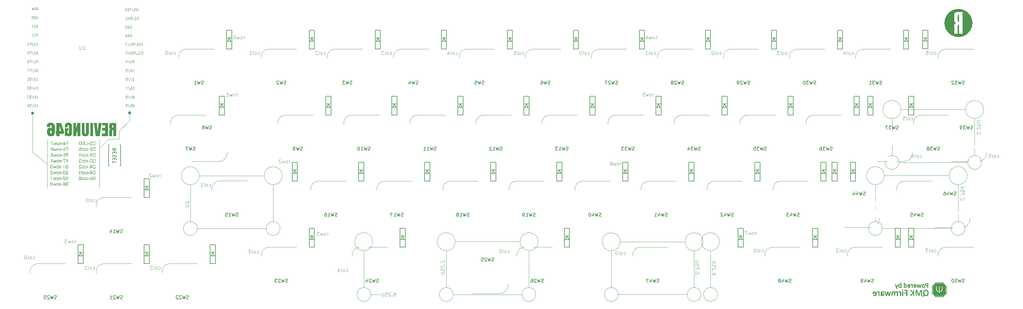
<source format=gbo>
G04 #@! TF.GenerationSoftware,KiCad,Pcbnew,8.0.3*
G04 #@! TF.CreationDate,2024-07-31T18:52:23+09:00*
G04 #@! TF.ProjectId,reviung46,72657669-756e-4673-9436-2e6b69636164,ver 0.1*
G04 #@! TF.SameCoordinates,Original*
G04 #@! TF.FileFunction,Legend,Bot*
G04 #@! TF.FilePolarity,Positive*
%FSLAX46Y46*%
G04 Gerber Fmt 4.6, Leading zero omitted, Abs format (unit mm)*
G04 Created by KiCad (PCBNEW 8.0.3) date 2024-07-31 18:52:23*
%MOMM*%
%LPD*%
G01*
G04 APERTURE LIST*
%ADD10C,0.100000*%
%ADD11C,0.450000*%
%ADD12C,0.150000*%
%ADD13C,0.125000*%
%ADD14C,0.120000*%
%ADD15C,0.010000*%
%ADD16C,1.750000*%
%ADD17C,3.000000*%
%ADD18C,3.987800*%
%ADD19R,2.550000X2.500000*%
%ADD20C,3.048000*%
%ADD21O,5.500000X2.700000*%
%ADD22C,3.500000*%
%ADD23C,1.524000*%
%ADD24R,0.950000X1.300000*%
%ADD25C,2.000000*%
%ADD26C,0.600000*%
%ADD27C,0.900000*%
G04 APERTURE END LIST*
D10*
X212860000Y-92875000D02*
X194170000Y-92875000D01*
X299005000Y-54750000D02*
G75*
G02*
X293805000Y-54750000I-2600000J0D01*
G01*
X293805000Y-54750000D02*
G75*
G02*
X299005000Y-54750000I2600000J0D01*
G01*
X169805000Y-108105000D02*
G75*
G02*
X165805000Y-108105000I-2000000J0D01*
G01*
X165805000Y-108105000D02*
G75*
G02*
X169805000Y-108105000I2000000J0D01*
G01*
D11*
X52825000Y-55700000D02*
G75*
G02*
X52375000Y-55700000I-225000J0D01*
G01*
X52375000Y-55700000D02*
G75*
G02*
X52825000Y-55700000I225000J0D01*
G01*
D10*
X70135000Y-76435000D02*
X70135000Y-87075000D01*
X298420000Y-70000000D02*
G75*
G02*
X294420000Y-70000000I-2000000J0D01*
G01*
X294420000Y-70000000D02*
G75*
G02*
X298420000Y-70000000I2000000J0D01*
G01*
X49600000Y-63300000D02*
X46500000Y-63300000D01*
X275130000Y-54730000D02*
X293805000Y-54750000D01*
X145980000Y-108110000D02*
G75*
G02*
X141980000Y-108110000I-2000000J0D01*
G01*
X141980000Y-108110000D02*
G75*
G02*
X145980000Y-108110000I2000000J0D01*
G01*
X294245000Y-73805000D02*
G75*
G02*
X289045000Y-73805000I-2600000J0D01*
G01*
X289045000Y-73805000D02*
G75*
G02*
X294245000Y-73805000I2600000J0D01*
G01*
X274560000Y-70005000D02*
G75*
G02*
X270560000Y-70005000I-2000000J0D01*
G01*
X270560000Y-70005000D02*
G75*
G02*
X274560000Y-70005000I2000000J0D01*
G01*
X96030000Y-89075000D02*
G75*
G02*
X92030000Y-89075000I-2000000J0D01*
G01*
X92030000Y-89075000D02*
G75*
G02*
X96030000Y-89075000I2000000J0D01*
G01*
X217475000Y-108100000D02*
G75*
G02*
X213475000Y-108100000I-2000000J0D01*
G01*
X213475000Y-108100000D02*
G75*
G02*
X217475000Y-108100000I2000000J0D01*
G01*
X222775000Y-92875000D02*
G75*
G02*
X217575000Y-92875000I-2600000J0D01*
G01*
X217575000Y-92875000D02*
G75*
G02*
X222775000Y-92875000I2600000J0D01*
G01*
D11*
X24825000Y-55800000D02*
G75*
G02*
X24375000Y-55800000I-225000J0D01*
G01*
X24375000Y-55800000D02*
G75*
G02*
X24825000Y-55800000I225000J0D01*
G01*
D10*
X193575000Y-108100000D02*
X213475000Y-108100000D01*
X165805000Y-108105000D02*
X145980000Y-108110000D01*
X146555000Y-92860000D02*
G75*
G02*
X141355000Y-92860000I-2600000J0D01*
G01*
X141355000Y-92860000D02*
G75*
G02*
X146555000Y-92860000I2600000J0D01*
G01*
X72730000Y-73830000D02*
X91430000Y-73830000D01*
X289645000Y-89050000D02*
X269765000Y-89050000D01*
X293645000Y-89050000D02*
G75*
G02*
X289645000Y-89050000I-2000000J0D01*
G01*
X289645000Y-89050000D02*
G75*
G02*
X293645000Y-89050000I2000000J0D01*
G01*
X122745000Y-92840000D02*
G75*
G02*
X117545000Y-92840000I-2600000J0D01*
G01*
X117545000Y-92840000D02*
G75*
G02*
X122745000Y-92840000I2600000J0D01*
G01*
X267765000Y-76410000D02*
X267765000Y-87050000D01*
X270365000Y-73810000D02*
X289045000Y-73805000D01*
X218060000Y-92875000D02*
G75*
G02*
X212860000Y-92875000I-2600000J0D01*
G01*
X212860000Y-92875000D02*
G75*
G02*
X218060000Y-92875000I2600000J0D01*
G01*
X49600000Y-60900000D02*
X49600000Y-63300000D01*
X272562500Y-57330000D02*
X272577500Y-67980000D01*
X46500000Y-63300000D02*
X43900000Y-65900000D01*
X122185000Y-108120000D02*
X124860000Y-108135000D01*
X52600000Y-55700000D02*
X52600000Y-57900000D01*
X72135000Y-89075000D02*
G75*
G02*
X68135000Y-89075000I-2000000J0D01*
G01*
X68135000Y-89075000D02*
G75*
G02*
X72135000Y-89075000I2000000J0D01*
G01*
X24600000Y-67100000D02*
X28800000Y-70400000D01*
X28800000Y-63400000D02*
X28800000Y-77400000D01*
X194170000Y-92875000D02*
G75*
G02*
X188970000Y-92875000I-2600000J0D01*
G01*
X188970000Y-92875000D02*
G75*
G02*
X194170000Y-92875000I2600000J0D01*
G01*
X191575000Y-95475000D02*
X191575000Y-106115000D01*
X146555000Y-92860000D02*
X165260000Y-92860000D01*
X193575000Y-108100000D02*
G75*
G02*
X189575000Y-108100000I-2000000J0D01*
G01*
X189575000Y-108100000D02*
G75*
G02*
X193575000Y-108100000I2000000J0D01*
G01*
X296405000Y-57350000D02*
X296420000Y-68000000D01*
X291645000Y-76405000D02*
X291645000Y-87050000D01*
X72730000Y-73830000D02*
G75*
G02*
X67530000Y-73830000I-2600000J0D01*
G01*
X67530000Y-73830000D02*
G75*
G02*
X72730000Y-73830000I2600000J0D01*
G01*
X274560000Y-70005000D02*
X294420000Y-70000000D01*
X52600000Y-57900000D02*
X49600000Y-60900000D01*
X275130000Y-54730000D02*
G75*
G02*
X269930000Y-54730000I-2600000J0D01*
G01*
X269930000Y-54730000D02*
G75*
G02*
X275130000Y-54730000I2600000J0D01*
G01*
X72135000Y-89075000D02*
X92030000Y-89075000D01*
X220195000Y-95460000D02*
X220195000Y-106100000D01*
X269765000Y-89050000D02*
G75*
G02*
X265765000Y-89050000I-2000000J0D01*
G01*
X265765000Y-89050000D02*
G75*
G02*
X269765000Y-89050000I2000000J0D01*
G01*
X122185000Y-108120000D02*
G75*
G02*
X118185000Y-108120000I-2000000J0D01*
G01*
X118185000Y-108120000D02*
G75*
G02*
X122185000Y-108120000I2000000J0D01*
G01*
X43900000Y-63400000D02*
X43900000Y-77400000D01*
X143980000Y-95470000D02*
X143980000Y-106110000D01*
X94030000Y-76435000D02*
X94030000Y-87075000D01*
X222195000Y-108100000D02*
G75*
G02*
X218195000Y-108100000I-2000000J0D01*
G01*
X218195000Y-108100000D02*
G75*
G02*
X222195000Y-108100000I2000000J0D01*
G01*
X215475000Y-95460000D02*
X215475000Y-106100000D01*
X120185000Y-95480000D02*
X120185000Y-106120000D01*
X170460000Y-92860000D02*
G75*
G02*
X165260000Y-92860000I-2600000J0D01*
G01*
X165260000Y-92860000D02*
G75*
G02*
X170460000Y-92860000I2600000J0D01*
G01*
X24600000Y-55800000D02*
X24600000Y-67100000D01*
X270365000Y-73810000D02*
G75*
G02*
X265165000Y-73810000I-2600000J0D01*
G01*
X265165000Y-73810000D02*
G75*
G02*
X270365000Y-73810000I2600000J0D01*
G01*
X96630000Y-73830000D02*
G75*
G02*
X91430000Y-73830000I-2600000J0D01*
G01*
X91430000Y-73830000D02*
G75*
G02*
X96630000Y-73830000I2600000J0D01*
G01*
X167805000Y-95465000D02*
X167805000Y-106105000D01*
X203696115Y-50872419D02*
X203696115Y-50205752D01*
X203696115Y-50396228D02*
X203648496Y-50300990D01*
X203648496Y-50300990D02*
X203600877Y-50253371D01*
X203600877Y-50253371D02*
X203505639Y-50205752D01*
X203505639Y-50205752D02*
X203410401Y-50205752D01*
X202934210Y-50872419D02*
X203029448Y-50824800D01*
X203029448Y-50824800D02*
X203077067Y-50777180D01*
X203077067Y-50777180D02*
X203124686Y-50681942D01*
X203124686Y-50681942D02*
X203124686Y-50396228D01*
X203124686Y-50396228D02*
X203077067Y-50300990D01*
X203077067Y-50300990D02*
X203029448Y-50253371D01*
X203029448Y-50253371D02*
X202934210Y-50205752D01*
X202934210Y-50205752D02*
X202791353Y-50205752D01*
X202791353Y-50205752D02*
X202696115Y-50253371D01*
X202696115Y-50253371D02*
X202648496Y-50300990D01*
X202648496Y-50300990D02*
X202600877Y-50396228D01*
X202600877Y-50396228D02*
X202600877Y-50681942D01*
X202600877Y-50681942D02*
X202648496Y-50777180D01*
X202648496Y-50777180D02*
X202696115Y-50824800D01*
X202696115Y-50824800D02*
X202791353Y-50872419D01*
X202791353Y-50872419D02*
X202934210Y-50872419D01*
X202267543Y-50205752D02*
X202077067Y-50872419D01*
X202077067Y-50872419D02*
X201886591Y-50396228D01*
X201886591Y-50396228D02*
X201696115Y-50872419D01*
X201696115Y-50872419D02*
X201505639Y-50205752D01*
X200648496Y-49872419D02*
X201124686Y-49872419D01*
X201124686Y-49872419D02*
X201172305Y-50348609D01*
X201172305Y-50348609D02*
X201124686Y-50300990D01*
X201124686Y-50300990D02*
X201029448Y-50253371D01*
X201029448Y-50253371D02*
X200791353Y-50253371D01*
X200791353Y-50253371D02*
X200696115Y-50300990D01*
X200696115Y-50300990D02*
X200648496Y-50348609D01*
X200648496Y-50348609D02*
X200600877Y-50443847D01*
X200600877Y-50443847D02*
X200600877Y-50681942D01*
X200600877Y-50681942D02*
X200648496Y-50777180D01*
X200648496Y-50777180D02*
X200696115Y-50824800D01*
X200696115Y-50824800D02*
X200791353Y-50872419D01*
X200791353Y-50872419D02*
X201029448Y-50872419D01*
X201029448Y-50872419D02*
X201124686Y-50824800D01*
X201124686Y-50824800D02*
X201172305Y-50777180D01*
X241817544Y-38824800D02*
X241912782Y-38872419D01*
X241912782Y-38872419D02*
X242103258Y-38872419D01*
X242103258Y-38872419D02*
X242198496Y-38824800D01*
X242198496Y-38824800D02*
X242246115Y-38777180D01*
X242246115Y-38777180D02*
X242293734Y-38681942D01*
X242293734Y-38681942D02*
X242293734Y-38396228D01*
X242293734Y-38396228D02*
X242246115Y-38300990D01*
X242246115Y-38300990D02*
X242198496Y-38253371D01*
X242198496Y-38253371D02*
X242103258Y-38205752D01*
X242103258Y-38205752D02*
X241912782Y-38205752D01*
X241912782Y-38205752D02*
X241817544Y-38253371D01*
X241246115Y-38872419D02*
X241341353Y-38824800D01*
X241341353Y-38824800D02*
X241388972Y-38777180D01*
X241388972Y-38777180D02*
X241436591Y-38681942D01*
X241436591Y-38681942D02*
X241436591Y-38396228D01*
X241436591Y-38396228D02*
X241388972Y-38300990D01*
X241388972Y-38300990D02*
X241341353Y-38253371D01*
X241341353Y-38253371D02*
X241246115Y-38205752D01*
X241246115Y-38205752D02*
X241103258Y-38205752D01*
X241103258Y-38205752D02*
X241008020Y-38253371D01*
X241008020Y-38253371D02*
X240960401Y-38300990D01*
X240960401Y-38300990D02*
X240912782Y-38396228D01*
X240912782Y-38396228D02*
X240912782Y-38681942D01*
X240912782Y-38681942D02*
X240960401Y-38777180D01*
X240960401Y-38777180D02*
X241008020Y-38824800D01*
X241008020Y-38824800D02*
X241103258Y-38872419D01*
X241103258Y-38872419D02*
X241246115Y-38872419D01*
X240341353Y-38872419D02*
X240436591Y-38824800D01*
X240436591Y-38824800D02*
X240484210Y-38729561D01*
X240484210Y-38729561D02*
X240484210Y-37872419D01*
X240055638Y-37872419D02*
X239436591Y-37872419D01*
X239436591Y-37872419D02*
X239769924Y-38253371D01*
X239769924Y-38253371D02*
X239627067Y-38253371D01*
X239627067Y-38253371D02*
X239531829Y-38300990D01*
X239531829Y-38300990D02*
X239484210Y-38348609D01*
X239484210Y-38348609D02*
X239436591Y-38443847D01*
X239436591Y-38443847D02*
X239436591Y-38681942D01*
X239436591Y-38681942D02*
X239484210Y-38777180D01*
X239484210Y-38777180D02*
X239531829Y-38824800D01*
X239531829Y-38824800D02*
X239627067Y-38872419D01*
X239627067Y-38872419D02*
X239912781Y-38872419D01*
X239912781Y-38872419D02*
X240008019Y-38824800D01*
X240008019Y-38824800D02*
X240055638Y-38777180D01*
X128842544Y-107552419D02*
X129033020Y-107552419D01*
X129033020Y-107552419D02*
X129128258Y-107600038D01*
X129128258Y-107600038D02*
X129175877Y-107647657D01*
X129175877Y-107647657D02*
X129271115Y-107790514D01*
X129271115Y-107790514D02*
X129318734Y-107980990D01*
X129318734Y-107980990D02*
X129318734Y-108361942D01*
X129318734Y-108361942D02*
X129271115Y-108457180D01*
X129271115Y-108457180D02*
X129223496Y-108504800D01*
X129223496Y-108504800D02*
X129128258Y-108552419D01*
X129128258Y-108552419D02*
X128937782Y-108552419D01*
X128937782Y-108552419D02*
X128842544Y-108504800D01*
X128842544Y-108504800D02*
X128794925Y-108457180D01*
X128794925Y-108457180D02*
X128747306Y-108361942D01*
X128747306Y-108361942D02*
X128747306Y-108123847D01*
X128747306Y-108123847D02*
X128794925Y-108028609D01*
X128794925Y-108028609D02*
X128842544Y-107980990D01*
X128842544Y-107980990D02*
X128937782Y-107933371D01*
X128937782Y-107933371D02*
X129128258Y-107933371D01*
X129128258Y-107933371D02*
X129223496Y-107980990D01*
X129223496Y-107980990D02*
X129271115Y-108028609D01*
X129271115Y-108028609D02*
X129318734Y-108123847D01*
X128318734Y-108457180D02*
X128271115Y-108504800D01*
X128271115Y-108504800D02*
X128318734Y-108552419D01*
X128318734Y-108552419D02*
X128366353Y-108504800D01*
X128366353Y-108504800D02*
X128318734Y-108457180D01*
X128318734Y-108457180D02*
X128318734Y-108552419D01*
X127890163Y-107647657D02*
X127842544Y-107600038D01*
X127842544Y-107600038D02*
X127747306Y-107552419D01*
X127747306Y-107552419D02*
X127509211Y-107552419D01*
X127509211Y-107552419D02*
X127413973Y-107600038D01*
X127413973Y-107600038D02*
X127366354Y-107647657D01*
X127366354Y-107647657D02*
X127318735Y-107742895D01*
X127318735Y-107742895D02*
X127318735Y-107838133D01*
X127318735Y-107838133D02*
X127366354Y-107980990D01*
X127366354Y-107980990D02*
X127937782Y-108552419D01*
X127937782Y-108552419D02*
X127318735Y-108552419D01*
X126413973Y-107552419D02*
X126890163Y-107552419D01*
X126890163Y-107552419D02*
X126937782Y-108028609D01*
X126937782Y-108028609D02*
X126890163Y-107980990D01*
X126890163Y-107980990D02*
X126794925Y-107933371D01*
X126794925Y-107933371D02*
X126556830Y-107933371D01*
X126556830Y-107933371D02*
X126461592Y-107980990D01*
X126461592Y-107980990D02*
X126413973Y-108028609D01*
X126413973Y-108028609D02*
X126366354Y-108123847D01*
X126366354Y-108123847D02*
X126366354Y-108361942D01*
X126366354Y-108361942D02*
X126413973Y-108457180D01*
X126413973Y-108457180D02*
X126461592Y-108504800D01*
X126461592Y-108504800D02*
X126556830Y-108552419D01*
X126556830Y-108552419D02*
X126794925Y-108552419D01*
X126794925Y-108552419D02*
X126890163Y-108504800D01*
X126890163Y-108504800D02*
X126937782Y-108457180D01*
X125937782Y-107552419D02*
X125937782Y-108361942D01*
X125937782Y-108361942D02*
X125890163Y-108457180D01*
X125890163Y-108457180D02*
X125842544Y-108504800D01*
X125842544Y-108504800D02*
X125747306Y-108552419D01*
X125747306Y-108552419D02*
X125556830Y-108552419D01*
X125556830Y-108552419D02*
X125461592Y-108504800D01*
X125461592Y-108504800D02*
X125413973Y-108457180D01*
X125413973Y-108457180D02*
X125366354Y-108361942D01*
X125366354Y-108361942D02*
X125366354Y-107552419D01*
X165867544Y-38874800D02*
X165962782Y-38922419D01*
X165962782Y-38922419D02*
X166153258Y-38922419D01*
X166153258Y-38922419D02*
X166248496Y-38874800D01*
X166248496Y-38874800D02*
X166296115Y-38827180D01*
X166296115Y-38827180D02*
X166343734Y-38731942D01*
X166343734Y-38731942D02*
X166343734Y-38446228D01*
X166343734Y-38446228D02*
X166296115Y-38350990D01*
X166296115Y-38350990D02*
X166248496Y-38303371D01*
X166248496Y-38303371D02*
X166153258Y-38255752D01*
X166153258Y-38255752D02*
X165962782Y-38255752D01*
X165962782Y-38255752D02*
X165867544Y-38303371D01*
X165296115Y-38922419D02*
X165391353Y-38874800D01*
X165391353Y-38874800D02*
X165438972Y-38827180D01*
X165438972Y-38827180D02*
X165486591Y-38731942D01*
X165486591Y-38731942D02*
X165486591Y-38446228D01*
X165486591Y-38446228D02*
X165438972Y-38350990D01*
X165438972Y-38350990D02*
X165391353Y-38303371D01*
X165391353Y-38303371D02*
X165296115Y-38255752D01*
X165296115Y-38255752D02*
X165153258Y-38255752D01*
X165153258Y-38255752D02*
X165058020Y-38303371D01*
X165058020Y-38303371D02*
X165010401Y-38350990D01*
X165010401Y-38350990D02*
X164962782Y-38446228D01*
X164962782Y-38446228D02*
X164962782Y-38731942D01*
X164962782Y-38731942D02*
X165010401Y-38827180D01*
X165010401Y-38827180D02*
X165058020Y-38874800D01*
X165058020Y-38874800D02*
X165153258Y-38922419D01*
X165153258Y-38922419D02*
X165296115Y-38922419D01*
X164391353Y-38922419D02*
X164486591Y-38874800D01*
X164486591Y-38874800D02*
X164534210Y-38779561D01*
X164534210Y-38779561D02*
X164534210Y-37922419D01*
X163534210Y-37922419D02*
X164010400Y-37922419D01*
X164010400Y-37922419D02*
X164058019Y-38398609D01*
X164058019Y-38398609D02*
X164010400Y-38350990D01*
X164010400Y-38350990D02*
X163915162Y-38303371D01*
X163915162Y-38303371D02*
X163677067Y-38303371D01*
X163677067Y-38303371D02*
X163581829Y-38350990D01*
X163581829Y-38350990D02*
X163534210Y-38398609D01*
X163534210Y-38398609D02*
X163486591Y-38493847D01*
X163486591Y-38493847D02*
X163486591Y-38731942D01*
X163486591Y-38731942D02*
X163534210Y-38827180D01*
X163534210Y-38827180D02*
X163581829Y-38874800D01*
X163581829Y-38874800D02*
X163677067Y-38922419D01*
X163677067Y-38922419D02*
X163915162Y-38922419D01*
X163915162Y-38922419D02*
X164010400Y-38874800D01*
X164010400Y-38874800D02*
X164058019Y-38827180D01*
X115017544Y-101524800D02*
X115112782Y-101572419D01*
X115112782Y-101572419D02*
X115303258Y-101572419D01*
X115303258Y-101572419D02*
X115398496Y-101524800D01*
X115398496Y-101524800D02*
X115446115Y-101477180D01*
X115446115Y-101477180D02*
X115493734Y-101381942D01*
X115493734Y-101381942D02*
X115493734Y-101096228D01*
X115493734Y-101096228D02*
X115446115Y-101000990D01*
X115446115Y-101000990D02*
X115398496Y-100953371D01*
X115398496Y-100953371D02*
X115303258Y-100905752D01*
X115303258Y-100905752D02*
X115112782Y-100905752D01*
X115112782Y-100905752D02*
X115017544Y-100953371D01*
X114446115Y-101572419D02*
X114541353Y-101524800D01*
X114541353Y-101524800D02*
X114588972Y-101477180D01*
X114588972Y-101477180D02*
X114636591Y-101381942D01*
X114636591Y-101381942D02*
X114636591Y-101096228D01*
X114636591Y-101096228D02*
X114588972Y-101000990D01*
X114588972Y-101000990D02*
X114541353Y-100953371D01*
X114541353Y-100953371D02*
X114446115Y-100905752D01*
X114446115Y-100905752D02*
X114303258Y-100905752D01*
X114303258Y-100905752D02*
X114208020Y-100953371D01*
X114208020Y-100953371D02*
X114160401Y-101000990D01*
X114160401Y-101000990D02*
X114112782Y-101096228D01*
X114112782Y-101096228D02*
X114112782Y-101381942D01*
X114112782Y-101381942D02*
X114160401Y-101477180D01*
X114160401Y-101477180D02*
X114208020Y-101524800D01*
X114208020Y-101524800D02*
X114303258Y-101572419D01*
X114303258Y-101572419D02*
X114446115Y-101572419D01*
X113541353Y-101572419D02*
X113636591Y-101524800D01*
X113636591Y-101524800D02*
X113684210Y-101429561D01*
X113684210Y-101429561D02*
X113684210Y-100572419D01*
X112731829Y-100905752D02*
X112731829Y-101572419D01*
X112969924Y-100524800D02*
X113208019Y-101239085D01*
X113208019Y-101239085D02*
X112588972Y-101239085D01*
X278067544Y-57724800D02*
X278162782Y-57772419D01*
X278162782Y-57772419D02*
X278353258Y-57772419D01*
X278353258Y-57772419D02*
X278448496Y-57724800D01*
X278448496Y-57724800D02*
X278496115Y-57677180D01*
X278496115Y-57677180D02*
X278543734Y-57581942D01*
X278543734Y-57581942D02*
X278543734Y-57296228D01*
X278543734Y-57296228D02*
X278496115Y-57200990D01*
X278496115Y-57200990D02*
X278448496Y-57153371D01*
X278448496Y-57153371D02*
X278353258Y-57105752D01*
X278353258Y-57105752D02*
X278162782Y-57105752D01*
X278162782Y-57105752D02*
X278067544Y-57153371D01*
X277496115Y-57772419D02*
X277591353Y-57724800D01*
X277591353Y-57724800D02*
X277638972Y-57677180D01*
X277638972Y-57677180D02*
X277686591Y-57581942D01*
X277686591Y-57581942D02*
X277686591Y-57296228D01*
X277686591Y-57296228D02*
X277638972Y-57200990D01*
X277638972Y-57200990D02*
X277591353Y-57153371D01*
X277591353Y-57153371D02*
X277496115Y-57105752D01*
X277496115Y-57105752D02*
X277353258Y-57105752D01*
X277353258Y-57105752D02*
X277258020Y-57153371D01*
X277258020Y-57153371D02*
X277210401Y-57200990D01*
X277210401Y-57200990D02*
X277162782Y-57296228D01*
X277162782Y-57296228D02*
X277162782Y-57581942D01*
X277162782Y-57581942D02*
X277210401Y-57677180D01*
X277210401Y-57677180D02*
X277258020Y-57724800D01*
X277258020Y-57724800D02*
X277353258Y-57772419D01*
X277353258Y-57772419D02*
X277496115Y-57772419D01*
X276591353Y-57772419D02*
X276686591Y-57724800D01*
X276686591Y-57724800D02*
X276734210Y-57629561D01*
X276734210Y-57629561D02*
X276734210Y-56772419D01*
X275734210Y-56772419D02*
X276210400Y-56772419D01*
X276210400Y-56772419D02*
X276258019Y-57248609D01*
X276258019Y-57248609D02*
X276210400Y-57200990D01*
X276210400Y-57200990D02*
X276115162Y-57153371D01*
X276115162Y-57153371D02*
X275877067Y-57153371D01*
X275877067Y-57153371D02*
X275781829Y-57200990D01*
X275781829Y-57200990D02*
X275734210Y-57248609D01*
X275734210Y-57248609D02*
X275686591Y-57343847D01*
X275686591Y-57343847D02*
X275686591Y-57581942D01*
X275686591Y-57581942D02*
X275734210Y-57677180D01*
X275734210Y-57677180D02*
X275781829Y-57724800D01*
X275781829Y-57724800D02*
X275877067Y-57772419D01*
X275877067Y-57772419D02*
X276115162Y-57772419D01*
X276115162Y-57772419D02*
X276210400Y-57724800D01*
X276210400Y-57724800D02*
X276258019Y-57677180D01*
X83596115Y-50872419D02*
X83596115Y-50205752D01*
X83596115Y-50396228D02*
X83548496Y-50300990D01*
X83548496Y-50300990D02*
X83500877Y-50253371D01*
X83500877Y-50253371D02*
X83405639Y-50205752D01*
X83405639Y-50205752D02*
X83310401Y-50205752D01*
X82834210Y-50872419D02*
X82929448Y-50824800D01*
X82929448Y-50824800D02*
X82977067Y-50777180D01*
X82977067Y-50777180D02*
X83024686Y-50681942D01*
X83024686Y-50681942D02*
X83024686Y-50396228D01*
X83024686Y-50396228D02*
X82977067Y-50300990D01*
X82977067Y-50300990D02*
X82929448Y-50253371D01*
X82929448Y-50253371D02*
X82834210Y-50205752D01*
X82834210Y-50205752D02*
X82691353Y-50205752D01*
X82691353Y-50205752D02*
X82596115Y-50253371D01*
X82596115Y-50253371D02*
X82548496Y-50300990D01*
X82548496Y-50300990D02*
X82500877Y-50396228D01*
X82500877Y-50396228D02*
X82500877Y-50681942D01*
X82500877Y-50681942D02*
X82548496Y-50777180D01*
X82548496Y-50777180D02*
X82596115Y-50824800D01*
X82596115Y-50824800D02*
X82691353Y-50872419D01*
X82691353Y-50872419D02*
X82834210Y-50872419D01*
X82167543Y-50205752D02*
X81977067Y-50872419D01*
X81977067Y-50872419D02*
X81786591Y-50396228D01*
X81786591Y-50396228D02*
X81596115Y-50872419D01*
X81596115Y-50872419D02*
X81405639Y-50205752D01*
X80500877Y-50872419D02*
X81072305Y-50872419D01*
X80786591Y-50872419D02*
X80786591Y-49872419D01*
X80786591Y-49872419D02*
X80881829Y-50015276D01*
X80881829Y-50015276D02*
X80977067Y-50110514D01*
X80977067Y-50110514D02*
X81072305Y-50158133D01*
X109796115Y-91072419D02*
X109796115Y-90405752D01*
X109796115Y-90596228D02*
X109748496Y-90500990D01*
X109748496Y-90500990D02*
X109700877Y-90453371D01*
X109700877Y-90453371D02*
X109605639Y-90405752D01*
X109605639Y-90405752D02*
X109510401Y-90405752D01*
X109034210Y-91072419D02*
X109129448Y-91024800D01*
X109129448Y-91024800D02*
X109177067Y-90977180D01*
X109177067Y-90977180D02*
X109224686Y-90881942D01*
X109224686Y-90881942D02*
X109224686Y-90596228D01*
X109224686Y-90596228D02*
X109177067Y-90500990D01*
X109177067Y-90500990D02*
X109129448Y-90453371D01*
X109129448Y-90453371D02*
X109034210Y-90405752D01*
X109034210Y-90405752D02*
X108891353Y-90405752D01*
X108891353Y-90405752D02*
X108796115Y-90453371D01*
X108796115Y-90453371D02*
X108748496Y-90500990D01*
X108748496Y-90500990D02*
X108700877Y-90596228D01*
X108700877Y-90596228D02*
X108700877Y-90881942D01*
X108700877Y-90881942D02*
X108748496Y-90977180D01*
X108748496Y-90977180D02*
X108796115Y-91024800D01*
X108796115Y-91024800D02*
X108891353Y-91072419D01*
X108891353Y-91072419D02*
X109034210Y-91072419D01*
X108367543Y-90405752D02*
X108177067Y-91072419D01*
X108177067Y-91072419D02*
X107986591Y-90596228D01*
X107986591Y-90596228D02*
X107796115Y-91072419D01*
X107796115Y-91072419D02*
X107605639Y-90405752D01*
X107319924Y-90072419D02*
X106700877Y-90072419D01*
X106700877Y-90072419D02*
X107034210Y-90453371D01*
X107034210Y-90453371D02*
X106891353Y-90453371D01*
X106891353Y-90453371D02*
X106796115Y-90500990D01*
X106796115Y-90500990D02*
X106748496Y-90548609D01*
X106748496Y-90548609D02*
X106700877Y-90643847D01*
X106700877Y-90643847D02*
X106700877Y-90881942D01*
X106700877Y-90881942D02*
X106748496Y-90977180D01*
X106748496Y-90977180D02*
X106796115Y-91024800D01*
X106796115Y-91024800D02*
X106891353Y-91072419D01*
X106891353Y-91072419D02*
X107177067Y-91072419D01*
X107177067Y-91072419D02*
X107272305Y-91024800D01*
X107272305Y-91024800D02*
X107319924Y-90977180D01*
X161667544Y-96024800D02*
X161762782Y-96072419D01*
X161762782Y-96072419D02*
X161953258Y-96072419D01*
X161953258Y-96072419D02*
X162048496Y-96024800D01*
X162048496Y-96024800D02*
X162096115Y-95977180D01*
X162096115Y-95977180D02*
X162143734Y-95881942D01*
X162143734Y-95881942D02*
X162143734Y-95596228D01*
X162143734Y-95596228D02*
X162096115Y-95500990D01*
X162096115Y-95500990D02*
X162048496Y-95453371D01*
X162048496Y-95453371D02*
X161953258Y-95405752D01*
X161953258Y-95405752D02*
X161762782Y-95405752D01*
X161762782Y-95405752D02*
X161667544Y-95453371D01*
X161096115Y-96072419D02*
X161191353Y-96024800D01*
X161191353Y-96024800D02*
X161238972Y-95977180D01*
X161238972Y-95977180D02*
X161286591Y-95881942D01*
X161286591Y-95881942D02*
X161286591Y-95596228D01*
X161286591Y-95596228D02*
X161238972Y-95500990D01*
X161238972Y-95500990D02*
X161191353Y-95453371D01*
X161191353Y-95453371D02*
X161096115Y-95405752D01*
X161096115Y-95405752D02*
X160953258Y-95405752D01*
X160953258Y-95405752D02*
X160858020Y-95453371D01*
X160858020Y-95453371D02*
X160810401Y-95500990D01*
X160810401Y-95500990D02*
X160762782Y-95596228D01*
X160762782Y-95596228D02*
X160762782Y-95881942D01*
X160762782Y-95881942D02*
X160810401Y-95977180D01*
X160810401Y-95977180D02*
X160858020Y-96024800D01*
X160858020Y-96024800D02*
X160953258Y-96072419D01*
X160953258Y-96072419D02*
X161096115Y-96072419D01*
X160191353Y-96072419D02*
X160286591Y-96024800D01*
X160286591Y-96024800D02*
X160334210Y-95929561D01*
X160334210Y-95929561D02*
X160334210Y-95072419D01*
X159334210Y-95072419D02*
X159810400Y-95072419D01*
X159810400Y-95072419D02*
X159858019Y-95548609D01*
X159858019Y-95548609D02*
X159810400Y-95500990D01*
X159810400Y-95500990D02*
X159715162Y-95453371D01*
X159715162Y-95453371D02*
X159477067Y-95453371D01*
X159477067Y-95453371D02*
X159381829Y-95500990D01*
X159381829Y-95500990D02*
X159334210Y-95548609D01*
X159334210Y-95548609D02*
X159286591Y-95643847D01*
X159286591Y-95643847D02*
X159286591Y-95881942D01*
X159286591Y-95881942D02*
X159334210Y-95977180D01*
X159334210Y-95977180D02*
X159381829Y-96024800D01*
X159381829Y-96024800D02*
X159477067Y-96072419D01*
X159477067Y-96072419D02*
X159715162Y-96072419D01*
X159715162Y-96072419D02*
X159810400Y-96024800D01*
X159810400Y-96024800D02*
X159858019Y-95977180D01*
X41967544Y-100774800D02*
X42062782Y-100822419D01*
X42062782Y-100822419D02*
X42253258Y-100822419D01*
X42253258Y-100822419D02*
X42348496Y-100774800D01*
X42348496Y-100774800D02*
X42396115Y-100727180D01*
X42396115Y-100727180D02*
X42443734Y-100631942D01*
X42443734Y-100631942D02*
X42443734Y-100346228D01*
X42443734Y-100346228D02*
X42396115Y-100250990D01*
X42396115Y-100250990D02*
X42348496Y-100203371D01*
X42348496Y-100203371D02*
X42253258Y-100155752D01*
X42253258Y-100155752D02*
X42062782Y-100155752D01*
X42062782Y-100155752D02*
X41967544Y-100203371D01*
X41396115Y-100822419D02*
X41491353Y-100774800D01*
X41491353Y-100774800D02*
X41538972Y-100727180D01*
X41538972Y-100727180D02*
X41586591Y-100631942D01*
X41586591Y-100631942D02*
X41586591Y-100346228D01*
X41586591Y-100346228D02*
X41538972Y-100250990D01*
X41538972Y-100250990D02*
X41491353Y-100203371D01*
X41491353Y-100203371D02*
X41396115Y-100155752D01*
X41396115Y-100155752D02*
X41253258Y-100155752D01*
X41253258Y-100155752D02*
X41158020Y-100203371D01*
X41158020Y-100203371D02*
X41110401Y-100250990D01*
X41110401Y-100250990D02*
X41062782Y-100346228D01*
X41062782Y-100346228D02*
X41062782Y-100631942D01*
X41062782Y-100631942D02*
X41110401Y-100727180D01*
X41110401Y-100727180D02*
X41158020Y-100774800D01*
X41158020Y-100774800D02*
X41253258Y-100822419D01*
X41253258Y-100822419D02*
X41396115Y-100822419D01*
X40491353Y-100822419D02*
X40586591Y-100774800D01*
X40586591Y-100774800D02*
X40634210Y-100679561D01*
X40634210Y-100679561D02*
X40634210Y-99822419D01*
X39586591Y-100822419D02*
X40158019Y-100822419D01*
X39872305Y-100822419D02*
X39872305Y-99822419D01*
X39872305Y-99822419D02*
X39967543Y-99965276D01*
X39967543Y-99965276D02*
X40062781Y-100060514D01*
X40062781Y-100060514D02*
X40158019Y-100108133D01*
X146667544Y-38874800D02*
X146762782Y-38922419D01*
X146762782Y-38922419D02*
X146953258Y-38922419D01*
X146953258Y-38922419D02*
X147048496Y-38874800D01*
X147048496Y-38874800D02*
X147096115Y-38827180D01*
X147096115Y-38827180D02*
X147143734Y-38731942D01*
X147143734Y-38731942D02*
X147143734Y-38446228D01*
X147143734Y-38446228D02*
X147096115Y-38350990D01*
X147096115Y-38350990D02*
X147048496Y-38303371D01*
X147048496Y-38303371D02*
X146953258Y-38255752D01*
X146953258Y-38255752D02*
X146762782Y-38255752D01*
X146762782Y-38255752D02*
X146667544Y-38303371D01*
X146096115Y-38922419D02*
X146191353Y-38874800D01*
X146191353Y-38874800D02*
X146238972Y-38827180D01*
X146238972Y-38827180D02*
X146286591Y-38731942D01*
X146286591Y-38731942D02*
X146286591Y-38446228D01*
X146286591Y-38446228D02*
X146238972Y-38350990D01*
X146238972Y-38350990D02*
X146191353Y-38303371D01*
X146191353Y-38303371D02*
X146096115Y-38255752D01*
X146096115Y-38255752D02*
X145953258Y-38255752D01*
X145953258Y-38255752D02*
X145858020Y-38303371D01*
X145858020Y-38303371D02*
X145810401Y-38350990D01*
X145810401Y-38350990D02*
X145762782Y-38446228D01*
X145762782Y-38446228D02*
X145762782Y-38731942D01*
X145762782Y-38731942D02*
X145810401Y-38827180D01*
X145810401Y-38827180D02*
X145858020Y-38874800D01*
X145858020Y-38874800D02*
X145953258Y-38922419D01*
X145953258Y-38922419D02*
X146096115Y-38922419D01*
X145191353Y-38922419D02*
X145286591Y-38874800D01*
X145286591Y-38874800D02*
X145334210Y-38779561D01*
X145334210Y-38779561D02*
X145334210Y-37922419D01*
X144381829Y-38255752D02*
X144381829Y-38922419D01*
X144619924Y-37874800D02*
X144858019Y-38589085D01*
X144858019Y-38589085D02*
X144238972Y-38589085D01*
X297932342Y-61899999D02*
X297979961Y-61852380D01*
X297979961Y-61852380D02*
X298027580Y-61757142D01*
X298027580Y-61757142D02*
X298027580Y-61519047D01*
X298027580Y-61519047D02*
X297979961Y-61423809D01*
X297979961Y-61423809D02*
X297932342Y-61376190D01*
X297932342Y-61376190D02*
X297837104Y-61328571D01*
X297837104Y-61328571D02*
X297741866Y-61328571D01*
X297741866Y-61328571D02*
X297599009Y-61376190D01*
X297599009Y-61376190D02*
X297027580Y-61947618D01*
X297027580Y-61947618D02*
X297027580Y-61328571D01*
X297122819Y-60899999D02*
X297075200Y-60852380D01*
X297075200Y-60852380D02*
X297027580Y-60899999D01*
X297027580Y-60899999D02*
X297075200Y-60947618D01*
X297075200Y-60947618D02*
X297122819Y-60899999D01*
X297122819Y-60899999D02*
X297027580Y-60899999D01*
X297932342Y-60471428D02*
X297979961Y-60423809D01*
X297979961Y-60423809D02*
X298027580Y-60328571D01*
X298027580Y-60328571D02*
X298027580Y-60090476D01*
X298027580Y-60090476D02*
X297979961Y-59995238D01*
X297979961Y-59995238D02*
X297932342Y-59947619D01*
X297932342Y-59947619D02*
X297837104Y-59900000D01*
X297837104Y-59900000D02*
X297741866Y-59900000D01*
X297741866Y-59900000D02*
X297599009Y-59947619D01*
X297599009Y-59947619D02*
X297027580Y-60519047D01*
X297027580Y-60519047D02*
X297027580Y-59900000D01*
X298027580Y-58995238D02*
X298027580Y-59471428D01*
X298027580Y-59471428D02*
X297551390Y-59519047D01*
X297551390Y-59519047D02*
X297599009Y-59471428D01*
X297599009Y-59471428D02*
X297646628Y-59376190D01*
X297646628Y-59376190D02*
X297646628Y-59138095D01*
X297646628Y-59138095D02*
X297599009Y-59042857D01*
X297599009Y-59042857D02*
X297551390Y-58995238D01*
X297551390Y-58995238D02*
X297456152Y-58947619D01*
X297456152Y-58947619D02*
X297218057Y-58947619D01*
X297218057Y-58947619D02*
X297122819Y-58995238D01*
X297122819Y-58995238D02*
X297075200Y-59042857D01*
X297075200Y-59042857D02*
X297027580Y-59138095D01*
X297027580Y-59138095D02*
X297027580Y-59376190D01*
X297027580Y-59376190D02*
X297075200Y-59471428D01*
X297075200Y-59471428D02*
X297122819Y-59519047D01*
X298027580Y-58519047D02*
X297218057Y-58519047D01*
X297218057Y-58519047D02*
X297122819Y-58471428D01*
X297122819Y-58471428D02*
X297075200Y-58423809D01*
X297075200Y-58423809D02*
X297027580Y-58328571D01*
X297027580Y-58328571D02*
X297027580Y-58138095D01*
X297027580Y-58138095D02*
X297075200Y-58042857D01*
X297075200Y-58042857D02*
X297122819Y-57995238D01*
X297122819Y-57995238D02*
X297218057Y-57947619D01*
X297218057Y-57947619D02*
X298027580Y-57947619D01*
X194346115Y-70822419D02*
X194346115Y-70155752D01*
X194346115Y-70346228D02*
X194298496Y-70250990D01*
X194298496Y-70250990D02*
X194250877Y-70203371D01*
X194250877Y-70203371D02*
X194155639Y-70155752D01*
X194155639Y-70155752D02*
X194060401Y-70155752D01*
X193584210Y-70822419D02*
X193679448Y-70774800D01*
X193679448Y-70774800D02*
X193727067Y-70727180D01*
X193727067Y-70727180D02*
X193774686Y-70631942D01*
X193774686Y-70631942D02*
X193774686Y-70346228D01*
X193774686Y-70346228D02*
X193727067Y-70250990D01*
X193727067Y-70250990D02*
X193679448Y-70203371D01*
X193679448Y-70203371D02*
X193584210Y-70155752D01*
X193584210Y-70155752D02*
X193441353Y-70155752D01*
X193441353Y-70155752D02*
X193346115Y-70203371D01*
X193346115Y-70203371D02*
X193298496Y-70250990D01*
X193298496Y-70250990D02*
X193250877Y-70346228D01*
X193250877Y-70346228D02*
X193250877Y-70631942D01*
X193250877Y-70631942D02*
X193298496Y-70727180D01*
X193298496Y-70727180D02*
X193346115Y-70774800D01*
X193346115Y-70774800D02*
X193441353Y-70822419D01*
X193441353Y-70822419D02*
X193584210Y-70822419D01*
X192917543Y-70155752D02*
X192727067Y-70822419D01*
X192727067Y-70822419D02*
X192536591Y-70346228D01*
X192536591Y-70346228D02*
X192346115Y-70822419D01*
X192346115Y-70822419D02*
X192155639Y-70155752D01*
X191346115Y-69822419D02*
X191536591Y-69822419D01*
X191536591Y-69822419D02*
X191631829Y-69870038D01*
X191631829Y-69870038D02*
X191679448Y-69917657D01*
X191679448Y-69917657D02*
X191774686Y-70060514D01*
X191774686Y-70060514D02*
X191822305Y-70250990D01*
X191822305Y-70250990D02*
X191822305Y-70631942D01*
X191822305Y-70631942D02*
X191774686Y-70727180D01*
X191774686Y-70727180D02*
X191727067Y-70774800D01*
X191727067Y-70774800D02*
X191631829Y-70822419D01*
X191631829Y-70822419D02*
X191441353Y-70822419D01*
X191441353Y-70822419D02*
X191346115Y-70774800D01*
X191346115Y-70774800D02*
X191298496Y-70727180D01*
X191298496Y-70727180D02*
X191250877Y-70631942D01*
X191250877Y-70631942D02*
X191250877Y-70393847D01*
X191250877Y-70393847D02*
X191298496Y-70298609D01*
X191298496Y-70298609D02*
X191346115Y-70250990D01*
X191346115Y-70250990D02*
X191441353Y-70203371D01*
X191441353Y-70203371D02*
X191631829Y-70203371D01*
X191631829Y-70203371D02*
X191727067Y-70250990D01*
X191727067Y-70250990D02*
X191774686Y-70298609D01*
X191774686Y-70298609D02*
X191822305Y-70393847D01*
X75467544Y-76874800D02*
X75562782Y-76922419D01*
X75562782Y-76922419D02*
X75753258Y-76922419D01*
X75753258Y-76922419D02*
X75848496Y-76874800D01*
X75848496Y-76874800D02*
X75896115Y-76827180D01*
X75896115Y-76827180D02*
X75943734Y-76731942D01*
X75943734Y-76731942D02*
X75943734Y-76446228D01*
X75943734Y-76446228D02*
X75896115Y-76350990D01*
X75896115Y-76350990D02*
X75848496Y-76303371D01*
X75848496Y-76303371D02*
X75753258Y-76255752D01*
X75753258Y-76255752D02*
X75562782Y-76255752D01*
X75562782Y-76255752D02*
X75467544Y-76303371D01*
X74896115Y-76922419D02*
X74991353Y-76874800D01*
X74991353Y-76874800D02*
X75038972Y-76827180D01*
X75038972Y-76827180D02*
X75086591Y-76731942D01*
X75086591Y-76731942D02*
X75086591Y-76446228D01*
X75086591Y-76446228D02*
X75038972Y-76350990D01*
X75038972Y-76350990D02*
X74991353Y-76303371D01*
X74991353Y-76303371D02*
X74896115Y-76255752D01*
X74896115Y-76255752D02*
X74753258Y-76255752D01*
X74753258Y-76255752D02*
X74658020Y-76303371D01*
X74658020Y-76303371D02*
X74610401Y-76350990D01*
X74610401Y-76350990D02*
X74562782Y-76446228D01*
X74562782Y-76446228D02*
X74562782Y-76731942D01*
X74562782Y-76731942D02*
X74610401Y-76827180D01*
X74610401Y-76827180D02*
X74658020Y-76874800D01*
X74658020Y-76874800D02*
X74753258Y-76922419D01*
X74753258Y-76922419D02*
X74896115Y-76922419D01*
X73991353Y-76922419D02*
X74086591Y-76874800D01*
X74086591Y-76874800D02*
X74134210Y-76779561D01*
X74134210Y-76779561D02*
X74134210Y-75922419D01*
X73086591Y-76922419D02*
X73658019Y-76922419D01*
X73372305Y-76922419D02*
X73372305Y-75922419D01*
X73372305Y-75922419D02*
X73467543Y-76065276D01*
X73467543Y-76065276D02*
X73562781Y-76160514D01*
X73562781Y-76160514D02*
X73658019Y-76208133D01*
X65267544Y-38824800D02*
X65362782Y-38872419D01*
X65362782Y-38872419D02*
X65553258Y-38872419D01*
X65553258Y-38872419D02*
X65648496Y-38824800D01*
X65648496Y-38824800D02*
X65696115Y-38777180D01*
X65696115Y-38777180D02*
X65743734Y-38681942D01*
X65743734Y-38681942D02*
X65743734Y-38396228D01*
X65743734Y-38396228D02*
X65696115Y-38300990D01*
X65696115Y-38300990D02*
X65648496Y-38253371D01*
X65648496Y-38253371D02*
X65553258Y-38205752D01*
X65553258Y-38205752D02*
X65362782Y-38205752D01*
X65362782Y-38205752D02*
X65267544Y-38253371D01*
X64696115Y-38872419D02*
X64791353Y-38824800D01*
X64791353Y-38824800D02*
X64838972Y-38777180D01*
X64838972Y-38777180D02*
X64886591Y-38681942D01*
X64886591Y-38681942D02*
X64886591Y-38396228D01*
X64886591Y-38396228D02*
X64838972Y-38300990D01*
X64838972Y-38300990D02*
X64791353Y-38253371D01*
X64791353Y-38253371D02*
X64696115Y-38205752D01*
X64696115Y-38205752D02*
X64553258Y-38205752D01*
X64553258Y-38205752D02*
X64458020Y-38253371D01*
X64458020Y-38253371D02*
X64410401Y-38300990D01*
X64410401Y-38300990D02*
X64362782Y-38396228D01*
X64362782Y-38396228D02*
X64362782Y-38681942D01*
X64362782Y-38681942D02*
X64410401Y-38777180D01*
X64410401Y-38777180D02*
X64458020Y-38824800D01*
X64458020Y-38824800D02*
X64553258Y-38872419D01*
X64553258Y-38872419D02*
X64696115Y-38872419D01*
X63791353Y-38872419D02*
X63886591Y-38824800D01*
X63886591Y-38824800D02*
X63934210Y-38729561D01*
X63934210Y-38729561D02*
X63934210Y-37872419D01*
X63219924Y-37872419D02*
X63124686Y-37872419D01*
X63124686Y-37872419D02*
X63029448Y-37920038D01*
X63029448Y-37920038D02*
X62981829Y-37967657D01*
X62981829Y-37967657D02*
X62934210Y-38062895D01*
X62934210Y-38062895D02*
X62886591Y-38253371D01*
X62886591Y-38253371D02*
X62886591Y-38491466D01*
X62886591Y-38491466D02*
X62934210Y-38681942D01*
X62934210Y-38681942D02*
X62981829Y-38777180D01*
X62981829Y-38777180D02*
X63029448Y-38824800D01*
X63029448Y-38824800D02*
X63124686Y-38872419D01*
X63124686Y-38872419D02*
X63219924Y-38872419D01*
X63219924Y-38872419D02*
X63315162Y-38824800D01*
X63315162Y-38824800D02*
X63362781Y-38777180D01*
X63362781Y-38777180D02*
X63410400Y-38681942D01*
X63410400Y-38681942D02*
X63458019Y-38491466D01*
X63458019Y-38491466D02*
X63458019Y-38253371D01*
X63458019Y-38253371D02*
X63410400Y-38062895D01*
X63410400Y-38062895D02*
X63362781Y-37967657D01*
X63362781Y-37967657D02*
X63315162Y-37920038D01*
X63315162Y-37920038D02*
X63219924Y-37872419D01*
X293332342Y-80899999D02*
X293379961Y-80852380D01*
X293379961Y-80852380D02*
X293427580Y-80757142D01*
X293427580Y-80757142D02*
X293427580Y-80519047D01*
X293427580Y-80519047D02*
X293379961Y-80423809D01*
X293379961Y-80423809D02*
X293332342Y-80376190D01*
X293332342Y-80376190D02*
X293237104Y-80328571D01*
X293237104Y-80328571D02*
X293141866Y-80328571D01*
X293141866Y-80328571D02*
X292999009Y-80376190D01*
X292999009Y-80376190D02*
X292427580Y-80947618D01*
X292427580Y-80947618D02*
X292427580Y-80328571D01*
X292522819Y-79899999D02*
X292475200Y-79852380D01*
X292475200Y-79852380D02*
X292427580Y-79899999D01*
X292427580Y-79899999D02*
X292475200Y-79947618D01*
X292475200Y-79947618D02*
X292522819Y-79899999D01*
X292522819Y-79899999D02*
X292427580Y-79899999D01*
X293427580Y-79519047D02*
X293427580Y-78852381D01*
X293427580Y-78852381D02*
X292427580Y-79280952D01*
X293427580Y-77995238D02*
X293427580Y-78471428D01*
X293427580Y-78471428D02*
X292951390Y-78519047D01*
X292951390Y-78519047D02*
X292999009Y-78471428D01*
X292999009Y-78471428D02*
X293046628Y-78376190D01*
X293046628Y-78376190D02*
X293046628Y-78138095D01*
X293046628Y-78138095D02*
X292999009Y-78042857D01*
X292999009Y-78042857D02*
X292951390Y-77995238D01*
X292951390Y-77995238D02*
X292856152Y-77947619D01*
X292856152Y-77947619D02*
X292618057Y-77947619D01*
X292618057Y-77947619D02*
X292522819Y-77995238D01*
X292522819Y-77995238D02*
X292475200Y-78042857D01*
X292475200Y-78042857D02*
X292427580Y-78138095D01*
X292427580Y-78138095D02*
X292427580Y-78376190D01*
X292427580Y-78376190D02*
X292475200Y-78471428D01*
X292475200Y-78471428D02*
X292522819Y-78519047D01*
X293427580Y-77519047D02*
X292618057Y-77519047D01*
X292618057Y-77519047D02*
X292522819Y-77471428D01*
X292522819Y-77471428D02*
X292475200Y-77423809D01*
X292475200Y-77423809D02*
X292427580Y-77328571D01*
X292427580Y-77328571D02*
X292427580Y-77138095D01*
X292427580Y-77138095D02*
X292475200Y-77042857D01*
X292475200Y-77042857D02*
X292522819Y-76995238D01*
X292522819Y-76995238D02*
X292618057Y-76947619D01*
X292618057Y-76947619D02*
X293427580Y-76947619D01*
G36*
X42752790Y-65000000D02*
G01*
X42409629Y-65000000D01*
X42356745Y-64998328D01*
X42307087Y-64993314D01*
X42254285Y-64983491D01*
X42205696Y-64969302D01*
X42194207Y-64965073D01*
X42145512Y-64942816D01*
X42101917Y-64915614D01*
X42063423Y-64883465D01*
X42044241Y-64863468D01*
X42013585Y-64823546D01*
X41987836Y-64778795D01*
X41966994Y-64729213D01*
X41957535Y-64699581D01*
X41945247Y-64649053D01*
X41936469Y-64594923D01*
X41931669Y-64544603D01*
X41929662Y-64494173D01*
X42062560Y-64494173D01*
X42064067Y-64544353D01*
X42069276Y-64595033D01*
X42079304Y-64644611D01*
X42081611Y-64652930D01*
X42098624Y-64702527D01*
X42120824Y-64747914D01*
X42129726Y-64762107D01*
X42160990Y-64801247D01*
X42196160Y-64831228D01*
X42240505Y-64857173D01*
X42271143Y-64870062D01*
X42319043Y-64883486D01*
X42342706Y-64887159D01*
X42392662Y-64890525D01*
X42398394Y-64890579D01*
X42619678Y-64890579D01*
X42619678Y-64109002D01*
X42395707Y-64109002D01*
X42346093Y-64111069D01*
X42296405Y-64118215D01*
X42248360Y-64131971D01*
X42240368Y-64135136D01*
X42196370Y-64158102D01*
X42156070Y-64190579D01*
X42137542Y-64211339D01*
X42108746Y-64255528D01*
X42088819Y-64302543D01*
X42080145Y-64332728D01*
X42070133Y-64383872D01*
X42064638Y-64434323D01*
X42062577Y-64488543D01*
X42062560Y-64494173D01*
X41929662Y-64494173D01*
X41929557Y-64491526D01*
X41929447Y-64475854D01*
X41931394Y-64417572D01*
X41937233Y-64363136D01*
X41946964Y-64312547D01*
X41964603Y-64254721D01*
X41988323Y-64202905D01*
X42018126Y-64157100D01*
X42054011Y-64117306D01*
X42095537Y-64083391D01*
X42142263Y-64055224D01*
X42194188Y-64032806D01*
X42251314Y-64016136D01*
X42300757Y-64006939D01*
X42353529Y-64001420D01*
X42409629Y-63999581D01*
X42752790Y-63999581D01*
X42752790Y-65000000D01*
G37*
G36*
X41571876Y-64436043D02*
G01*
X41571876Y-64531053D01*
X41521504Y-64531053D01*
X41500557Y-64531053D01*
X41449632Y-64535186D01*
X41417270Y-64542777D01*
X41371248Y-64563529D01*
X41350836Y-64578681D01*
X41317746Y-64616903D01*
X41306140Y-64637787D01*
X41291657Y-64685453D01*
X41289287Y-64717899D01*
X41295486Y-64767006D01*
X41306872Y-64797034D01*
X41334892Y-64838247D01*
X41353767Y-64856140D01*
X41396548Y-64882928D01*
X41422399Y-64893265D01*
X41470355Y-64904074D01*
X41504953Y-64906210D01*
X41558517Y-64901400D01*
X41608968Y-64884770D01*
X41649879Y-64856262D01*
X41660292Y-64845394D01*
X41688632Y-64803772D01*
X41707099Y-64755234D01*
X41715275Y-64705635D01*
X41716223Y-64687857D01*
X41835170Y-64687857D01*
X41833291Y-64738788D01*
X41824659Y-64789873D01*
X41813676Y-64825122D01*
X41791478Y-64871118D01*
X41762588Y-64911471D01*
X41746998Y-64928192D01*
X41708691Y-64959693D01*
X41664419Y-64984340D01*
X41641973Y-64993405D01*
X41593819Y-65006949D01*
X41541681Y-65014242D01*
X41504709Y-65015631D01*
X41453384Y-65012986D01*
X41404188Y-65005052D01*
X41372574Y-64996824D01*
X41324630Y-64978440D01*
X41282007Y-64953848D01*
X41264130Y-64940404D01*
X41227338Y-64903893D01*
X41199620Y-64863543D01*
X41190613Y-64846371D01*
X41172901Y-64797469D01*
X41164566Y-64747248D01*
X41163257Y-64715701D01*
X41167575Y-64662297D01*
X41180526Y-64613520D01*
X41202112Y-64569370D01*
X41207465Y-64561095D01*
X41243232Y-64521380D01*
X41285364Y-64494742D01*
X41336655Y-64477121D01*
X41342288Y-64475854D01*
X41342288Y-64473168D01*
X41297885Y-64446867D01*
X41259932Y-64412021D01*
X41244590Y-64393056D01*
X41219130Y-64347413D01*
X41206650Y-64296611D01*
X41205267Y-64271423D01*
X41208530Y-64221460D01*
X41219429Y-64173225D01*
X41228470Y-64149790D01*
X41253912Y-64105608D01*
X41287189Y-64069691D01*
X41292218Y-64065526D01*
X41333448Y-64038264D01*
X41381118Y-64018300D01*
X41387961Y-64016189D01*
X41438036Y-64004836D01*
X41487716Y-63999986D01*
X41507640Y-63999581D01*
X41556609Y-64002525D01*
X41605289Y-64012451D01*
X41638554Y-64024494D01*
X41684536Y-64049632D01*
X41723318Y-64081875D01*
X41733076Y-64092393D01*
X41762715Y-64133212D01*
X41785810Y-64180015D01*
X41791206Y-64194487D01*
X41804775Y-64244250D01*
X41812148Y-64293979D01*
X41814165Y-64324668D01*
X41695218Y-64324668D01*
X41691258Y-64274591D01*
X41683983Y-64242114D01*
X41665360Y-64196872D01*
X41649789Y-64173482D01*
X41613971Y-64139952D01*
X41590927Y-64126587D01*
X41541677Y-64111475D01*
X41507640Y-64109002D01*
X41458726Y-64113821D01*
X41412146Y-64130073D01*
X41381855Y-64149790D01*
X41349120Y-64189464D01*
X41333716Y-64238036D01*
X41331297Y-64271667D01*
X41337923Y-64320559D01*
X41346684Y-64343230D01*
X41375672Y-64384217D01*
X41387961Y-64395254D01*
X41431604Y-64420533D01*
X41448289Y-64426517D01*
X41496922Y-64436214D01*
X41520096Y-64437264D01*
X41545498Y-64437264D01*
X41559419Y-64437264D01*
X41571876Y-64436043D01*
G37*
G36*
X41029412Y-64562316D02*
G01*
X41029412Y-64671737D01*
X40624946Y-64671737D01*
X40624946Y-64562316D01*
X41029412Y-64562316D01*
G37*
G36*
X40446160Y-63999581D02*
G01*
X40446160Y-65000000D01*
X39784018Y-65000000D01*
X39784018Y-64890579D01*
X40313048Y-64890579D01*
X40313048Y-63999581D01*
X40446160Y-63999581D01*
G37*
G36*
X39668491Y-63999581D02*
G01*
X39668491Y-65000000D01*
X38974109Y-65000000D01*
X38974109Y-64890579D01*
X39535379Y-64890579D01*
X39535379Y-64546685D01*
X39016119Y-64546685D01*
X39016119Y-64437264D01*
X39535379Y-64437264D01*
X39535379Y-64109002D01*
X38978261Y-64109002D01*
X38978261Y-63999581D01*
X39668491Y-63999581D01*
G37*
G36*
X38813641Y-65000000D02*
G01*
X38470480Y-65000000D01*
X38417596Y-64998328D01*
X38367938Y-64993314D01*
X38315136Y-64983491D01*
X38266547Y-64969302D01*
X38255058Y-64965073D01*
X38206363Y-64942816D01*
X38162768Y-64915614D01*
X38124274Y-64883465D01*
X38105093Y-64863468D01*
X38074436Y-64823546D01*
X38048687Y-64778795D01*
X38027845Y-64729213D01*
X38018387Y-64699581D01*
X38006098Y-64649053D01*
X37997321Y-64594923D01*
X37992520Y-64544603D01*
X37990513Y-64494173D01*
X38123411Y-64494173D01*
X38124918Y-64544353D01*
X38130127Y-64595033D01*
X38140155Y-64644611D01*
X38142462Y-64652930D01*
X38159476Y-64702527D01*
X38181675Y-64747914D01*
X38190578Y-64762107D01*
X38221841Y-64801247D01*
X38257012Y-64831228D01*
X38301356Y-64857173D01*
X38331994Y-64870062D01*
X38379894Y-64883486D01*
X38403558Y-64887159D01*
X38453513Y-64890525D01*
X38459245Y-64890579D01*
X38680529Y-64890579D01*
X38680529Y-64109002D01*
X38456558Y-64109002D01*
X38406945Y-64111069D01*
X38357256Y-64118215D01*
X38309211Y-64131971D01*
X38301220Y-64135136D01*
X38257222Y-64158102D01*
X38216921Y-64190579D01*
X38198394Y-64211339D01*
X38169597Y-64255528D01*
X38149670Y-64302543D01*
X38140997Y-64332728D01*
X38130984Y-64383872D01*
X38125489Y-64434323D01*
X38123428Y-64488543D01*
X38123411Y-64494173D01*
X37990513Y-64494173D01*
X37990408Y-64491526D01*
X37990299Y-64475854D01*
X37992245Y-64417572D01*
X37998084Y-64363136D01*
X38007815Y-64312547D01*
X38025454Y-64254721D01*
X38049175Y-64202905D01*
X38078977Y-64157100D01*
X38114863Y-64117306D01*
X38156389Y-64083391D01*
X38203114Y-64055224D01*
X38255040Y-64032806D01*
X38312165Y-64016136D01*
X38361609Y-64006939D01*
X38414381Y-64001420D01*
X38470480Y-63999581D01*
X38813641Y-63999581D01*
X38813641Y-65000000D01*
G37*
G36*
X42765491Y-66680000D02*
G01*
X42422330Y-66680000D01*
X42369446Y-66678328D01*
X42319788Y-66673314D01*
X42266986Y-66663491D01*
X42218397Y-66649302D01*
X42206908Y-66645073D01*
X42158213Y-66622816D01*
X42114618Y-66595614D01*
X42076124Y-66563465D01*
X42056942Y-66543468D01*
X42026286Y-66503546D01*
X42000537Y-66458795D01*
X41979695Y-66409213D01*
X41970236Y-66379581D01*
X41957948Y-66329053D01*
X41949170Y-66274923D01*
X41944370Y-66224603D01*
X41942363Y-66174173D01*
X42075261Y-66174173D01*
X42076768Y-66224353D01*
X42081977Y-66275033D01*
X42092005Y-66324611D01*
X42094312Y-66332930D01*
X42111325Y-66382527D01*
X42133525Y-66427914D01*
X42142427Y-66442107D01*
X42173691Y-66481247D01*
X42208861Y-66511228D01*
X42253206Y-66537173D01*
X42283844Y-66550062D01*
X42331744Y-66563486D01*
X42355407Y-66567159D01*
X42405363Y-66570525D01*
X42411095Y-66570579D01*
X42632379Y-66570579D01*
X42632379Y-65789002D01*
X42408408Y-65789002D01*
X42358794Y-65791069D01*
X42309106Y-65798215D01*
X42261061Y-65811971D01*
X42253069Y-65815136D01*
X42209071Y-65838102D01*
X42168771Y-65870579D01*
X42150243Y-65891339D01*
X42121447Y-65935528D01*
X42101520Y-65982543D01*
X42092846Y-66012728D01*
X42082834Y-66063872D01*
X42077339Y-66114323D01*
X42075278Y-66168543D01*
X42075261Y-66174173D01*
X41942363Y-66174173D01*
X41942258Y-66171526D01*
X41942148Y-66155854D01*
X41944095Y-66097572D01*
X41949934Y-66043136D01*
X41959665Y-65992547D01*
X41977304Y-65934721D01*
X42001024Y-65882905D01*
X42030827Y-65837100D01*
X42066712Y-65797306D01*
X42108238Y-65763391D01*
X42154964Y-65735224D01*
X42206889Y-65712806D01*
X42264015Y-65696136D01*
X42313458Y-65686939D01*
X42366230Y-65681420D01*
X42422330Y-65679581D01*
X42765491Y-65679581D01*
X42765491Y-66680000D01*
G37*
G36*
X41828331Y-66035443D02*
G01*
X41709385Y-66035443D01*
X41707127Y-65985193D01*
X41700348Y-65946538D01*
X41684360Y-65899741D01*
X41666154Y-65867404D01*
X41633080Y-65830578D01*
X41605093Y-65810739D01*
X41558691Y-65793162D01*
X41516189Y-65789002D01*
X41466471Y-65794471D01*
X41441939Y-65801702D01*
X41397966Y-65824476D01*
X41380878Y-65838339D01*
X41349087Y-65877316D01*
X41339601Y-65895247D01*
X41325717Y-65944279D01*
X41324214Y-65969009D01*
X41328244Y-66017735D01*
X41340334Y-66060355D01*
X41364901Y-66105071D01*
X41387961Y-66133384D01*
X41423499Y-66166906D01*
X41464135Y-66198001D01*
X41467096Y-66200062D01*
X41508333Y-66227901D01*
X41550905Y-66255458D01*
X41577738Y-66272358D01*
X41622250Y-66300294D01*
X41665173Y-66329820D01*
X41677145Y-66338548D01*
X41716949Y-66371473D01*
X41753013Y-66408699D01*
X41762630Y-66420125D01*
X41791054Y-66460373D01*
X41815206Y-66506102D01*
X41824912Y-66529057D01*
X41840757Y-66579593D01*
X41850937Y-66632313D01*
X41856175Y-66680000D01*
X41208199Y-66680000D01*
X41208199Y-66570579D01*
X41717689Y-66570579D01*
X41702319Y-66521772D01*
X41682030Y-66488513D01*
X41649863Y-66451744D01*
X41616328Y-66421591D01*
X41575845Y-66391488D01*
X41534454Y-66364930D01*
X41531576Y-66363217D01*
X41488124Y-66337410D01*
X41444779Y-66311282D01*
X41439008Y-66307773D01*
X41396322Y-66279477D01*
X41354816Y-66249999D01*
X41349371Y-66245980D01*
X41310813Y-66214038D01*
X41276656Y-66178661D01*
X41272434Y-66173684D01*
X41243787Y-66133824D01*
X41221043Y-66089349D01*
X41218457Y-66083070D01*
X41204599Y-66035719D01*
X41198680Y-65986560D01*
X41198185Y-65966322D01*
X41201654Y-65915970D01*
X41213241Y-65866848D01*
X41222853Y-65842735D01*
X41247590Y-65799298D01*
X41281565Y-65760229D01*
X41289287Y-65753342D01*
X41331891Y-65723439D01*
X41377466Y-65702308D01*
X41387961Y-65698632D01*
X41435291Y-65686297D01*
X41485200Y-65680251D01*
X41509106Y-65679581D01*
X41561016Y-65682871D01*
X41608943Y-65692741D01*
X41649057Y-65707424D01*
X41692402Y-65731009D01*
X41733003Y-65763071D01*
X41752127Y-65783140D01*
X41782077Y-65824776D01*
X41804852Y-65871895D01*
X41812944Y-65895491D01*
X41824267Y-65945283D01*
X41828926Y-65998302D01*
X41828331Y-66035443D01*
G37*
G36*
X41042113Y-66242316D02*
G01*
X41042113Y-66351737D01*
X40637647Y-66351737D01*
X40637647Y-66242316D01*
X41042113Y-66242316D01*
G37*
G36*
X39986984Y-66179790D02*
G01*
X39863886Y-66179790D01*
X39872708Y-66130144D01*
X39889511Y-66083261D01*
X39897347Y-66068171D01*
X39925526Y-66027574D01*
X39962681Y-65992197D01*
X39965247Y-65990258D01*
X40009699Y-65963330D01*
X40057140Y-65945516D01*
X40060501Y-65944584D01*
X40109181Y-65934400D01*
X40160759Y-65929918D01*
X40176028Y-65929685D01*
X40227405Y-65932667D01*
X40279181Y-65942834D01*
X40325993Y-65960216D01*
X40371148Y-65986308D01*
X40410257Y-66018788D01*
X40432972Y-66043991D01*
X40461972Y-66086386D01*
X40484858Y-66134071D01*
X40496719Y-66168799D01*
X40508678Y-66219269D01*
X40515673Y-66272278D01*
X40517724Y-66322672D01*
X40515601Y-66372675D01*
X40508362Y-66424703D01*
X40495986Y-66473614D01*
X40476729Y-66522558D01*
X40451565Y-66566075D01*
X40431506Y-66592072D01*
X40393352Y-66628648D01*
X40352050Y-66655828D01*
X40325261Y-66668764D01*
X40274805Y-66685136D01*
X40223908Y-66693506D01*
X40178959Y-66695631D01*
X40128988Y-66693064D01*
X40075875Y-66683578D01*
X40028349Y-66667104D01*
X39980874Y-66639719D01*
X39959873Y-66622602D01*
X39923390Y-66582104D01*
X39897727Y-66540331D01*
X39877909Y-66492645D01*
X39863934Y-66439045D01*
X39859734Y-66414263D01*
X39981367Y-66414263D01*
X39993651Y-66466186D01*
X40017453Y-66512955D01*
X40042427Y-66541270D01*
X40085040Y-66568655D01*
X40133636Y-66582655D01*
X40180180Y-66586210D01*
X40229411Y-66581327D01*
X40276901Y-66563984D01*
X40317644Y-66534068D01*
X40342602Y-66504389D01*
X40366730Y-66459300D01*
X40379727Y-66419637D01*
X40388703Y-66371338D01*
X40391695Y-66321695D01*
X40389226Y-66271385D01*
X40381820Y-66222577D01*
X40380460Y-66216182D01*
X40365561Y-66168128D01*
X40343335Y-66126057D01*
X40310933Y-66088688D01*
X40274214Y-66063042D01*
X40225487Y-66045090D01*
X40174237Y-66039200D01*
X40166259Y-66039106D01*
X40113834Y-66044293D01*
X40066886Y-66061616D01*
X40045847Y-66075987D01*
X40012581Y-66114008D01*
X39992157Y-66159610D01*
X39986984Y-66179790D01*
G37*
G36*
X39466488Y-65932595D02*
G01*
X39518752Y-65942518D01*
X39566398Y-65959483D01*
X39612755Y-65984923D01*
X39653272Y-66016544D01*
X39677040Y-66041060D01*
X39707437Y-66082505D01*
X39731583Y-66129171D01*
X39744207Y-66163182D01*
X39756861Y-66212644D01*
X39764263Y-66264645D01*
X39766433Y-66314124D01*
X39764263Y-66363554D01*
X39756861Y-66415393D01*
X39744207Y-66464577D01*
X39726132Y-66510188D01*
X39700424Y-66555205D01*
X39677040Y-66585722D01*
X39640415Y-66621362D01*
X39597951Y-66650614D01*
X39566398Y-66666566D01*
X39518752Y-66683114D01*
X39466488Y-66692793D01*
X39414968Y-66695631D01*
X39362875Y-66692793D01*
X39310422Y-66683114D01*
X39263049Y-66666566D01*
X39217024Y-66641573D01*
X39176770Y-66610192D01*
X39153139Y-66585722D01*
X39122628Y-66544414D01*
X39098505Y-66498161D01*
X39085972Y-66464577D01*
X39073179Y-66415393D01*
X39065696Y-66363554D01*
X39063502Y-66314124D01*
X39063535Y-66313391D01*
X39189531Y-66313391D01*
X39192434Y-66364355D01*
X39202051Y-66413829D01*
X39207117Y-66430139D01*
X39227878Y-66477034D01*
X39255477Y-66515624D01*
X39293421Y-66549069D01*
X39327529Y-66568136D01*
X39375511Y-66582751D01*
X39414968Y-66586210D01*
X39465354Y-66580492D01*
X39502407Y-66568136D01*
X39545597Y-66542505D01*
X39574702Y-66515624D01*
X39603678Y-66474346D01*
X39623062Y-66430139D01*
X39634917Y-66382668D01*
X39639980Y-66333565D01*
X39640404Y-66313391D01*
X39637542Y-66262427D01*
X39628058Y-66212953D01*
X39623062Y-66196643D01*
X39602180Y-66149443D01*
X39574702Y-66110425D01*
X39536560Y-66076465D01*
X39502407Y-66057424D01*
X39454424Y-66042612D01*
X39414968Y-66039106D01*
X39364581Y-66044902D01*
X39327529Y-66057424D01*
X39284415Y-66083090D01*
X39255477Y-66110425D01*
X39226380Y-66152153D01*
X39207117Y-66196643D01*
X39195096Y-66244114D01*
X39189961Y-66293217D01*
X39189531Y-66313391D01*
X39063535Y-66313391D01*
X39065696Y-66264645D01*
X39073179Y-66212644D01*
X39085972Y-66163182D01*
X39103937Y-66117015D01*
X39129657Y-66071654D01*
X39153139Y-66041060D01*
X39189547Y-66005317D01*
X39231724Y-65975756D01*
X39263049Y-65959483D01*
X39310422Y-65942518D01*
X39362875Y-65932595D01*
X39414968Y-65929685D01*
X39466488Y-65932595D01*
G37*
G36*
X38916956Y-65679581D02*
G01*
X38916956Y-66680000D01*
X38798010Y-66680000D01*
X38798010Y-65679581D01*
X38916956Y-65679581D01*
G37*
G36*
X38045009Y-65804633D02*
G01*
X38045009Y-65695212D01*
X38534961Y-65695212D01*
X38627284Y-66221067D01*
X38525191Y-66226685D01*
X38490139Y-66190843D01*
X38450473Y-66162084D01*
X38444835Y-66158785D01*
X38399118Y-66140202D01*
X38347605Y-66132997D01*
X38340299Y-66132896D01*
X38289391Y-66137583D01*
X38248708Y-66149504D01*
X38203911Y-66173672D01*
X38178122Y-66195666D01*
X38147763Y-66234721D01*
X38132448Y-66266008D01*
X38119414Y-66314016D01*
X38116328Y-66354668D01*
X38120031Y-66405769D01*
X38132144Y-66453298D01*
X38133181Y-66456029D01*
X38155927Y-66500379D01*
X38178855Y-66528569D01*
X38218487Y-66558966D01*
X38246021Y-66571800D01*
X38295385Y-66584184D01*
X38326377Y-66586210D01*
X38376785Y-66581561D01*
X38408199Y-66573021D01*
X38452718Y-66550656D01*
X38472679Y-66535163D01*
X38504982Y-66497435D01*
X38516154Y-66477766D01*
X38531970Y-66430120D01*
X38534961Y-66406936D01*
X38653907Y-66406936D01*
X38648806Y-66459211D01*
X38635885Y-66506891D01*
X38627284Y-66527348D01*
X38601813Y-66570945D01*
X38569422Y-66608558D01*
X38558896Y-66618206D01*
X38518331Y-66647752D01*
X38472717Y-66670566D01*
X38458757Y-66675847D01*
X38411309Y-66688657D01*
X38361443Y-66694936D01*
X38337612Y-66695631D01*
X38285415Y-66692960D01*
X38232957Y-66683850D01*
X38185693Y-66668276D01*
X38139875Y-66644932D01*
X38100239Y-66616298D01*
X38077249Y-66594270D01*
X38045513Y-66554389D01*
X38020952Y-66510153D01*
X38012037Y-66488269D01*
X37997962Y-66439085D01*
X37991063Y-66388772D01*
X37990299Y-66365170D01*
X37992756Y-66313713D01*
X38001133Y-66262012D01*
X38015456Y-66215450D01*
X38036900Y-66170444D01*
X38065944Y-66128432D01*
X38084088Y-66108715D01*
X38121951Y-66077417D01*
X38164894Y-66053373D01*
X38186426Y-66044724D01*
X38235263Y-66030966D01*
X38286518Y-66024222D01*
X38310990Y-66023475D01*
X38361548Y-66028054D01*
X38409390Y-66040666D01*
X38412595Y-66041793D01*
X38458940Y-66064813D01*
X38495882Y-66097725D01*
X38498568Y-66095038D01*
X38445323Y-65804633D01*
X38045009Y-65804633D01*
G37*
G36*
X42765491Y-68360000D02*
G01*
X42422330Y-68360000D01*
X42369446Y-68358328D01*
X42319788Y-68353314D01*
X42266986Y-68343491D01*
X42218397Y-68329302D01*
X42206908Y-68325073D01*
X42158213Y-68302816D01*
X42114618Y-68275614D01*
X42076124Y-68243465D01*
X42056942Y-68223468D01*
X42026286Y-68183546D01*
X42000537Y-68138795D01*
X41979695Y-68089213D01*
X41970236Y-68059581D01*
X41957948Y-68009053D01*
X41949170Y-67954923D01*
X41944370Y-67904603D01*
X41942363Y-67854173D01*
X42075261Y-67854173D01*
X42076768Y-67904353D01*
X42081977Y-67955033D01*
X42092005Y-68004611D01*
X42094312Y-68012930D01*
X42111325Y-68062527D01*
X42133525Y-68107914D01*
X42142427Y-68122107D01*
X42173691Y-68161247D01*
X42208861Y-68191228D01*
X42253206Y-68217173D01*
X42283844Y-68230062D01*
X42331744Y-68243486D01*
X42355407Y-68247159D01*
X42405363Y-68250525D01*
X42411095Y-68250579D01*
X42632379Y-68250579D01*
X42632379Y-67469002D01*
X42408408Y-67469002D01*
X42358794Y-67471069D01*
X42309106Y-67478215D01*
X42261061Y-67491971D01*
X42253069Y-67495136D01*
X42209071Y-67518102D01*
X42168771Y-67550579D01*
X42150243Y-67571339D01*
X42121447Y-67615528D01*
X42101520Y-67662543D01*
X42092846Y-67692728D01*
X42082834Y-67743872D01*
X42077339Y-67794323D01*
X42075278Y-67848543D01*
X42075261Y-67854173D01*
X41942363Y-67854173D01*
X41942258Y-67851526D01*
X41942148Y-67835854D01*
X41944095Y-67777572D01*
X41949934Y-67723136D01*
X41959665Y-67672547D01*
X41977304Y-67614721D01*
X42001024Y-67562905D01*
X42030827Y-67517100D01*
X42066712Y-67477306D01*
X42108238Y-67443391D01*
X42154964Y-67415224D01*
X42206889Y-67392806D01*
X42264015Y-67376136D01*
X42313458Y-67366939D01*
X42366230Y-67361420D01*
X42422330Y-67359581D01*
X42765491Y-67359581D01*
X42765491Y-68360000D01*
G37*
G36*
X41391381Y-68360000D02*
G01*
X41391381Y-67359581D01*
X41482483Y-67359581D01*
X41495345Y-67408128D01*
X41518875Y-67452637D01*
X41552612Y-67488985D01*
X41584088Y-67510523D01*
X41630164Y-67529980D01*
X41670062Y-67539344D01*
X41721424Y-67545442D01*
X41768003Y-67547159D01*
X41768003Y-67640949D01*
X41510571Y-67640949D01*
X41510571Y-68360000D01*
X41391381Y-68360000D01*
G37*
G36*
X41042113Y-67922316D02*
G01*
X41042113Y-68031737D01*
X40637647Y-68031737D01*
X40637647Y-67922316D01*
X41042113Y-67922316D01*
G37*
G36*
X39986984Y-67859790D02*
G01*
X39863886Y-67859790D01*
X39872708Y-67810144D01*
X39889511Y-67763261D01*
X39897347Y-67748171D01*
X39925526Y-67707574D01*
X39962681Y-67672197D01*
X39965247Y-67670258D01*
X40009699Y-67643330D01*
X40057140Y-67625516D01*
X40060501Y-67624584D01*
X40109181Y-67614400D01*
X40160759Y-67609918D01*
X40176028Y-67609685D01*
X40227405Y-67612667D01*
X40279181Y-67622834D01*
X40325993Y-67640216D01*
X40371148Y-67666308D01*
X40410257Y-67698788D01*
X40432972Y-67723991D01*
X40461972Y-67766386D01*
X40484858Y-67814071D01*
X40496719Y-67848799D01*
X40508678Y-67899269D01*
X40515673Y-67952278D01*
X40517724Y-68002672D01*
X40515601Y-68052675D01*
X40508362Y-68104703D01*
X40495986Y-68153614D01*
X40476729Y-68202558D01*
X40451565Y-68246075D01*
X40431506Y-68272072D01*
X40393352Y-68308648D01*
X40352050Y-68335828D01*
X40325261Y-68348764D01*
X40274805Y-68365136D01*
X40223908Y-68373506D01*
X40178959Y-68375631D01*
X40128988Y-68373064D01*
X40075875Y-68363578D01*
X40028349Y-68347104D01*
X39980874Y-68319719D01*
X39959873Y-68302602D01*
X39923390Y-68262104D01*
X39897727Y-68220331D01*
X39877909Y-68172645D01*
X39863934Y-68119045D01*
X39859734Y-68094263D01*
X39981367Y-68094263D01*
X39993651Y-68146186D01*
X40017453Y-68192955D01*
X40042427Y-68221270D01*
X40085040Y-68248655D01*
X40133636Y-68262655D01*
X40180180Y-68266210D01*
X40229411Y-68261327D01*
X40276901Y-68243984D01*
X40317644Y-68214068D01*
X40342602Y-68184389D01*
X40366730Y-68139300D01*
X40379727Y-68099637D01*
X40388703Y-68051338D01*
X40391695Y-68001695D01*
X40389226Y-67951385D01*
X40381820Y-67902577D01*
X40380460Y-67896182D01*
X40365561Y-67848128D01*
X40343335Y-67806057D01*
X40310933Y-67768688D01*
X40274214Y-67743042D01*
X40225487Y-67725090D01*
X40174237Y-67719200D01*
X40166259Y-67719106D01*
X40113834Y-67724293D01*
X40066886Y-67741616D01*
X40045847Y-67755987D01*
X40012581Y-67794008D01*
X39992157Y-67839610D01*
X39986984Y-67859790D01*
G37*
G36*
X39466488Y-67612595D02*
G01*
X39518752Y-67622518D01*
X39566398Y-67639483D01*
X39612755Y-67664923D01*
X39653272Y-67696544D01*
X39677040Y-67721060D01*
X39707437Y-67762505D01*
X39731583Y-67809171D01*
X39744207Y-67843182D01*
X39756861Y-67892644D01*
X39764263Y-67944645D01*
X39766433Y-67994124D01*
X39764263Y-68043554D01*
X39756861Y-68095393D01*
X39744207Y-68144577D01*
X39726132Y-68190188D01*
X39700424Y-68235205D01*
X39677040Y-68265722D01*
X39640415Y-68301362D01*
X39597951Y-68330614D01*
X39566398Y-68346566D01*
X39518752Y-68363114D01*
X39466488Y-68372793D01*
X39414968Y-68375631D01*
X39362875Y-68372793D01*
X39310422Y-68363114D01*
X39263049Y-68346566D01*
X39217024Y-68321573D01*
X39176770Y-68290192D01*
X39153139Y-68265722D01*
X39122628Y-68224414D01*
X39098505Y-68178161D01*
X39085972Y-68144577D01*
X39073179Y-68095393D01*
X39065696Y-68043554D01*
X39063502Y-67994124D01*
X39063535Y-67993391D01*
X39189531Y-67993391D01*
X39192434Y-68044355D01*
X39202051Y-68093829D01*
X39207117Y-68110139D01*
X39227878Y-68157034D01*
X39255477Y-68195624D01*
X39293421Y-68229069D01*
X39327529Y-68248136D01*
X39375511Y-68262751D01*
X39414968Y-68266210D01*
X39465354Y-68260492D01*
X39502407Y-68248136D01*
X39545597Y-68222505D01*
X39574702Y-68195624D01*
X39603678Y-68154346D01*
X39623062Y-68110139D01*
X39634917Y-68062668D01*
X39639980Y-68013565D01*
X39640404Y-67993391D01*
X39637542Y-67942427D01*
X39628058Y-67892953D01*
X39623062Y-67876643D01*
X39602180Y-67829443D01*
X39574702Y-67790425D01*
X39536560Y-67756465D01*
X39502407Y-67737424D01*
X39454424Y-67722612D01*
X39414968Y-67719106D01*
X39364581Y-67724902D01*
X39327529Y-67737424D01*
X39284415Y-67763090D01*
X39255477Y-67790425D01*
X39226380Y-67832153D01*
X39207117Y-67876643D01*
X39195096Y-67924114D01*
X39189961Y-67973217D01*
X39189531Y-67993391D01*
X39063535Y-67993391D01*
X39065696Y-67944645D01*
X39073179Y-67892644D01*
X39085972Y-67843182D01*
X39103937Y-67797015D01*
X39129657Y-67751654D01*
X39153139Y-67721060D01*
X39189547Y-67685317D01*
X39231724Y-67655756D01*
X39263049Y-67639483D01*
X39310422Y-67622518D01*
X39362875Y-67612595D01*
X39414968Y-67609685D01*
X39466488Y-67612595D01*
G37*
G36*
X38916956Y-67359581D02*
G01*
X38916956Y-68360000D01*
X38798010Y-68360000D01*
X38798010Y-67359581D01*
X38916956Y-67359581D01*
G37*
G36*
X38663921Y-68009755D02*
G01*
X38663921Y-68125526D01*
X38228436Y-68125526D01*
X38228436Y-68360000D01*
X38116328Y-68360000D01*
X38116328Y-68125526D01*
X37981995Y-68125526D01*
X37981995Y-68016106D01*
X38116328Y-68016106D01*
X38228436Y-68016106D01*
X38561583Y-68016106D01*
X38231122Y-67530307D01*
X38228436Y-67530307D01*
X38228436Y-68016106D01*
X38116328Y-68016106D01*
X38116328Y-67359581D01*
X38211583Y-67359581D01*
X38663921Y-68009755D01*
G37*
G36*
X42765491Y-70040000D02*
G01*
X42422330Y-70040000D01*
X42369446Y-70038328D01*
X42319788Y-70033314D01*
X42266986Y-70023491D01*
X42218397Y-70009302D01*
X42206908Y-70005073D01*
X42158213Y-69982816D01*
X42114618Y-69955614D01*
X42076124Y-69923465D01*
X42056942Y-69903468D01*
X42026286Y-69863546D01*
X42000537Y-69818795D01*
X41979695Y-69769213D01*
X41970236Y-69739581D01*
X41957948Y-69689053D01*
X41949170Y-69634923D01*
X41944370Y-69584603D01*
X41942363Y-69534173D01*
X42075261Y-69534173D01*
X42076768Y-69584353D01*
X42081977Y-69635033D01*
X42092005Y-69684611D01*
X42094312Y-69692930D01*
X42111325Y-69742527D01*
X42133525Y-69787914D01*
X42142427Y-69802107D01*
X42173691Y-69841247D01*
X42208861Y-69871228D01*
X42253206Y-69897173D01*
X42283844Y-69910062D01*
X42331744Y-69923486D01*
X42355407Y-69927159D01*
X42405363Y-69930525D01*
X42411095Y-69930579D01*
X42632379Y-69930579D01*
X42632379Y-69149002D01*
X42408408Y-69149002D01*
X42358794Y-69151069D01*
X42309106Y-69158215D01*
X42261061Y-69171971D01*
X42253069Y-69175136D01*
X42209071Y-69198102D01*
X42168771Y-69230579D01*
X42150243Y-69251339D01*
X42121447Y-69295528D01*
X42101520Y-69342543D01*
X42092846Y-69372728D01*
X42082834Y-69423872D01*
X42077339Y-69474323D01*
X42075278Y-69528543D01*
X42075261Y-69534173D01*
X41942363Y-69534173D01*
X41942258Y-69531526D01*
X41942148Y-69515854D01*
X41944095Y-69457572D01*
X41949934Y-69403136D01*
X41959665Y-69352547D01*
X41977304Y-69294721D01*
X42001024Y-69242905D01*
X42030827Y-69197100D01*
X42066712Y-69157306D01*
X42108238Y-69123391D01*
X42154964Y-69095224D01*
X42206889Y-69072806D01*
X42264015Y-69056136D01*
X42313458Y-69046939D01*
X42366230Y-69041420D01*
X42422330Y-69039581D01*
X42765491Y-69039581D01*
X42765491Y-70040000D01*
G37*
G36*
X41551127Y-69042265D02*
G01*
X41600168Y-69051315D01*
X41632937Y-69062295D01*
X41677636Y-69084949D01*
X41717539Y-69115861D01*
X41724528Y-69122868D01*
X41755265Y-69161379D01*
X41779239Y-69205471D01*
X41781925Y-69211772D01*
X41799470Y-69260634D01*
X41811973Y-69308465D01*
X41814165Y-69318995D01*
X41822406Y-69368923D01*
X41827469Y-69419974D01*
X41828331Y-69434766D01*
X41830168Y-69485736D01*
X41830976Y-69535211D01*
X41831018Y-69549071D01*
X41830504Y-69597998D01*
X41828961Y-69648608D01*
X41828331Y-69663377D01*
X41824177Y-69714628D01*
X41816844Y-69764944D01*
X41814165Y-69779148D01*
X41802464Y-69827300D01*
X41785778Y-69876194D01*
X41781925Y-69885638D01*
X41758852Y-69929949D01*
X41729017Y-69969000D01*
X41724528Y-69973810D01*
X41686278Y-70005988D01*
X41643121Y-70029630D01*
X41632937Y-70033893D01*
X41584500Y-70047968D01*
X41533421Y-70054591D01*
X41500801Y-70055631D01*
X41449728Y-70053062D01*
X41400464Y-70044401D01*
X41367933Y-70033893D01*
X41323568Y-70011574D01*
X41283815Y-69980812D01*
X41276831Y-69973810D01*
X41246094Y-69935460D01*
X41222119Y-69891850D01*
X41219434Y-69885638D01*
X41201888Y-69837302D01*
X41189386Y-69789671D01*
X41187194Y-69779148D01*
X41178999Y-69729099D01*
X41174077Y-69678116D01*
X41173272Y-69663377D01*
X41171268Y-69612286D01*
X41170387Y-69562879D01*
X41170341Y-69549071D01*
X41170366Y-69546873D01*
X41296370Y-69546873D01*
X41297071Y-69598338D01*
X41298978Y-69650647D01*
X41300034Y-69671926D01*
X41304762Y-69722598D01*
X41313818Y-69770935D01*
X41322260Y-69801863D01*
X41341370Y-69848014D01*
X41370515Y-69890863D01*
X41383076Y-69904445D01*
X41426286Y-69932995D01*
X41477963Y-69945191D01*
X41500801Y-69946210D01*
X41552699Y-69940337D01*
X41598302Y-69920719D01*
X41618282Y-69904445D01*
X41650600Y-69864133D01*
X41672655Y-69820338D01*
X41679099Y-69801863D01*
X41691880Y-69751079D01*
X41699242Y-69701768D01*
X41701569Y-69671926D01*
X41703653Y-69621940D01*
X41704825Y-69571974D01*
X41704989Y-69546873D01*
X41704673Y-69496063D01*
X41704256Y-69466762D01*
X41701731Y-69417105D01*
X41697417Y-69378590D01*
X41688495Y-69329826D01*
X41679099Y-69292861D01*
X41661012Y-69246763D01*
X41644172Y-69219588D01*
X41608669Y-69183389D01*
X41586042Y-69168541D01*
X41539142Y-69152226D01*
X41500801Y-69149002D01*
X41451495Y-69154516D01*
X41415316Y-69168541D01*
X41374629Y-69199341D01*
X41357431Y-69219588D01*
X41332816Y-69262865D01*
X41322260Y-69292861D01*
X41310651Y-69340542D01*
X41304186Y-69378590D01*
X41298819Y-69428126D01*
X41297103Y-69466762D01*
X41296491Y-69516213D01*
X41296370Y-69546873D01*
X41170366Y-69546873D01*
X41170902Y-69500024D01*
X41172585Y-69449481D01*
X41173272Y-69434766D01*
X41177259Y-69383395D01*
X41184518Y-69333145D01*
X41187194Y-69318995D01*
X41198894Y-69270702D01*
X41215581Y-69221347D01*
X41219434Y-69211772D01*
X41242507Y-69166935D01*
X41272342Y-69127680D01*
X41276831Y-69122868D01*
X41315081Y-69090582D01*
X41358237Y-69066646D01*
X41368422Y-69062295D01*
X41416899Y-69047589D01*
X41468087Y-69040668D01*
X41500801Y-69039581D01*
X41551127Y-69042265D01*
G37*
G36*
X41042113Y-69602316D02*
G01*
X41042113Y-69711737D01*
X40637647Y-69711737D01*
X40637647Y-69602316D01*
X41042113Y-69602316D01*
G37*
G36*
X39986984Y-69539790D02*
G01*
X39863886Y-69539790D01*
X39872708Y-69490144D01*
X39889511Y-69443261D01*
X39897347Y-69428171D01*
X39925526Y-69387574D01*
X39962681Y-69352197D01*
X39965247Y-69350258D01*
X40009699Y-69323330D01*
X40057140Y-69305516D01*
X40060501Y-69304584D01*
X40109181Y-69294400D01*
X40160759Y-69289918D01*
X40176028Y-69289685D01*
X40227405Y-69292667D01*
X40279181Y-69302834D01*
X40325993Y-69320216D01*
X40371148Y-69346308D01*
X40410257Y-69378788D01*
X40432972Y-69403991D01*
X40461972Y-69446386D01*
X40484858Y-69494071D01*
X40496719Y-69528799D01*
X40508678Y-69579269D01*
X40515673Y-69632278D01*
X40517724Y-69682672D01*
X40515601Y-69732675D01*
X40508362Y-69784703D01*
X40495986Y-69833614D01*
X40476729Y-69882558D01*
X40451565Y-69926075D01*
X40431506Y-69952072D01*
X40393352Y-69988648D01*
X40352050Y-70015828D01*
X40325261Y-70028764D01*
X40274805Y-70045136D01*
X40223908Y-70053506D01*
X40178959Y-70055631D01*
X40128988Y-70053064D01*
X40075875Y-70043578D01*
X40028349Y-70027104D01*
X39980874Y-69999719D01*
X39959873Y-69982602D01*
X39923390Y-69942104D01*
X39897727Y-69900331D01*
X39877909Y-69852645D01*
X39863934Y-69799045D01*
X39859734Y-69774263D01*
X39981367Y-69774263D01*
X39993651Y-69826186D01*
X40017453Y-69872955D01*
X40042427Y-69901270D01*
X40085040Y-69928655D01*
X40133636Y-69942655D01*
X40180180Y-69946210D01*
X40229411Y-69941327D01*
X40276901Y-69923984D01*
X40317644Y-69894068D01*
X40342602Y-69864389D01*
X40366730Y-69819300D01*
X40379727Y-69779637D01*
X40388703Y-69731338D01*
X40391695Y-69681695D01*
X40389226Y-69631385D01*
X40381820Y-69582577D01*
X40380460Y-69576182D01*
X40365561Y-69528128D01*
X40343335Y-69486057D01*
X40310933Y-69448688D01*
X40274214Y-69423042D01*
X40225487Y-69405090D01*
X40174237Y-69399200D01*
X40166259Y-69399106D01*
X40113834Y-69404293D01*
X40066886Y-69421616D01*
X40045847Y-69435987D01*
X40012581Y-69474008D01*
X39992157Y-69519610D01*
X39986984Y-69539790D01*
G37*
G36*
X39466488Y-69292595D02*
G01*
X39518752Y-69302518D01*
X39566398Y-69319483D01*
X39612755Y-69344923D01*
X39653272Y-69376544D01*
X39677040Y-69401060D01*
X39707437Y-69442505D01*
X39731583Y-69489171D01*
X39744207Y-69523182D01*
X39756861Y-69572644D01*
X39764263Y-69624645D01*
X39766433Y-69674124D01*
X39764263Y-69723554D01*
X39756861Y-69775393D01*
X39744207Y-69824577D01*
X39726132Y-69870188D01*
X39700424Y-69915205D01*
X39677040Y-69945722D01*
X39640415Y-69981362D01*
X39597951Y-70010614D01*
X39566398Y-70026566D01*
X39518752Y-70043114D01*
X39466488Y-70052793D01*
X39414968Y-70055631D01*
X39362875Y-70052793D01*
X39310422Y-70043114D01*
X39263049Y-70026566D01*
X39217024Y-70001573D01*
X39176770Y-69970192D01*
X39153139Y-69945722D01*
X39122628Y-69904414D01*
X39098505Y-69858161D01*
X39085972Y-69824577D01*
X39073179Y-69775393D01*
X39065696Y-69723554D01*
X39063502Y-69674124D01*
X39063535Y-69673391D01*
X39189531Y-69673391D01*
X39192434Y-69724355D01*
X39202051Y-69773829D01*
X39207117Y-69790139D01*
X39227878Y-69837034D01*
X39255477Y-69875624D01*
X39293421Y-69909069D01*
X39327529Y-69928136D01*
X39375511Y-69942751D01*
X39414968Y-69946210D01*
X39465354Y-69940492D01*
X39502407Y-69928136D01*
X39545597Y-69902505D01*
X39574702Y-69875624D01*
X39603678Y-69834346D01*
X39623062Y-69790139D01*
X39634917Y-69742668D01*
X39639980Y-69693565D01*
X39640404Y-69673391D01*
X39637542Y-69622427D01*
X39628058Y-69572953D01*
X39623062Y-69556643D01*
X39602180Y-69509443D01*
X39574702Y-69470425D01*
X39536560Y-69436465D01*
X39502407Y-69417424D01*
X39454424Y-69402612D01*
X39414968Y-69399106D01*
X39364581Y-69404902D01*
X39327529Y-69417424D01*
X39284415Y-69443090D01*
X39255477Y-69470425D01*
X39226380Y-69512153D01*
X39207117Y-69556643D01*
X39195096Y-69604114D01*
X39189961Y-69653217D01*
X39189531Y-69673391D01*
X39063535Y-69673391D01*
X39065696Y-69624645D01*
X39073179Y-69572644D01*
X39085972Y-69523182D01*
X39103937Y-69477015D01*
X39129657Y-69431654D01*
X39153139Y-69401060D01*
X39189547Y-69365317D01*
X39231724Y-69335756D01*
X39263049Y-69319483D01*
X39310422Y-69302518D01*
X39362875Y-69292595D01*
X39414968Y-69289685D01*
X39466488Y-69292595D01*
G37*
G36*
X38916956Y-69039581D02*
G01*
X38916956Y-70040000D01*
X38798010Y-70040000D01*
X38798010Y-69039581D01*
X38916956Y-69039581D01*
G37*
G36*
X38397696Y-69476043D02*
G01*
X38397696Y-69571053D01*
X38347324Y-69571053D01*
X38326377Y-69571053D01*
X38275453Y-69575186D01*
X38243090Y-69582777D01*
X38197069Y-69603529D01*
X38176656Y-69618681D01*
X38143566Y-69656903D01*
X38131960Y-69677787D01*
X38117477Y-69725453D01*
X38115107Y-69757899D01*
X38121307Y-69807006D01*
X38132693Y-69837034D01*
X38160712Y-69878247D01*
X38179587Y-69896140D01*
X38222368Y-69922928D01*
X38248219Y-69933265D01*
X38296176Y-69944074D01*
X38330774Y-69946210D01*
X38384337Y-69941400D01*
X38434789Y-69924770D01*
X38475699Y-69896262D01*
X38486112Y-69885394D01*
X38514453Y-69843772D01*
X38532919Y-69795234D01*
X38541096Y-69745635D01*
X38542044Y-69727857D01*
X38660990Y-69727857D01*
X38659111Y-69778788D01*
X38650479Y-69829873D01*
X38639497Y-69865122D01*
X38617298Y-69911118D01*
X38588409Y-69951471D01*
X38572818Y-69968192D01*
X38534512Y-69999693D01*
X38490239Y-70024340D01*
X38467794Y-70033405D01*
X38419640Y-70046949D01*
X38367502Y-70054242D01*
X38330529Y-70055631D01*
X38279204Y-70052986D01*
X38230008Y-70045052D01*
X38198394Y-70036824D01*
X38150450Y-70018440D01*
X38107828Y-69993848D01*
X38089950Y-69980404D01*
X38053158Y-69943893D01*
X38025441Y-69903543D01*
X38016433Y-69886371D01*
X37998722Y-69837469D01*
X37990387Y-69787248D01*
X37989078Y-69755701D01*
X37993395Y-69702297D01*
X38006347Y-69653520D01*
X38027932Y-69609370D01*
X38033286Y-69601095D01*
X38069052Y-69561380D01*
X38111184Y-69534742D01*
X38162475Y-69517121D01*
X38168108Y-69515854D01*
X38168108Y-69513168D01*
X38123705Y-69486867D01*
X38085752Y-69452021D01*
X38070411Y-69433056D01*
X38044951Y-69387413D01*
X38032470Y-69336611D01*
X38031088Y-69311423D01*
X38034351Y-69261460D01*
X38045250Y-69213225D01*
X38054291Y-69189790D01*
X38079732Y-69145608D01*
X38113009Y-69109691D01*
X38118038Y-69105526D01*
X38159268Y-69078264D01*
X38206939Y-69058300D01*
X38213781Y-69056189D01*
X38263857Y-69044836D01*
X38313537Y-69039986D01*
X38333460Y-69039581D01*
X38382429Y-69042525D01*
X38431110Y-69052451D01*
X38464374Y-69064494D01*
X38510356Y-69089632D01*
X38549138Y-69121875D01*
X38558896Y-69132393D01*
X38588536Y-69173212D01*
X38611630Y-69220015D01*
X38617026Y-69234487D01*
X38630595Y-69284250D01*
X38637968Y-69333979D01*
X38639985Y-69364668D01*
X38521039Y-69364668D01*
X38517078Y-69314591D01*
X38509804Y-69282114D01*
X38491180Y-69236872D01*
X38475610Y-69213482D01*
X38439791Y-69179952D01*
X38416747Y-69166587D01*
X38367498Y-69151475D01*
X38333460Y-69149002D01*
X38284547Y-69153821D01*
X38237967Y-69170073D01*
X38207675Y-69189790D01*
X38174941Y-69229464D01*
X38159536Y-69278036D01*
X38157117Y-69311667D01*
X38163744Y-69360559D01*
X38172504Y-69383230D01*
X38201493Y-69424217D01*
X38213781Y-69435254D01*
X38257424Y-69460533D01*
X38274109Y-69466517D01*
X38322742Y-69476214D01*
X38345917Y-69477264D01*
X38371318Y-69477264D01*
X38385240Y-69477264D01*
X38397696Y-69476043D01*
G37*
G36*
X42765491Y-71720000D02*
G01*
X42422330Y-71720000D01*
X42369446Y-71718328D01*
X42319788Y-71713314D01*
X42266986Y-71703491D01*
X42218397Y-71689302D01*
X42206908Y-71685073D01*
X42158213Y-71662816D01*
X42114618Y-71635614D01*
X42076124Y-71603465D01*
X42056942Y-71583468D01*
X42026286Y-71543546D01*
X42000537Y-71498795D01*
X41979695Y-71449213D01*
X41970236Y-71419581D01*
X41957948Y-71369053D01*
X41949170Y-71314923D01*
X41944370Y-71264603D01*
X41942363Y-71214173D01*
X42075261Y-71214173D01*
X42076768Y-71264353D01*
X42081977Y-71315033D01*
X42092005Y-71364611D01*
X42094312Y-71372930D01*
X42111325Y-71422527D01*
X42133525Y-71467914D01*
X42142427Y-71482107D01*
X42173691Y-71521247D01*
X42208861Y-71551228D01*
X42253206Y-71577173D01*
X42283844Y-71590062D01*
X42331744Y-71603486D01*
X42355407Y-71607159D01*
X42405363Y-71610525D01*
X42411095Y-71610579D01*
X42632379Y-71610579D01*
X42632379Y-70829002D01*
X42408408Y-70829002D01*
X42358794Y-70831069D01*
X42309106Y-70838215D01*
X42261061Y-70851971D01*
X42253069Y-70855136D01*
X42209071Y-70878102D01*
X42168771Y-70910579D01*
X42150243Y-70931339D01*
X42121447Y-70975528D01*
X42101520Y-71022543D01*
X42092846Y-71052728D01*
X42082834Y-71103872D01*
X42077339Y-71154323D01*
X42075278Y-71208543D01*
X42075261Y-71214173D01*
X41942363Y-71214173D01*
X41942258Y-71211526D01*
X41942148Y-71195854D01*
X41944095Y-71137572D01*
X41949934Y-71083136D01*
X41959665Y-71032547D01*
X41977304Y-70974721D01*
X42001024Y-70922905D01*
X42030827Y-70877100D01*
X42066712Y-70837306D01*
X42108238Y-70803391D01*
X42154964Y-70775224D01*
X42206889Y-70752806D01*
X42264015Y-70736136D01*
X42313458Y-70726939D01*
X42366230Y-70721420D01*
X42422330Y-70719581D01*
X42765491Y-70719581D01*
X42765491Y-71720000D01*
G37*
G36*
X41850801Y-71369755D02*
G01*
X41850801Y-71485526D01*
X41415316Y-71485526D01*
X41415316Y-71720000D01*
X41303209Y-71720000D01*
X41303209Y-71485526D01*
X41168875Y-71485526D01*
X41168875Y-71376106D01*
X41303209Y-71376106D01*
X41415316Y-71376106D01*
X41748464Y-71376106D01*
X41418003Y-70890307D01*
X41415316Y-70890307D01*
X41415316Y-71376106D01*
X41303209Y-71376106D01*
X41303209Y-70719581D01*
X41398464Y-70719581D01*
X41850801Y-71369755D01*
G37*
G36*
X41042113Y-71282316D02*
G01*
X41042113Y-71391737D01*
X40637647Y-71391737D01*
X40637647Y-71282316D01*
X41042113Y-71282316D01*
G37*
G36*
X39986984Y-71219790D02*
G01*
X39863886Y-71219790D01*
X39872708Y-71170144D01*
X39889511Y-71123261D01*
X39897347Y-71108171D01*
X39925526Y-71067574D01*
X39962681Y-71032197D01*
X39965247Y-71030258D01*
X40009699Y-71003330D01*
X40057140Y-70985516D01*
X40060501Y-70984584D01*
X40109181Y-70974400D01*
X40160759Y-70969918D01*
X40176028Y-70969685D01*
X40227405Y-70972667D01*
X40279181Y-70982834D01*
X40325993Y-71000216D01*
X40371148Y-71026308D01*
X40410257Y-71058788D01*
X40432972Y-71083991D01*
X40461972Y-71126386D01*
X40484858Y-71174071D01*
X40496719Y-71208799D01*
X40508678Y-71259269D01*
X40515673Y-71312278D01*
X40517724Y-71362672D01*
X40515601Y-71412675D01*
X40508362Y-71464703D01*
X40495986Y-71513614D01*
X40476729Y-71562558D01*
X40451565Y-71606075D01*
X40431506Y-71632072D01*
X40393352Y-71668648D01*
X40352050Y-71695828D01*
X40325261Y-71708764D01*
X40274805Y-71725136D01*
X40223908Y-71733506D01*
X40178959Y-71735631D01*
X40128988Y-71733064D01*
X40075875Y-71723578D01*
X40028349Y-71707104D01*
X39980874Y-71679719D01*
X39959873Y-71662602D01*
X39923390Y-71622104D01*
X39897727Y-71580331D01*
X39877909Y-71532645D01*
X39863934Y-71479045D01*
X39859734Y-71454263D01*
X39981367Y-71454263D01*
X39993651Y-71506186D01*
X40017453Y-71552955D01*
X40042427Y-71581270D01*
X40085040Y-71608655D01*
X40133636Y-71622655D01*
X40180180Y-71626210D01*
X40229411Y-71621327D01*
X40276901Y-71603984D01*
X40317644Y-71574068D01*
X40342602Y-71544389D01*
X40366730Y-71499300D01*
X40379727Y-71459637D01*
X40388703Y-71411338D01*
X40391695Y-71361695D01*
X40389226Y-71311385D01*
X40381820Y-71262577D01*
X40380460Y-71256182D01*
X40365561Y-71208128D01*
X40343335Y-71166057D01*
X40310933Y-71128688D01*
X40274214Y-71103042D01*
X40225487Y-71085090D01*
X40174237Y-71079200D01*
X40166259Y-71079106D01*
X40113834Y-71084293D01*
X40066886Y-71101616D01*
X40045847Y-71115987D01*
X40012581Y-71154008D01*
X39992157Y-71199610D01*
X39986984Y-71219790D01*
G37*
G36*
X39466488Y-70972595D02*
G01*
X39518752Y-70982518D01*
X39566398Y-70999483D01*
X39612755Y-71024923D01*
X39653272Y-71056544D01*
X39677040Y-71081060D01*
X39707437Y-71122505D01*
X39731583Y-71169171D01*
X39744207Y-71203182D01*
X39756861Y-71252644D01*
X39764263Y-71304645D01*
X39766433Y-71354124D01*
X39764263Y-71403554D01*
X39756861Y-71455393D01*
X39744207Y-71504577D01*
X39726132Y-71550188D01*
X39700424Y-71595205D01*
X39677040Y-71625722D01*
X39640415Y-71661362D01*
X39597951Y-71690614D01*
X39566398Y-71706566D01*
X39518752Y-71723114D01*
X39466488Y-71732793D01*
X39414968Y-71735631D01*
X39362875Y-71732793D01*
X39310422Y-71723114D01*
X39263049Y-71706566D01*
X39217024Y-71681573D01*
X39176770Y-71650192D01*
X39153139Y-71625722D01*
X39122628Y-71584414D01*
X39098505Y-71538161D01*
X39085972Y-71504577D01*
X39073179Y-71455393D01*
X39065696Y-71403554D01*
X39063502Y-71354124D01*
X39063535Y-71353391D01*
X39189531Y-71353391D01*
X39192434Y-71404355D01*
X39202051Y-71453829D01*
X39207117Y-71470139D01*
X39227878Y-71517034D01*
X39255477Y-71555624D01*
X39293421Y-71589069D01*
X39327529Y-71608136D01*
X39375511Y-71622751D01*
X39414968Y-71626210D01*
X39465354Y-71620492D01*
X39502407Y-71608136D01*
X39545597Y-71582505D01*
X39574702Y-71555624D01*
X39603678Y-71514346D01*
X39623062Y-71470139D01*
X39634917Y-71422668D01*
X39639980Y-71373565D01*
X39640404Y-71353391D01*
X39637542Y-71302427D01*
X39628058Y-71252953D01*
X39623062Y-71236643D01*
X39602180Y-71189443D01*
X39574702Y-71150425D01*
X39536560Y-71116465D01*
X39502407Y-71097424D01*
X39454424Y-71082612D01*
X39414968Y-71079106D01*
X39364581Y-71084902D01*
X39327529Y-71097424D01*
X39284415Y-71123090D01*
X39255477Y-71150425D01*
X39226380Y-71192153D01*
X39207117Y-71236643D01*
X39195096Y-71284114D01*
X39189961Y-71333217D01*
X39189531Y-71353391D01*
X39063535Y-71353391D01*
X39065696Y-71304645D01*
X39073179Y-71252644D01*
X39085972Y-71203182D01*
X39103937Y-71157015D01*
X39129657Y-71111654D01*
X39153139Y-71081060D01*
X39189547Y-71045317D01*
X39231724Y-71015756D01*
X39263049Y-70999483D01*
X39310422Y-70982518D01*
X39362875Y-70972595D01*
X39414968Y-70969685D01*
X39466488Y-70972595D01*
G37*
G36*
X38916956Y-70719581D02*
G01*
X38916956Y-71720000D01*
X38798010Y-71720000D01*
X38798010Y-70719581D01*
X38916956Y-70719581D01*
G37*
G36*
X38641450Y-71075443D02*
G01*
X38522504Y-71075443D01*
X38520246Y-71025193D01*
X38513467Y-70986538D01*
X38497479Y-70939741D01*
X38479273Y-70907404D01*
X38446200Y-70870578D01*
X38418213Y-70850739D01*
X38371810Y-70833162D01*
X38329308Y-70829002D01*
X38279590Y-70834471D01*
X38255058Y-70841702D01*
X38211085Y-70864476D01*
X38193998Y-70878339D01*
X38162207Y-70917316D01*
X38152721Y-70935247D01*
X38138836Y-70984279D01*
X38137333Y-71009009D01*
X38141363Y-71057735D01*
X38153453Y-71100355D01*
X38178020Y-71145071D01*
X38201081Y-71173384D01*
X38236618Y-71206906D01*
X38277254Y-71238001D01*
X38280215Y-71240062D01*
X38321452Y-71267901D01*
X38364025Y-71295458D01*
X38390857Y-71312358D01*
X38435370Y-71340294D01*
X38478292Y-71369820D01*
X38490264Y-71378548D01*
X38530068Y-71411473D01*
X38566132Y-71448699D01*
X38575749Y-71460125D01*
X38604174Y-71500373D01*
X38628325Y-71546102D01*
X38638031Y-71569057D01*
X38653876Y-71619593D01*
X38664056Y-71672313D01*
X38669294Y-71720000D01*
X38021318Y-71720000D01*
X38021318Y-71610579D01*
X38530808Y-71610579D01*
X38515438Y-71561772D01*
X38495149Y-71528513D01*
X38462982Y-71491744D01*
X38429448Y-71461591D01*
X38388964Y-71431488D01*
X38347573Y-71404930D01*
X38344695Y-71403217D01*
X38301243Y-71377410D01*
X38257899Y-71351282D01*
X38252127Y-71347773D01*
X38209441Y-71319477D01*
X38167935Y-71289999D01*
X38162490Y-71285980D01*
X38123933Y-71254038D01*
X38089776Y-71218661D01*
X38085554Y-71213684D01*
X38056906Y-71173824D01*
X38034163Y-71129349D01*
X38031576Y-71123070D01*
X38017718Y-71075719D01*
X38011799Y-71026560D01*
X38011304Y-71006322D01*
X38014773Y-70955970D01*
X38026360Y-70906848D01*
X38035972Y-70882735D01*
X38060710Y-70839298D01*
X38094684Y-70800229D01*
X38102407Y-70793342D01*
X38145011Y-70763439D01*
X38190585Y-70742308D01*
X38201081Y-70738632D01*
X38248410Y-70726297D01*
X38298320Y-70720251D01*
X38322225Y-70719581D01*
X38374135Y-70722871D01*
X38422062Y-70732741D01*
X38462176Y-70747424D01*
X38505522Y-70771009D01*
X38546123Y-70803071D01*
X38565247Y-70823140D01*
X38595197Y-70864776D01*
X38617972Y-70911895D01*
X38626063Y-70935491D01*
X38637386Y-70985283D01*
X38642046Y-71038302D01*
X38641450Y-71075443D01*
G37*
G36*
X42075261Y-72706350D02*
G01*
X41942393Y-72706350D01*
X41951872Y-72658293D01*
X41967973Y-72609728D01*
X41990020Y-72565666D01*
X42019890Y-72522859D01*
X42054913Y-72486028D01*
X42081123Y-72464794D01*
X42124171Y-72437648D01*
X42171615Y-72415930D01*
X42205687Y-72404466D01*
X42254721Y-72392785D01*
X42305776Y-72385953D01*
X42353942Y-72383949D01*
X42402926Y-72385901D01*
X42455873Y-72392912D01*
X42505584Y-72405021D01*
X42552059Y-72422228D01*
X42557641Y-72424738D01*
X42605331Y-72450019D01*
X42648385Y-72479976D01*
X42686801Y-72514608D01*
X42706140Y-72535868D01*
X42737383Y-72577368D01*
X42764066Y-72622731D01*
X42786189Y-72671958D01*
X42796510Y-72700976D01*
X42809974Y-72749062D01*
X42819591Y-72798796D01*
X42825361Y-72850178D01*
X42827285Y-72903210D01*
X42825499Y-72956210D01*
X42820141Y-73007501D01*
X42811211Y-73057083D01*
X42798708Y-73104954D01*
X42780236Y-73155759D01*
X42757243Y-73202662D01*
X42729730Y-73245662D01*
X42712491Y-73267864D01*
X42677768Y-73304387D01*
X42638448Y-73336197D01*
X42594529Y-73363292D01*
X42568143Y-73376308D01*
X42517033Y-73395317D01*
X42467677Y-73406991D01*
X42414627Y-73413749D01*
X42365177Y-73415631D01*
X42307241Y-73413085D01*
X42253264Y-73405446D01*
X42203247Y-73392715D01*
X42157189Y-73374892D01*
X42107146Y-73346782D01*
X42062805Y-73311339D01*
X42024517Y-73269167D01*
X41992634Y-73221053D01*
X41970959Y-73176420D01*
X41953732Y-73127659D01*
X41940953Y-73074772D01*
X41932623Y-73017759D01*
X42065491Y-73017759D01*
X42071804Y-73066398D01*
X42084734Y-73115712D01*
X42090893Y-73132554D01*
X42113951Y-73179251D01*
X42144201Y-73219508D01*
X42148778Y-73224389D01*
X42186695Y-73256689D01*
X42230838Y-73281691D01*
X42237194Y-73284473D01*
X42284665Y-73299332D01*
X42333768Y-73305680D01*
X42353942Y-73306210D01*
X42407509Y-73302966D01*
X42456162Y-73293235D01*
X42504005Y-73275037D01*
X42508059Y-73272993D01*
X42553008Y-73244886D01*
X42591499Y-73210391D01*
X42613572Y-73183845D01*
X42641508Y-73139182D01*
X42661805Y-73093475D01*
X42674633Y-73052686D01*
X42684937Y-73004658D01*
X42691425Y-72954913D01*
X42694096Y-72903450D01*
X42694172Y-72892951D01*
X42691864Y-72840385D01*
X42684937Y-72789147D01*
X42674633Y-72743719D01*
X42658492Y-72696088D01*
X42635090Y-72648472D01*
X42613572Y-72615736D01*
X42579489Y-72576981D01*
X42539155Y-72544615D01*
X42508792Y-72526587D01*
X42461907Y-72507675D01*
X42413974Y-72497295D01*
X42360985Y-72493402D01*
X42355408Y-72493370D01*
X42304697Y-72496698D01*
X42251953Y-72508397D01*
X42203769Y-72528520D01*
X42174179Y-72546615D01*
X42135447Y-72580777D01*
X42105254Y-72623363D01*
X42085585Y-72668288D01*
X42075261Y-72706350D01*
G37*
G36*
X41509518Y-72402405D02*
G01*
X41561423Y-72412333D01*
X41607569Y-72429410D01*
X41635135Y-72444766D01*
X41676075Y-72475892D01*
X41711576Y-72512791D01*
X41741639Y-72555462D01*
X41746999Y-72564689D01*
X41768697Y-72608468D01*
X41786532Y-72655725D01*
X41800502Y-72706459D01*
X41806594Y-72736147D01*
X41814181Y-72784904D01*
X41819600Y-72834455D01*
X41822851Y-72884800D01*
X41823935Y-72935938D01*
X41822790Y-72985817D01*
X41819356Y-73036841D01*
X41813631Y-73089010D01*
X41812211Y-73099581D01*
X41802346Y-73151039D01*
X41787711Y-73199778D01*
X41768305Y-73245797D01*
X41763851Y-73254675D01*
X41738101Y-73296311D01*
X41702833Y-73336380D01*
X41664460Y-73367597D01*
X41660292Y-73370446D01*
X41613939Y-73394274D01*
X41565001Y-73408174D01*
X41515760Y-73414528D01*
X41482239Y-73415631D01*
X41431879Y-73413139D01*
X41381542Y-73404523D01*
X41333003Y-73387939D01*
X41324947Y-73384124D01*
X41280709Y-73357974D01*
X41240845Y-73324375D01*
X41222853Y-73304012D01*
X41195086Y-73262788D01*
X41174494Y-73218097D01*
X41167410Y-73196301D01*
X41155890Y-73145424D01*
X41150821Y-73096230D01*
X41150703Y-73090055D01*
X41276587Y-73090055D01*
X41281323Y-73139607D01*
X41290020Y-73172121D01*
X41311182Y-73217535D01*
X41328366Y-73241486D01*
X41366539Y-73275662D01*
X41390648Y-73289113D01*
X41438953Y-73303389D01*
X41476866Y-73306210D01*
X41525873Y-73301385D01*
X41564305Y-73289113D01*
X41607372Y-73262953D01*
X41628541Y-73242951D01*
X41656323Y-73202422D01*
X41668597Y-73174075D01*
X41680221Y-73124818D01*
X41682519Y-73088834D01*
X41678345Y-73039272D01*
X41669329Y-73002861D01*
X41648728Y-72958385D01*
X41629274Y-72932519D01*
X41591702Y-72900443D01*
X41565038Y-72885868D01*
X41515690Y-72871389D01*
X41476866Y-72868527D01*
X41426801Y-72873628D01*
X41388694Y-72886601D01*
X41346334Y-72913468D01*
X41325680Y-72933984D01*
X41299271Y-72975219D01*
X41288555Y-73004082D01*
X41278562Y-73053950D01*
X41276587Y-73090055D01*
X41150703Y-73090055D01*
X41150558Y-73082484D01*
X41153511Y-73032200D01*
X41163378Y-72980827D01*
X41171562Y-72954501D01*
X41191531Y-72909056D01*
X41219528Y-72865886D01*
X41231158Y-72851919D01*
X41268264Y-72817357D01*
X41312475Y-72790182D01*
X41326412Y-72783775D01*
X41374871Y-72767803D01*
X41423895Y-72760287D01*
X41454396Y-72759106D01*
X41503263Y-72762112D01*
X41552830Y-72772360D01*
X41598011Y-72789881D01*
X41641871Y-72818286D01*
X41677068Y-72853677D01*
X41702302Y-72889288D01*
X41704989Y-72886601D01*
X41702117Y-72834742D01*
X41696604Y-72783658D01*
X41693754Y-72763258D01*
X41684160Y-72715070D01*
X41668650Y-72665734D01*
X41658094Y-72640404D01*
X41633713Y-72597431D01*
X41599973Y-72558455D01*
X41586043Y-72546371D01*
X41539994Y-72520825D01*
X41491520Y-72510315D01*
X41464165Y-72509002D01*
X41414592Y-72514428D01*
X41366653Y-72534477D01*
X41349371Y-72547592D01*
X41318062Y-72586007D01*
X41300217Y-72634146D01*
X41297592Y-72649685D01*
X41178646Y-72649685D01*
X41186506Y-72599218D01*
X41202703Y-72548266D01*
X41226593Y-72504490D01*
X41262665Y-72463817D01*
X41307586Y-72432765D01*
X41354198Y-72413695D01*
X41407100Y-72402655D01*
X41458548Y-72399581D01*
X41509518Y-72402405D01*
G37*
G36*
X41029413Y-72962316D02*
G01*
X41029413Y-73071737D01*
X40624947Y-73071737D01*
X40624947Y-72962316D01*
X41029413Y-72962316D01*
G37*
G36*
X39974284Y-72899790D02*
G01*
X39851186Y-72899790D01*
X39860007Y-72850144D01*
X39876810Y-72803261D01*
X39884647Y-72788171D01*
X39912826Y-72747574D01*
X39949981Y-72712197D01*
X39952546Y-72710258D01*
X39996999Y-72683330D01*
X40044440Y-72665516D01*
X40047801Y-72664584D01*
X40096481Y-72654400D01*
X40148059Y-72649918D01*
X40163328Y-72649685D01*
X40214705Y-72652667D01*
X40266481Y-72662834D01*
X40313293Y-72680216D01*
X40358448Y-72706308D01*
X40397557Y-72738788D01*
X40420272Y-72763991D01*
X40449272Y-72806386D01*
X40472158Y-72854071D01*
X40484019Y-72888799D01*
X40495978Y-72939269D01*
X40502973Y-72992278D01*
X40505024Y-73042672D01*
X40502901Y-73092675D01*
X40495662Y-73144703D01*
X40483286Y-73193614D01*
X40464029Y-73242558D01*
X40438864Y-73286075D01*
X40418806Y-73312072D01*
X40380651Y-73348648D01*
X40339350Y-73375828D01*
X40312560Y-73388764D01*
X40262105Y-73405136D01*
X40211208Y-73413506D01*
X40166259Y-73415631D01*
X40116287Y-73413064D01*
X40063175Y-73403578D01*
X40015649Y-73387104D01*
X39968174Y-73359719D01*
X39947173Y-73342602D01*
X39910689Y-73302104D01*
X39885027Y-73260331D01*
X39865209Y-73212645D01*
X39851234Y-73159045D01*
X39847034Y-73134263D01*
X39968666Y-73134263D01*
X39980951Y-73186186D01*
X40004753Y-73232955D01*
X40029727Y-73261270D01*
X40072340Y-73288655D01*
X40120936Y-73302655D01*
X40167480Y-73306210D01*
X40216710Y-73301327D01*
X40264200Y-73283984D01*
X40304944Y-73254068D01*
X40329902Y-73224389D01*
X40354030Y-73179300D01*
X40367027Y-73139637D01*
X40376002Y-73091338D01*
X40378994Y-73041695D01*
X40376526Y-72991385D01*
X40369120Y-72942577D01*
X40367759Y-72936182D01*
X40352860Y-72888128D01*
X40330634Y-72846057D01*
X40298232Y-72808688D01*
X40261514Y-72783042D01*
X40212787Y-72765090D01*
X40161536Y-72759200D01*
X40153558Y-72759106D01*
X40101134Y-72764293D01*
X40054186Y-72781616D01*
X40033147Y-72795987D01*
X39999881Y-72834008D01*
X39979456Y-72879610D01*
X39974284Y-72899790D01*
G37*
G36*
X39453787Y-72652595D02*
G01*
X39506051Y-72662518D01*
X39553698Y-72679483D01*
X39600054Y-72704923D01*
X39640572Y-72736544D01*
X39664340Y-72761060D01*
X39694737Y-72802505D01*
X39718882Y-72849171D01*
X39731507Y-72883182D01*
X39744161Y-72932644D01*
X39751562Y-72984645D01*
X39753733Y-73034124D01*
X39751562Y-73083554D01*
X39744161Y-73135393D01*
X39731507Y-73184577D01*
X39713432Y-73230188D01*
X39687724Y-73275205D01*
X39664340Y-73305722D01*
X39627715Y-73341362D01*
X39585251Y-73370614D01*
X39553698Y-73386566D01*
X39506051Y-73403114D01*
X39453787Y-73412793D01*
X39402267Y-73415631D01*
X39350175Y-73412793D01*
X39297722Y-73403114D01*
X39250348Y-73386566D01*
X39204324Y-73361573D01*
X39164069Y-73330192D01*
X39140439Y-73305722D01*
X39109928Y-73264414D01*
X39085805Y-73218161D01*
X39073272Y-73184577D01*
X39060479Y-73135393D01*
X39052996Y-73083554D01*
X39050802Y-73034124D01*
X39050835Y-73033391D01*
X39176831Y-73033391D01*
X39179733Y-73084355D01*
X39189351Y-73133829D01*
X39194417Y-73150139D01*
X39215177Y-73197034D01*
X39242777Y-73235624D01*
X39280721Y-73269069D01*
X39314828Y-73288136D01*
X39362811Y-73302751D01*
X39402267Y-73306210D01*
X39452654Y-73300492D01*
X39489706Y-73288136D01*
X39532897Y-73262505D01*
X39562002Y-73235624D01*
X39590978Y-73194346D01*
X39610362Y-73150139D01*
X39622217Y-73102668D01*
X39627280Y-73053565D01*
X39627703Y-73033391D01*
X39624841Y-72982427D01*
X39615358Y-72932953D01*
X39610362Y-72916643D01*
X39589479Y-72869443D01*
X39562002Y-72830425D01*
X39523860Y-72796465D01*
X39489706Y-72777424D01*
X39441724Y-72762612D01*
X39402267Y-72759106D01*
X39351881Y-72764902D01*
X39314828Y-72777424D01*
X39271715Y-72803090D01*
X39242777Y-72830425D01*
X39213679Y-72872153D01*
X39194417Y-72916643D01*
X39182395Y-72964114D01*
X39177260Y-73013217D01*
X39176831Y-73033391D01*
X39050835Y-73033391D01*
X39052996Y-72984645D01*
X39060479Y-72932644D01*
X39073272Y-72883182D01*
X39091237Y-72837015D01*
X39116957Y-72791654D01*
X39140439Y-72761060D01*
X39176846Y-72725317D01*
X39219024Y-72695756D01*
X39250348Y-72679483D01*
X39297722Y-72662518D01*
X39350175Y-72652595D01*
X39402267Y-72649685D01*
X39453787Y-72652595D01*
G37*
G36*
X38904256Y-72399581D02*
G01*
X38904256Y-73400000D01*
X38785310Y-73400000D01*
X38785310Y-72399581D01*
X38904256Y-72399581D01*
G37*
G36*
X38191800Y-73400000D02*
G01*
X38191800Y-72399581D01*
X38282902Y-72399581D01*
X38295764Y-72448128D01*
X38319295Y-72492637D01*
X38353032Y-72528985D01*
X38384507Y-72550523D01*
X38430583Y-72569980D01*
X38470481Y-72579344D01*
X38521843Y-72585442D01*
X38568422Y-72587159D01*
X38568422Y-72680949D01*
X38310990Y-72680949D01*
X38310990Y-73400000D01*
X38191800Y-73400000D01*
G37*
G36*
X42752302Y-75080000D02*
G01*
X42269434Y-75080000D01*
X42220465Y-75077142D01*
X42171784Y-75067508D01*
X42138520Y-75055819D01*
X42092398Y-75031763D01*
X42053195Y-75001910D01*
X42043265Y-74992316D01*
X42011272Y-74952700D01*
X41987652Y-74908038D01*
X41985135Y-74901702D01*
X41971110Y-74853027D01*
X41965672Y-74803170D01*
X41965596Y-74796434D01*
X41965924Y-74792281D01*
X42098464Y-74792281D01*
X42103330Y-74840958D01*
X42122014Y-74890051D01*
X42148289Y-74923196D01*
X42190902Y-74952070D01*
X42239498Y-74966831D01*
X42286042Y-74970579D01*
X42619190Y-74970579D01*
X42619190Y-74626685D01*
X42315351Y-74626685D01*
X42266498Y-74629440D01*
X42234263Y-74634501D01*
X42186648Y-74649277D01*
X42164898Y-74660879D01*
X42127895Y-74694727D01*
X42116782Y-74711681D01*
X42101040Y-74758164D01*
X42098464Y-74792281D01*
X41965924Y-74792281D01*
X41969479Y-74747253D01*
X41982903Y-74697775D01*
X42005915Y-74653735D01*
X42014689Y-74641584D01*
X42049465Y-74606059D01*
X42092732Y-74579168D01*
X42138932Y-74562349D01*
X42155861Y-74558297D01*
X42155861Y-74555610D01*
X42110586Y-74532524D01*
X42070149Y-74499111D01*
X42045952Y-74468415D01*
X42022436Y-74420994D01*
X42010414Y-74372094D01*
X42009044Y-74352400D01*
X42140474Y-74352400D01*
X42146361Y-74404279D01*
X42166214Y-74449748D01*
X42190299Y-74476231D01*
X42236450Y-74501236D01*
X42288604Y-74513257D01*
X42339292Y-74517104D01*
X42353209Y-74517264D01*
X42619190Y-74517264D01*
X42619190Y-74189002D01*
X42353209Y-74189002D01*
X42303391Y-74190810D01*
X42271388Y-74194131D01*
X42222713Y-74206850D01*
X42203488Y-74216601D01*
X42166531Y-74250719D01*
X42157326Y-74265694D01*
X42142844Y-74314447D01*
X42140474Y-74352400D01*
X42009044Y-74352400D01*
X42007361Y-74328220D01*
X42011431Y-74278351D01*
X42025152Y-74230466D01*
X42041800Y-74199016D01*
X42072041Y-74159940D01*
X42110109Y-74126334D01*
X42125086Y-74116461D01*
X42171088Y-74097094D01*
X42178820Y-74095212D01*
X42228828Y-74086649D01*
X42246719Y-74084710D01*
X42297105Y-74081058D01*
X42320236Y-74080314D01*
X42371080Y-74079639D01*
X42389601Y-74079581D01*
X42752302Y-74079581D01*
X42752302Y-75080000D01*
G37*
G36*
X41245079Y-74204633D02*
G01*
X41245079Y-74095212D01*
X41735030Y-74095212D01*
X41827354Y-74621067D01*
X41725261Y-74626685D01*
X41690209Y-74590843D01*
X41650542Y-74562084D01*
X41644905Y-74558785D01*
X41599188Y-74540202D01*
X41547675Y-74532997D01*
X41540369Y-74532896D01*
X41489461Y-74537583D01*
X41448778Y-74549504D01*
X41403981Y-74573672D01*
X41378192Y-74595666D01*
X41347833Y-74634721D01*
X41332518Y-74666008D01*
X41319484Y-74714016D01*
X41316398Y-74754668D01*
X41320101Y-74805769D01*
X41332214Y-74853298D01*
X41333251Y-74856029D01*
X41355997Y-74900379D01*
X41378924Y-74928569D01*
X41418557Y-74958966D01*
X41446091Y-74971800D01*
X41495455Y-74984184D01*
X41526447Y-74986210D01*
X41576855Y-74981561D01*
X41608268Y-74973021D01*
X41652787Y-74950656D01*
X41672749Y-74935163D01*
X41705052Y-74897435D01*
X41716224Y-74877766D01*
X41732039Y-74830120D01*
X41735030Y-74806936D01*
X41853977Y-74806936D01*
X41848876Y-74859211D01*
X41835955Y-74906891D01*
X41827354Y-74927348D01*
X41801882Y-74970945D01*
X41769492Y-75008558D01*
X41758966Y-75018206D01*
X41718401Y-75047752D01*
X41672787Y-75070566D01*
X41658827Y-75075847D01*
X41611379Y-75088657D01*
X41561513Y-75094936D01*
X41537682Y-75095631D01*
X41485485Y-75092960D01*
X41433027Y-75083850D01*
X41385763Y-75068276D01*
X41339945Y-75044932D01*
X41300309Y-75016298D01*
X41277319Y-74994270D01*
X41245583Y-74954389D01*
X41221022Y-74910153D01*
X41212107Y-74888269D01*
X41198032Y-74839085D01*
X41191133Y-74788772D01*
X41190369Y-74765170D01*
X41192826Y-74713713D01*
X41201203Y-74662012D01*
X41215526Y-74615450D01*
X41236970Y-74570444D01*
X41266014Y-74528432D01*
X41284158Y-74508715D01*
X41322021Y-74477417D01*
X41364963Y-74453373D01*
X41386496Y-74444724D01*
X41435333Y-74430966D01*
X41486588Y-74424222D01*
X41511060Y-74423475D01*
X41561618Y-74428054D01*
X41609460Y-74440666D01*
X41612665Y-74441793D01*
X41659010Y-74464813D01*
X41695952Y-74497725D01*
X41698638Y-74495038D01*
X41645393Y-74204633D01*
X41245079Y-74204633D01*
G37*
G36*
X41055303Y-74642316D02*
G01*
X41055303Y-74751737D01*
X40650836Y-74751737D01*
X40650836Y-74642316D01*
X41055303Y-74642316D01*
G37*
G36*
X40000174Y-74579790D02*
G01*
X39877075Y-74579790D01*
X39885897Y-74530144D01*
X39902700Y-74483261D01*
X39910536Y-74468171D01*
X39938715Y-74427574D01*
X39975870Y-74392197D01*
X39978436Y-74390258D01*
X40022888Y-74363330D01*
X40070329Y-74345516D01*
X40073691Y-74344584D01*
X40122370Y-74334400D01*
X40173949Y-74329918D01*
X40189218Y-74329685D01*
X40240594Y-74332667D01*
X40292371Y-74342834D01*
X40339183Y-74360216D01*
X40384337Y-74386308D01*
X40423446Y-74418788D01*
X40446161Y-74443991D01*
X40475161Y-74486386D01*
X40498047Y-74534071D01*
X40509908Y-74568799D01*
X40521867Y-74619269D01*
X40528862Y-74672278D01*
X40530913Y-74722672D01*
X40528790Y-74772675D01*
X40521552Y-74824703D01*
X40509176Y-74873614D01*
X40489919Y-74922558D01*
X40464754Y-74966075D01*
X40444696Y-74992072D01*
X40406541Y-75028648D01*
X40365239Y-75055828D01*
X40338450Y-75068764D01*
X40287995Y-75085136D01*
X40237097Y-75093506D01*
X40192148Y-75095631D01*
X40142177Y-75093064D01*
X40089064Y-75083578D01*
X40041538Y-75067104D01*
X39994064Y-75039719D01*
X39973063Y-75022602D01*
X39936579Y-74982104D01*
X39910917Y-74940331D01*
X39891098Y-74892645D01*
X39877123Y-74839045D01*
X39872923Y-74814263D01*
X39994556Y-74814263D01*
X40006840Y-74866186D01*
X40030642Y-74912955D01*
X40055617Y-74941270D01*
X40098229Y-74968655D01*
X40146826Y-74982655D01*
X40193370Y-74986210D01*
X40242600Y-74981327D01*
X40290090Y-74963984D01*
X40330834Y-74934068D01*
X40355791Y-74904389D01*
X40379920Y-74859300D01*
X40392916Y-74819637D01*
X40401892Y-74771338D01*
X40404884Y-74721695D01*
X40402415Y-74671385D01*
X40395009Y-74622577D01*
X40393649Y-74616182D01*
X40378750Y-74568128D01*
X40356524Y-74526057D01*
X40324122Y-74488688D01*
X40287403Y-74463042D01*
X40238677Y-74445090D01*
X40187426Y-74439200D01*
X40179448Y-74439106D01*
X40127023Y-74444293D01*
X40080075Y-74461616D01*
X40059036Y-74475987D01*
X40025770Y-74514008D01*
X40005346Y-74559610D01*
X40000174Y-74579790D01*
G37*
G36*
X39479677Y-74332595D02*
G01*
X39531941Y-74342518D01*
X39579587Y-74359483D01*
X39625944Y-74384923D01*
X39666461Y-74416544D01*
X39690229Y-74441060D01*
X39720626Y-74482505D01*
X39744772Y-74529171D01*
X39757396Y-74563182D01*
X39770050Y-74612644D01*
X39777452Y-74664645D01*
X39779622Y-74714124D01*
X39777452Y-74763554D01*
X39770050Y-74815393D01*
X39757396Y-74864577D01*
X39739321Y-74910188D01*
X39713613Y-74955205D01*
X39690229Y-74985722D01*
X39653604Y-75021362D01*
X39611140Y-75050614D01*
X39579587Y-75066566D01*
X39531941Y-75083114D01*
X39479677Y-75092793D01*
X39428157Y-75095631D01*
X39376064Y-75092793D01*
X39323611Y-75083114D01*
X39276238Y-75066566D01*
X39230213Y-75041573D01*
X39189959Y-75010192D01*
X39166328Y-74985722D01*
X39135817Y-74944414D01*
X39111694Y-74898161D01*
X39099162Y-74864577D01*
X39086369Y-74815393D01*
X39078886Y-74763554D01*
X39076691Y-74714124D01*
X39076724Y-74713391D01*
X39202721Y-74713391D01*
X39205623Y-74764355D01*
X39215240Y-74813829D01*
X39220306Y-74830139D01*
X39241067Y-74877034D01*
X39268666Y-74915624D01*
X39306611Y-74949069D01*
X39340718Y-74968136D01*
X39388700Y-74982751D01*
X39428157Y-74986210D01*
X39478543Y-74980492D01*
X39515596Y-74968136D01*
X39558787Y-74942505D01*
X39587892Y-74915624D01*
X39616867Y-74874346D01*
X39636252Y-74830139D01*
X39648106Y-74782668D01*
X39653170Y-74733565D01*
X39653593Y-74713391D01*
X39650731Y-74662427D01*
X39641247Y-74612953D01*
X39636252Y-74596643D01*
X39615369Y-74549443D01*
X39587892Y-74510425D01*
X39549750Y-74476465D01*
X39515596Y-74457424D01*
X39467613Y-74442612D01*
X39428157Y-74439106D01*
X39377770Y-74444902D01*
X39340718Y-74457424D01*
X39297604Y-74483090D01*
X39268666Y-74510425D01*
X39239569Y-74552153D01*
X39220306Y-74596643D01*
X39208285Y-74644114D01*
X39203150Y-74693217D01*
X39202721Y-74713391D01*
X39076724Y-74713391D01*
X39078886Y-74664645D01*
X39086369Y-74612644D01*
X39099162Y-74563182D01*
X39117126Y-74517015D01*
X39142846Y-74471654D01*
X39166328Y-74441060D01*
X39202736Y-74405317D01*
X39244914Y-74375756D01*
X39276238Y-74359483D01*
X39323611Y-74342518D01*
X39376064Y-74332595D01*
X39428157Y-74329685D01*
X39479677Y-74332595D01*
G37*
G36*
X38930146Y-74079581D02*
G01*
X38930146Y-75080000D01*
X38811199Y-75080000D01*
X38811199Y-74079581D01*
X38930146Y-74079581D01*
G37*
G36*
X38377435Y-74082265D02*
G01*
X38426477Y-74091315D01*
X38459245Y-74102295D01*
X38503945Y-74124949D01*
X38543848Y-74155861D01*
X38550836Y-74162868D01*
X38581573Y-74201379D01*
X38605548Y-74245471D01*
X38608234Y-74251772D01*
X38625779Y-74300634D01*
X38638281Y-74348465D01*
X38640474Y-74358995D01*
X38648715Y-74408923D01*
X38653777Y-74459974D01*
X38654640Y-74474766D01*
X38656476Y-74525736D01*
X38657284Y-74575211D01*
X38657326Y-74589071D01*
X38656812Y-74637998D01*
X38655269Y-74688608D01*
X38654640Y-74703377D01*
X38650486Y-74754628D01*
X38643153Y-74804944D01*
X38640474Y-74819148D01*
X38628773Y-74867300D01*
X38612086Y-74916194D01*
X38608234Y-74925638D01*
X38585160Y-74969949D01*
X38555325Y-75009000D01*
X38550836Y-75013810D01*
X38512586Y-75045988D01*
X38469430Y-75069630D01*
X38459245Y-75073893D01*
X38410809Y-75087968D01*
X38359730Y-75094591D01*
X38327110Y-75095631D01*
X38276037Y-75093062D01*
X38226773Y-75084401D01*
X38194242Y-75073893D01*
X38149877Y-75051574D01*
X38110124Y-75020812D01*
X38103139Y-75013810D01*
X38072403Y-74975460D01*
X38048428Y-74931850D01*
X38045742Y-74925638D01*
X38028197Y-74877302D01*
X38015695Y-74829671D01*
X38013502Y-74819148D01*
X38005308Y-74769099D01*
X38000386Y-74718116D01*
X37999580Y-74703377D01*
X37997577Y-74652286D01*
X37996695Y-74602879D01*
X37996649Y-74589071D01*
X37996674Y-74586873D01*
X38122679Y-74586873D01*
X38123380Y-74638338D01*
X38125287Y-74690647D01*
X38126342Y-74711926D01*
X38131071Y-74762598D01*
X38140127Y-74810935D01*
X38148569Y-74841863D01*
X38167678Y-74888014D01*
X38196823Y-74930863D01*
X38209385Y-74944445D01*
X38252595Y-74972995D01*
X38304272Y-74985191D01*
X38327110Y-74986210D01*
X38379008Y-74980337D01*
X38424610Y-74960719D01*
X38444591Y-74944445D01*
X38476908Y-74904133D01*
X38498964Y-74860338D01*
X38505407Y-74841863D01*
X38518189Y-74791079D01*
X38525550Y-74741768D01*
X38527878Y-74711926D01*
X38529961Y-74661940D01*
X38531133Y-74611974D01*
X38531297Y-74586873D01*
X38530982Y-74536063D01*
X38530564Y-74506762D01*
X38528040Y-74457105D01*
X38523726Y-74418590D01*
X38514804Y-74369826D01*
X38505407Y-74332861D01*
X38487321Y-74286763D01*
X38470481Y-74259588D01*
X38434978Y-74223389D01*
X38412351Y-74208541D01*
X38365451Y-74192226D01*
X38327110Y-74189002D01*
X38277804Y-74194516D01*
X38241625Y-74208541D01*
X38200938Y-74239341D01*
X38183739Y-74259588D01*
X38159124Y-74302865D01*
X38148569Y-74332861D01*
X38136959Y-74380542D01*
X38130495Y-74418590D01*
X38125128Y-74468126D01*
X38123412Y-74506762D01*
X38122800Y-74556213D01*
X38122679Y-74586873D01*
X37996674Y-74586873D01*
X37997210Y-74540024D01*
X37998893Y-74489481D01*
X37999580Y-74474766D01*
X38003567Y-74423395D01*
X38010827Y-74373145D01*
X38013502Y-74358995D01*
X38025203Y-74310702D01*
X38041890Y-74261347D01*
X38045742Y-74251772D01*
X38068815Y-74206935D01*
X38098650Y-74167680D01*
X38103139Y-74162868D01*
X38141389Y-74130582D01*
X38184546Y-74106646D01*
X38194730Y-74102295D01*
X38243207Y-74087589D01*
X38294395Y-74080668D01*
X38327110Y-74079581D01*
X38377435Y-74082265D01*
G37*
X24667544Y-97824800D02*
X24762782Y-97872419D01*
X24762782Y-97872419D02*
X24953258Y-97872419D01*
X24953258Y-97872419D02*
X25048496Y-97824800D01*
X25048496Y-97824800D02*
X25096115Y-97777180D01*
X25096115Y-97777180D02*
X25143734Y-97681942D01*
X25143734Y-97681942D02*
X25143734Y-97396228D01*
X25143734Y-97396228D02*
X25096115Y-97300990D01*
X25096115Y-97300990D02*
X25048496Y-97253371D01*
X25048496Y-97253371D02*
X24953258Y-97205752D01*
X24953258Y-97205752D02*
X24762782Y-97205752D01*
X24762782Y-97205752D02*
X24667544Y-97253371D01*
X24096115Y-97872419D02*
X24191353Y-97824800D01*
X24191353Y-97824800D02*
X24238972Y-97777180D01*
X24238972Y-97777180D02*
X24286591Y-97681942D01*
X24286591Y-97681942D02*
X24286591Y-97396228D01*
X24286591Y-97396228D02*
X24238972Y-97300990D01*
X24238972Y-97300990D02*
X24191353Y-97253371D01*
X24191353Y-97253371D02*
X24096115Y-97205752D01*
X24096115Y-97205752D02*
X23953258Y-97205752D01*
X23953258Y-97205752D02*
X23858020Y-97253371D01*
X23858020Y-97253371D02*
X23810401Y-97300990D01*
X23810401Y-97300990D02*
X23762782Y-97396228D01*
X23762782Y-97396228D02*
X23762782Y-97681942D01*
X23762782Y-97681942D02*
X23810401Y-97777180D01*
X23810401Y-97777180D02*
X23858020Y-97824800D01*
X23858020Y-97824800D02*
X23953258Y-97872419D01*
X23953258Y-97872419D02*
X24096115Y-97872419D01*
X23191353Y-97872419D02*
X23286591Y-97824800D01*
X23286591Y-97824800D02*
X23334210Y-97729561D01*
X23334210Y-97729561D02*
X23334210Y-96872419D01*
X22619924Y-96872419D02*
X22524686Y-96872419D01*
X22524686Y-96872419D02*
X22429448Y-96920038D01*
X22429448Y-96920038D02*
X22381829Y-96967657D01*
X22381829Y-96967657D02*
X22334210Y-97062895D01*
X22334210Y-97062895D02*
X22286591Y-97253371D01*
X22286591Y-97253371D02*
X22286591Y-97491466D01*
X22286591Y-97491466D02*
X22334210Y-97681942D01*
X22334210Y-97681942D02*
X22381829Y-97777180D01*
X22381829Y-97777180D02*
X22429448Y-97824800D01*
X22429448Y-97824800D02*
X22524686Y-97872419D01*
X22524686Y-97872419D02*
X22619924Y-97872419D01*
X22619924Y-97872419D02*
X22715162Y-97824800D01*
X22715162Y-97824800D02*
X22762781Y-97777180D01*
X22762781Y-97777180D02*
X22810400Y-97681942D01*
X22810400Y-97681942D02*
X22858019Y-97491466D01*
X22858019Y-97491466D02*
X22858019Y-97253371D01*
X22858019Y-97253371D02*
X22810400Y-97062895D01*
X22810400Y-97062895D02*
X22762781Y-96967657D01*
X22762781Y-96967657D02*
X22715162Y-96920038D01*
X22715162Y-96920038D02*
X22619924Y-96872419D01*
X260917544Y-38824800D02*
X261012782Y-38872419D01*
X261012782Y-38872419D02*
X261203258Y-38872419D01*
X261203258Y-38872419D02*
X261298496Y-38824800D01*
X261298496Y-38824800D02*
X261346115Y-38777180D01*
X261346115Y-38777180D02*
X261393734Y-38681942D01*
X261393734Y-38681942D02*
X261393734Y-38396228D01*
X261393734Y-38396228D02*
X261346115Y-38300990D01*
X261346115Y-38300990D02*
X261298496Y-38253371D01*
X261298496Y-38253371D02*
X261203258Y-38205752D01*
X261203258Y-38205752D02*
X261012782Y-38205752D01*
X261012782Y-38205752D02*
X260917544Y-38253371D01*
X260346115Y-38872419D02*
X260441353Y-38824800D01*
X260441353Y-38824800D02*
X260488972Y-38777180D01*
X260488972Y-38777180D02*
X260536591Y-38681942D01*
X260536591Y-38681942D02*
X260536591Y-38396228D01*
X260536591Y-38396228D02*
X260488972Y-38300990D01*
X260488972Y-38300990D02*
X260441353Y-38253371D01*
X260441353Y-38253371D02*
X260346115Y-38205752D01*
X260346115Y-38205752D02*
X260203258Y-38205752D01*
X260203258Y-38205752D02*
X260108020Y-38253371D01*
X260108020Y-38253371D02*
X260060401Y-38300990D01*
X260060401Y-38300990D02*
X260012782Y-38396228D01*
X260012782Y-38396228D02*
X260012782Y-38681942D01*
X260012782Y-38681942D02*
X260060401Y-38777180D01*
X260060401Y-38777180D02*
X260108020Y-38824800D01*
X260108020Y-38824800D02*
X260203258Y-38872419D01*
X260203258Y-38872419D02*
X260346115Y-38872419D01*
X259441353Y-38872419D02*
X259536591Y-38824800D01*
X259536591Y-38824800D02*
X259584210Y-38729561D01*
X259584210Y-38729561D02*
X259584210Y-37872419D01*
X258631829Y-38205752D02*
X258631829Y-38872419D01*
X258869924Y-37824800D02*
X259108019Y-38539085D01*
X259108019Y-38539085D02*
X258488972Y-38539085D01*
X204696115Y-34372419D02*
X204696115Y-33705752D01*
X204696115Y-33896228D02*
X204648496Y-33800990D01*
X204648496Y-33800990D02*
X204600877Y-33753371D01*
X204600877Y-33753371D02*
X204505639Y-33705752D01*
X204505639Y-33705752D02*
X204410401Y-33705752D01*
X203934210Y-34372419D02*
X204029448Y-34324800D01*
X204029448Y-34324800D02*
X204077067Y-34277180D01*
X204077067Y-34277180D02*
X204124686Y-34181942D01*
X204124686Y-34181942D02*
X204124686Y-33896228D01*
X204124686Y-33896228D02*
X204077067Y-33800990D01*
X204077067Y-33800990D02*
X204029448Y-33753371D01*
X204029448Y-33753371D02*
X203934210Y-33705752D01*
X203934210Y-33705752D02*
X203791353Y-33705752D01*
X203791353Y-33705752D02*
X203696115Y-33753371D01*
X203696115Y-33753371D02*
X203648496Y-33800990D01*
X203648496Y-33800990D02*
X203600877Y-33896228D01*
X203600877Y-33896228D02*
X203600877Y-34181942D01*
X203600877Y-34181942D02*
X203648496Y-34277180D01*
X203648496Y-34277180D02*
X203696115Y-34324800D01*
X203696115Y-34324800D02*
X203791353Y-34372419D01*
X203791353Y-34372419D02*
X203934210Y-34372419D01*
X203267543Y-33705752D02*
X203077067Y-34372419D01*
X203077067Y-34372419D02*
X202886591Y-33896228D01*
X202886591Y-33896228D02*
X202696115Y-34372419D01*
X202696115Y-34372419D02*
X202505639Y-33705752D01*
X201696115Y-33705752D02*
X201696115Y-34372419D01*
X201934210Y-33324800D02*
X202172305Y-34039085D01*
X202172305Y-34039085D02*
X201553258Y-34039085D01*
X142467657Y-98300000D02*
X142420038Y-98347619D01*
X142420038Y-98347619D02*
X142372419Y-98442857D01*
X142372419Y-98442857D02*
X142372419Y-98680952D01*
X142372419Y-98680952D02*
X142420038Y-98776190D01*
X142420038Y-98776190D02*
X142467657Y-98823809D01*
X142467657Y-98823809D02*
X142562895Y-98871428D01*
X142562895Y-98871428D02*
X142658133Y-98871428D01*
X142658133Y-98871428D02*
X142800990Y-98823809D01*
X142800990Y-98823809D02*
X143372419Y-98252381D01*
X143372419Y-98252381D02*
X143372419Y-98871428D01*
X143277180Y-99300000D02*
X143324800Y-99347619D01*
X143324800Y-99347619D02*
X143372419Y-99300000D01*
X143372419Y-99300000D02*
X143324800Y-99252381D01*
X143324800Y-99252381D02*
X143277180Y-99300000D01*
X143277180Y-99300000D02*
X143372419Y-99300000D01*
X142467657Y-99728571D02*
X142420038Y-99776190D01*
X142420038Y-99776190D02*
X142372419Y-99871428D01*
X142372419Y-99871428D02*
X142372419Y-100109523D01*
X142372419Y-100109523D02*
X142420038Y-100204761D01*
X142420038Y-100204761D02*
X142467657Y-100252380D01*
X142467657Y-100252380D02*
X142562895Y-100299999D01*
X142562895Y-100299999D02*
X142658133Y-100299999D01*
X142658133Y-100299999D02*
X142800990Y-100252380D01*
X142800990Y-100252380D02*
X143372419Y-99680952D01*
X143372419Y-99680952D02*
X143372419Y-100299999D01*
X142372419Y-101204761D02*
X142372419Y-100728571D01*
X142372419Y-100728571D02*
X142848609Y-100680952D01*
X142848609Y-100680952D02*
X142800990Y-100728571D01*
X142800990Y-100728571D02*
X142753371Y-100823809D01*
X142753371Y-100823809D02*
X142753371Y-101061904D01*
X142753371Y-101061904D02*
X142800990Y-101157142D01*
X142800990Y-101157142D02*
X142848609Y-101204761D01*
X142848609Y-101204761D02*
X142943847Y-101252380D01*
X142943847Y-101252380D02*
X143181942Y-101252380D01*
X143181942Y-101252380D02*
X143277180Y-101204761D01*
X143277180Y-101204761D02*
X143324800Y-101157142D01*
X143324800Y-101157142D02*
X143372419Y-101061904D01*
X143372419Y-101061904D02*
X143372419Y-100823809D01*
X143372419Y-100823809D02*
X143324800Y-100728571D01*
X143324800Y-100728571D02*
X143277180Y-100680952D01*
X142372419Y-101680952D02*
X143181942Y-101680952D01*
X143181942Y-101680952D02*
X143277180Y-101728571D01*
X143277180Y-101728571D02*
X143324800Y-101776190D01*
X143324800Y-101776190D02*
X143372419Y-101871428D01*
X143372419Y-101871428D02*
X143372419Y-102061904D01*
X143372419Y-102061904D02*
X143324800Y-102157142D01*
X143324800Y-102157142D02*
X143277180Y-102204761D01*
X143277180Y-102204761D02*
X143181942Y-102252380D01*
X143181942Y-102252380D02*
X142372419Y-102252380D01*
X68767657Y-81290476D02*
X68720038Y-81338095D01*
X68720038Y-81338095D02*
X68672419Y-81433333D01*
X68672419Y-81433333D02*
X68672419Y-81671428D01*
X68672419Y-81671428D02*
X68720038Y-81766666D01*
X68720038Y-81766666D02*
X68767657Y-81814285D01*
X68767657Y-81814285D02*
X68862895Y-81861904D01*
X68862895Y-81861904D02*
X68958133Y-81861904D01*
X68958133Y-81861904D02*
X69100990Y-81814285D01*
X69100990Y-81814285D02*
X69672419Y-81242857D01*
X69672419Y-81242857D02*
X69672419Y-81861904D01*
X68672419Y-82290476D02*
X69481942Y-82290476D01*
X69481942Y-82290476D02*
X69577180Y-82338095D01*
X69577180Y-82338095D02*
X69624800Y-82385714D01*
X69624800Y-82385714D02*
X69672419Y-82480952D01*
X69672419Y-82480952D02*
X69672419Y-82671428D01*
X69672419Y-82671428D02*
X69624800Y-82766666D01*
X69624800Y-82766666D02*
X69577180Y-82814285D01*
X69577180Y-82814285D02*
X69481942Y-82861904D01*
X69481942Y-82861904D02*
X68672419Y-82861904D01*
X184767544Y-38824800D02*
X184862782Y-38872419D01*
X184862782Y-38872419D02*
X185053258Y-38872419D01*
X185053258Y-38872419D02*
X185148496Y-38824800D01*
X185148496Y-38824800D02*
X185196115Y-38777180D01*
X185196115Y-38777180D02*
X185243734Y-38681942D01*
X185243734Y-38681942D02*
X185243734Y-38396228D01*
X185243734Y-38396228D02*
X185196115Y-38300990D01*
X185196115Y-38300990D02*
X185148496Y-38253371D01*
X185148496Y-38253371D02*
X185053258Y-38205752D01*
X185053258Y-38205752D02*
X184862782Y-38205752D01*
X184862782Y-38205752D02*
X184767544Y-38253371D01*
X184196115Y-38872419D02*
X184291353Y-38824800D01*
X184291353Y-38824800D02*
X184338972Y-38777180D01*
X184338972Y-38777180D02*
X184386591Y-38681942D01*
X184386591Y-38681942D02*
X184386591Y-38396228D01*
X184386591Y-38396228D02*
X184338972Y-38300990D01*
X184338972Y-38300990D02*
X184291353Y-38253371D01*
X184291353Y-38253371D02*
X184196115Y-38205752D01*
X184196115Y-38205752D02*
X184053258Y-38205752D01*
X184053258Y-38205752D02*
X183958020Y-38253371D01*
X183958020Y-38253371D02*
X183910401Y-38300990D01*
X183910401Y-38300990D02*
X183862782Y-38396228D01*
X183862782Y-38396228D02*
X183862782Y-38681942D01*
X183862782Y-38681942D02*
X183910401Y-38777180D01*
X183910401Y-38777180D02*
X183958020Y-38824800D01*
X183958020Y-38824800D02*
X184053258Y-38872419D01*
X184053258Y-38872419D02*
X184196115Y-38872419D01*
X183291353Y-38872419D02*
X183386591Y-38824800D01*
X183386591Y-38824800D02*
X183434210Y-38729561D01*
X183434210Y-38729561D02*
X183434210Y-37872419D01*
X182719924Y-37872419D02*
X182624686Y-37872419D01*
X182624686Y-37872419D02*
X182529448Y-37920038D01*
X182529448Y-37920038D02*
X182481829Y-37967657D01*
X182481829Y-37967657D02*
X182434210Y-38062895D01*
X182434210Y-38062895D02*
X182386591Y-38253371D01*
X182386591Y-38253371D02*
X182386591Y-38491466D01*
X182386591Y-38491466D02*
X182434210Y-38681942D01*
X182434210Y-38681942D02*
X182481829Y-38777180D01*
X182481829Y-38777180D02*
X182529448Y-38824800D01*
X182529448Y-38824800D02*
X182624686Y-38872419D01*
X182624686Y-38872419D02*
X182719924Y-38872419D01*
X182719924Y-38872419D02*
X182815162Y-38824800D01*
X182815162Y-38824800D02*
X182862781Y-38777180D01*
X182862781Y-38777180D02*
X182910400Y-38681942D01*
X182910400Y-38681942D02*
X182958019Y-38491466D01*
X182958019Y-38491466D02*
X182958019Y-38253371D01*
X182958019Y-38253371D02*
X182910400Y-38062895D01*
X182910400Y-38062895D02*
X182862781Y-37967657D01*
X182862781Y-37967657D02*
X182815162Y-37920038D01*
X182815162Y-37920038D02*
X182719924Y-37872419D01*
X302817544Y-68574800D02*
X302912782Y-68622419D01*
X302912782Y-68622419D02*
X303103258Y-68622419D01*
X303103258Y-68622419D02*
X303198496Y-68574800D01*
X303198496Y-68574800D02*
X303246115Y-68527180D01*
X303246115Y-68527180D02*
X303293734Y-68431942D01*
X303293734Y-68431942D02*
X303293734Y-68146228D01*
X303293734Y-68146228D02*
X303246115Y-68050990D01*
X303246115Y-68050990D02*
X303198496Y-68003371D01*
X303198496Y-68003371D02*
X303103258Y-67955752D01*
X303103258Y-67955752D02*
X302912782Y-67955752D01*
X302912782Y-67955752D02*
X302817544Y-68003371D01*
X302246115Y-68622419D02*
X302341353Y-68574800D01*
X302341353Y-68574800D02*
X302388972Y-68527180D01*
X302388972Y-68527180D02*
X302436591Y-68431942D01*
X302436591Y-68431942D02*
X302436591Y-68146228D01*
X302436591Y-68146228D02*
X302388972Y-68050990D01*
X302388972Y-68050990D02*
X302341353Y-68003371D01*
X302341353Y-68003371D02*
X302246115Y-67955752D01*
X302246115Y-67955752D02*
X302103258Y-67955752D01*
X302103258Y-67955752D02*
X302008020Y-68003371D01*
X302008020Y-68003371D02*
X301960401Y-68050990D01*
X301960401Y-68050990D02*
X301912782Y-68146228D01*
X301912782Y-68146228D02*
X301912782Y-68431942D01*
X301912782Y-68431942D02*
X301960401Y-68527180D01*
X301960401Y-68527180D02*
X302008020Y-68574800D01*
X302008020Y-68574800D02*
X302103258Y-68622419D01*
X302103258Y-68622419D02*
X302246115Y-68622419D01*
X301341353Y-68622419D02*
X301436591Y-68574800D01*
X301436591Y-68574800D02*
X301484210Y-68479561D01*
X301484210Y-68479561D02*
X301484210Y-67622419D01*
X300484210Y-67622419D02*
X300960400Y-67622419D01*
X300960400Y-67622419D02*
X301008019Y-68098609D01*
X301008019Y-68098609D02*
X300960400Y-68050990D01*
X300960400Y-68050990D02*
X300865162Y-68003371D01*
X300865162Y-68003371D02*
X300627067Y-68003371D01*
X300627067Y-68003371D02*
X300531829Y-68050990D01*
X300531829Y-68050990D02*
X300484210Y-68098609D01*
X300484210Y-68098609D02*
X300436591Y-68193847D01*
X300436591Y-68193847D02*
X300436591Y-68431942D01*
X300436591Y-68431942D02*
X300484210Y-68527180D01*
X300484210Y-68527180D02*
X300531829Y-68574800D01*
X300531829Y-68574800D02*
X300627067Y-68622419D01*
X300627067Y-68622419D02*
X300865162Y-68622419D01*
X300865162Y-68622419D02*
X300960400Y-68574800D01*
X300960400Y-68574800D02*
X301008019Y-68527180D01*
X195167544Y-96574800D02*
X195262782Y-96622419D01*
X195262782Y-96622419D02*
X195453258Y-96622419D01*
X195453258Y-96622419D02*
X195548496Y-96574800D01*
X195548496Y-96574800D02*
X195596115Y-96527180D01*
X195596115Y-96527180D02*
X195643734Y-96431942D01*
X195643734Y-96431942D02*
X195643734Y-96146228D01*
X195643734Y-96146228D02*
X195596115Y-96050990D01*
X195596115Y-96050990D02*
X195548496Y-96003371D01*
X195548496Y-96003371D02*
X195453258Y-95955752D01*
X195453258Y-95955752D02*
X195262782Y-95955752D01*
X195262782Y-95955752D02*
X195167544Y-96003371D01*
X194596115Y-96622419D02*
X194691353Y-96574800D01*
X194691353Y-96574800D02*
X194738972Y-96527180D01*
X194738972Y-96527180D02*
X194786591Y-96431942D01*
X194786591Y-96431942D02*
X194786591Y-96146228D01*
X194786591Y-96146228D02*
X194738972Y-96050990D01*
X194738972Y-96050990D02*
X194691353Y-96003371D01*
X194691353Y-96003371D02*
X194596115Y-95955752D01*
X194596115Y-95955752D02*
X194453258Y-95955752D01*
X194453258Y-95955752D02*
X194358020Y-96003371D01*
X194358020Y-96003371D02*
X194310401Y-96050990D01*
X194310401Y-96050990D02*
X194262782Y-96146228D01*
X194262782Y-96146228D02*
X194262782Y-96431942D01*
X194262782Y-96431942D02*
X194310401Y-96527180D01*
X194310401Y-96527180D02*
X194358020Y-96574800D01*
X194358020Y-96574800D02*
X194453258Y-96622419D01*
X194453258Y-96622419D02*
X194596115Y-96622419D01*
X193691353Y-96622419D02*
X193786591Y-96574800D01*
X193786591Y-96574800D02*
X193834210Y-96479561D01*
X193834210Y-96479561D02*
X193834210Y-95622419D01*
X193119924Y-95622419D02*
X193024686Y-95622419D01*
X193024686Y-95622419D02*
X192929448Y-95670038D01*
X192929448Y-95670038D02*
X192881829Y-95717657D01*
X192881829Y-95717657D02*
X192834210Y-95812895D01*
X192834210Y-95812895D02*
X192786591Y-96003371D01*
X192786591Y-96003371D02*
X192786591Y-96241466D01*
X192786591Y-96241466D02*
X192834210Y-96431942D01*
X192834210Y-96431942D02*
X192881829Y-96527180D01*
X192881829Y-96527180D02*
X192929448Y-96574800D01*
X192929448Y-96574800D02*
X193024686Y-96622419D01*
X193024686Y-96622419D02*
X193119924Y-96622419D01*
X193119924Y-96622419D02*
X193215162Y-96574800D01*
X193215162Y-96574800D02*
X193262781Y-96527180D01*
X193262781Y-96527180D02*
X193310400Y-96431942D01*
X193310400Y-96431942D02*
X193358019Y-96241466D01*
X193358019Y-96241466D02*
X193358019Y-96003371D01*
X193358019Y-96003371D02*
X193310400Y-95812895D01*
X193310400Y-95812895D02*
X193262781Y-95717657D01*
X193262781Y-95717657D02*
X193215162Y-95670038D01*
X193215162Y-95670038D02*
X193119924Y-95622419D01*
X60967544Y-100774800D02*
X61062782Y-100822419D01*
X61062782Y-100822419D02*
X61253258Y-100822419D01*
X61253258Y-100822419D02*
X61348496Y-100774800D01*
X61348496Y-100774800D02*
X61396115Y-100727180D01*
X61396115Y-100727180D02*
X61443734Y-100631942D01*
X61443734Y-100631942D02*
X61443734Y-100346228D01*
X61443734Y-100346228D02*
X61396115Y-100250990D01*
X61396115Y-100250990D02*
X61348496Y-100203371D01*
X61348496Y-100203371D02*
X61253258Y-100155752D01*
X61253258Y-100155752D02*
X61062782Y-100155752D01*
X61062782Y-100155752D02*
X60967544Y-100203371D01*
X60396115Y-100822419D02*
X60491353Y-100774800D01*
X60491353Y-100774800D02*
X60538972Y-100727180D01*
X60538972Y-100727180D02*
X60586591Y-100631942D01*
X60586591Y-100631942D02*
X60586591Y-100346228D01*
X60586591Y-100346228D02*
X60538972Y-100250990D01*
X60538972Y-100250990D02*
X60491353Y-100203371D01*
X60491353Y-100203371D02*
X60396115Y-100155752D01*
X60396115Y-100155752D02*
X60253258Y-100155752D01*
X60253258Y-100155752D02*
X60158020Y-100203371D01*
X60158020Y-100203371D02*
X60110401Y-100250990D01*
X60110401Y-100250990D02*
X60062782Y-100346228D01*
X60062782Y-100346228D02*
X60062782Y-100631942D01*
X60062782Y-100631942D02*
X60110401Y-100727180D01*
X60110401Y-100727180D02*
X60158020Y-100774800D01*
X60158020Y-100774800D02*
X60253258Y-100822419D01*
X60253258Y-100822419D02*
X60396115Y-100822419D01*
X59491353Y-100822419D02*
X59586591Y-100774800D01*
X59586591Y-100774800D02*
X59634210Y-100679561D01*
X59634210Y-100679561D02*
X59634210Y-99822419D01*
X59158019Y-99917657D02*
X59110400Y-99870038D01*
X59110400Y-99870038D02*
X59015162Y-99822419D01*
X59015162Y-99822419D02*
X58777067Y-99822419D01*
X58777067Y-99822419D02*
X58681829Y-99870038D01*
X58681829Y-99870038D02*
X58634210Y-99917657D01*
X58634210Y-99917657D02*
X58586591Y-100012895D01*
X58586591Y-100012895D02*
X58586591Y-100108133D01*
X58586591Y-100108133D02*
X58634210Y-100250990D01*
X58634210Y-100250990D02*
X59205638Y-100822419D01*
X59205638Y-100822419D02*
X58586591Y-100822419D01*
G36*
X48751307Y-62405001D02*
G01*
X47895602Y-62405001D01*
X47895602Y-62297763D01*
X47895602Y-62093500D01*
X47895602Y-61902855D01*
X47895602Y-61725828D01*
X47895602Y-61485820D01*
X47895602Y-61276451D01*
X47895602Y-61044953D01*
X47895602Y-60867926D01*
X47895602Y-60661961D01*
X47756262Y-60667091D01*
X47661374Y-60694446D01*
X47593840Y-60770527D01*
X47575889Y-60911578D01*
X47575889Y-62405001D01*
X46748394Y-62405001D01*
X46746713Y-62308512D01*
X46744280Y-62129899D01*
X46742305Y-61929039D01*
X46741057Y-61752332D01*
X46740102Y-61561386D01*
X46739440Y-61356202D01*
X46739073Y-61136780D01*
X46738990Y-60962869D01*
X46750958Y-60797883D01*
X46797120Y-60638026D01*
X46801458Y-60627340D01*
X46907396Y-60492701D01*
X46937690Y-60471904D01*
X47102302Y-60412345D01*
X47052367Y-60394832D01*
X46901412Y-60308908D01*
X46891211Y-60300460D01*
X46777459Y-60172132D01*
X46772403Y-60163237D01*
X46714200Y-59997743D01*
X46687699Y-59824208D01*
X46687489Y-59819895D01*
X46684280Y-59647255D01*
X47510920Y-59647255D01*
X47512400Y-59710043D01*
X47543154Y-59887431D01*
X47679325Y-59998598D01*
X47890473Y-59998598D01*
X47890473Y-59283943D01*
X47845166Y-59283943D01*
X47742437Y-59289082D01*
X47577598Y-59348912D01*
X47523683Y-59475286D01*
X47510920Y-59647255D01*
X46684280Y-59647255D01*
X46687473Y-59466834D01*
X46698812Y-59295056D01*
X46715428Y-59176980D01*
X46759507Y-59004407D01*
X46792315Y-58919256D01*
X46888589Y-58771888D01*
X46958032Y-58710660D01*
X47111705Y-58629983D01*
X47278885Y-58587294D01*
X47453645Y-58575273D01*
X48751307Y-58575273D01*
X48751307Y-62405001D01*
G37*
G36*
X46367986Y-62405001D02*
G01*
X46367986Y-58575273D01*
X44675383Y-58575273D01*
X44675383Y-59318137D01*
X45507152Y-59318137D01*
X45507152Y-60066131D01*
X44709577Y-60066131D01*
X44709577Y-60785060D01*
X45507152Y-60785060D01*
X45507152Y-61657007D01*
X44620672Y-61657007D01*
X44620672Y-62405001D01*
X46367986Y-62405001D01*
G37*
G36*
X42817794Y-62405001D02*
G01*
X43971841Y-62405001D01*
X44494154Y-58575273D01*
X43640159Y-58575273D01*
X43402511Y-61114177D01*
X43149475Y-58575273D01*
X42296335Y-58575273D01*
X42817794Y-62405001D01*
G37*
G36*
X42076639Y-62405001D02*
G01*
X42076639Y-58575273D01*
X41259402Y-58575273D01*
X41259402Y-62405001D01*
X42076639Y-62405001D01*
G37*
G36*
X40861042Y-61400552D02*
G01*
X40861042Y-58575273D01*
X40038676Y-58575273D01*
X40038676Y-61315922D01*
X40038676Y-61333019D01*
X40037822Y-61431326D01*
X40025854Y-61529634D01*
X39995079Y-61628797D01*
X39933530Y-61692056D01*
X39832658Y-61719411D01*
X39744608Y-61703169D01*
X39685623Y-61651023D01*
X39651429Y-61584345D01*
X39633478Y-61498005D01*
X39627494Y-61414229D01*
X39625784Y-61333019D01*
X39625784Y-61315922D01*
X39625784Y-58575273D01*
X38803418Y-58575273D01*
X38803418Y-61400552D01*
X38812164Y-61587263D01*
X38838400Y-61756303D01*
X38891116Y-61931182D01*
X38980515Y-62101591D01*
X39052180Y-62192143D01*
X39193924Y-62310166D01*
X39370397Y-62394101D01*
X39553299Y-62439583D01*
X39731235Y-62457795D01*
X39827528Y-62459711D01*
X40018427Y-62451086D01*
X40189130Y-62423286D01*
X40362758Y-62366620D01*
X40527530Y-62269902D01*
X40612281Y-62192143D01*
X40721114Y-62041369D01*
X40790835Y-61883671D01*
X40836749Y-61701920D01*
X40857155Y-61526989D01*
X40861042Y-61400552D01*
G37*
G36*
X36333757Y-58575273D02*
G01*
X36333757Y-62405001D01*
X37161251Y-62405001D01*
X37584402Y-60488427D01*
X37584402Y-62405001D01*
X38411042Y-62405001D01*
X38411042Y-58575273D01*
X37540805Y-58575273D01*
X37151848Y-60407216D01*
X37151848Y-58575273D01*
X36333757Y-58575273D01*
G37*
G36*
X34223987Y-62405001D02*
G01*
X34368457Y-62080158D01*
X34478973Y-62228050D01*
X34613051Y-62339618D01*
X34770690Y-62414861D01*
X34951892Y-62453780D01*
X35066014Y-62459711D01*
X35280595Y-62441024D01*
X35466565Y-62384965D01*
X35623924Y-62291533D01*
X35752672Y-62160727D01*
X35852810Y-61992549D01*
X35924337Y-61786997D01*
X35959206Y-61608308D01*
X35977982Y-61408596D01*
X35981558Y-61263776D01*
X35981558Y-59589980D01*
X35973073Y-59410196D01*
X35944463Y-59232961D01*
X35909751Y-59112973D01*
X35840118Y-58952201D01*
X35739284Y-58805373D01*
X35732797Y-58798388D01*
X35600593Y-58688664D01*
X35477197Y-58623144D01*
X35315210Y-58564240D01*
X35201935Y-58539369D01*
X35030411Y-58522785D01*
X34933512Y-58520562D01*
X34754000Y-58527800D01*
X34611234Y-58546208D01*
X34438921Y-58591263D01*
X34362473Y-58624854D01*
X34214648Y-58716016D01*
X34178680Y-58744533D01*
X34064605Y-58879570D01*
X34047888Y-58909519D01*
X33976131Y-59066751D01*
X33963258Y-59102715D01*
X33922414Y-59274979D01*
X33914531Y-59331815D01*
X33896276Y-59507871D01*
X33891450Y-59582286D01*
X33886051Y-59761537D01*
X33885466Y-59855838D01*
X34693300Y-59855838D01*
X34693300Y-59550656D01*
X34712961Y-59398493D01*
X34766817Y-59313008D01*
X34830076Y-59278814D01*
X34895044Y-59270266D01*
X35011304Y-59289927D01*
X35081401Y-59337799D01*
X35119015Y-59443800D01*
X35133547Y-59587415D01*
X35135230Y-59765157D01*
X35135257Y-59800273D01*
X35135257Y-61290276D01*
X35129273Y-61433036D01*
X35101918Y-61558699D01*
X35030965Y-61661281D01*
X34904448Y-61696330D01*
X34746995Y-61619754D01*
X34735187Y-61596312D01*
X34699190Y-61421803D01*
X34693300Y-61270615D01*
X34693300Y-60825238D01*
X34918980Y-60825238D01*
X34918980Y-60160164D01*
X33894870Y-60160164D01*
X33894870Y-62405001D01*
X34223987Y-62405001D01*
G37*
G36*
X33673464Y-61111613D02*
G01*
X33673464Y-61753605D01*
X32370672Y-61753605D01*
X32370672Y-62405001D01*
X31483338Y-62405001D01*
X31483338Y-61753605D01*
X31314933Y-61753605D01*
X31314933Y-61022708D01*
X32370672Y-61022708D01*
X32846824Y-61022708D01*
X32370672Y-59282234D01*
X32370672Y-61022708D01*
X31314933Y-61022708D01*
X31314933Y-61020144D01*
X31483338Y-61020144D01*
X31483338Y-58575273D01*
X32824598Y-58575273D01*
X33673464Y-61111613D01*
G37*
G36*
X29925128Y-58521961D02*
G01*
X30106659Y-58538684D01*
X30282274Y-58577837D01*
X30434654Y-58630968D01*
X30592584Y-58710339D01*
X30698309Y-58798758D01*
X30798603Y-58940294D01*
X30855785Y-59050770D01*
X30925976Y-59212991D01*
X30967570Y-59378434D01*
X30990944Y-59552366D01*
X31006045Y-59728262D01*
X31014880Y-59902000D01*
X31015281Y-59936020D01*
X31016349Y-60111371D01*
X31016590Y-60284118D01*
X31016590Y-60294376D01*
X31016590Y-61133839D01*
X31015038Y-61268899D01*
X31007187Y-61442439D01*
X30997369Y-61544541D01*
X30968718Y-61721121D01*
X30948466Y-61807040D01*
X30889217Y-61969027D01*
X30858142Y-62026805D01*
X30754151Y-62170772D01*
X30697467Y-62228006D01*
X30549842Y-62328064D01*
X30426561Y-62378291D01*
X30260048Y-62422952D01*
X30227615Y-62429522D01*
X30054182Y-62452675D01*
X29875365Y-62459711D01*
X29759911Y-62456357D01*
X29578169Y-62434999D01*
X29404343Y-62389613D01*
X29379652Y-62380681D01*
X29224397Y-62308616D01*
X29084629Y-62205820D01*
X28976490Y-62076952D01*
X28893143Y-61917736D01*
X28888753Y-61906833D01*
X28833730Y-61742492D01*
X28797399Y-61565538D01*
X28790011Y-61508699D01*
X28775986Y-61336006D01*
X28771754Y-61157774D01*
X28773952Y-61073144D01*
X29699266Y-61073144D01*
X29699266Y-61262921D01*
X29703004Y-61406845D01*
X29730896Y-61580070D01*
X29750861Y-61621033D01*
X29906140Y-61700604D01*
X29967215Y-61693216D01*
X30093091Y-61570278D01*
X30118143Y-61397987D01*
X30118143Y-61375162D01*
X30118143Y-61202340D01*
X30118143Y-61026982D01*
X30116174Y-60975040D01*
X30054932Y-60800197D01*
X29894172Y-60736333D01*
X29818227Y-60752450D01*
X29718300Y-60895529D01*
X29699266Y-61073144D01*
X28773952Y-61073144D01*
X28776471Y-60976181D01*
X28794583Y-60779593D01*
X28826279Y-60606265D01*
X28880427Y-60433449D01*
X28964950Y-60274714D01*
X28990245Y-60241278D01*
X29132420Y-60117511D01*
X29297740Y-60044168D01*
X29472460Y-60008305D01*
X29644556Y-59998598D01*
X29657108Y-59998698D01*
X29831768Y-60024243D01*
X29968544Y-60084938D01*
X30054884Y-60155890D01*
X30103610Y-60216585D01*
X30118143Y-60243085D01*
X30118143Y-59543818D01*
X30117288Y-59473720D01*
X30102755Y-59399348D01*
X30064287Y-59321557D01*
X29988205Y-59269411D01*
X29865107Y-59246330D01*
X29763380Y-59277959D01*
X29700121Y-59352331D01*
X29667637Y-59461752D01*
X29655669Y-59577157D01*
X29653959Y-59693416D01*
X29653959Y-59778901D01*
X28766625Y-59778901D01*
X28766625Y-59330960D01*
X28767025Y-59306630D01*
X28795576Y-59133097D01*
X28869207Y-58975342D01*
X28882166Y-58955607D01*
X28994904Y-58823348D01*
X29135065Y-58718887D01*
X29155565Y-58706993D01*
X29315060Y-58629280D01*
X29484699Y-58571853D01*
X29496288Y-58568698D01*
X29668919Y-58533385D01*
X29850575Y-58520562D01*
X29925128Y-58521961D01*
G37*
X203817544Y-38824800D02*
X203912782Y-38872419D01*
X203912782Y-38872419D02*
X204103258Y-38872419D01*
X204103258Y-38872419D02*
X204198496Y-38824800D01*
X204198496Y-38824800D02*
X204246115Y-38777180D01*
X204246115Y-38777180D02*
X204293734Y-38681942D01*
X204293734Y-38681942D02*
X204293734Y-38396228D01*
X204293734Y-38396228D02*
X204246115Y-38300990D01*
X204246115Y-38300990D02*
X204198496Y-38253371D01*
X204198496Y-38253371D02*
X204103258Y-38205752D01*
X204103258Y-38205752D02*
X203912782Y-38205752D01*
X203912782Y-38205752D02*
X203817544Y-38253371D01*
X203246115Y-38872419D02*
X203341353Y-38824800D01*
X203341353Y-38824800D02*
X203388972Y-38777180D01*
X203388972Y-38777180D02*
X203436591Y-38681942D01*
X203436591Y-38681942D02*
X203436591Y-38396228D01*
X203436591Y-38396228D02*
X203388972Y-38300990D01*
X203388972Y-38300990D02*
X203341353Y-38253371D01*
X203341353Y-38253371D02*
X203246115Y-38205752D01*
X203246115Y-38205752D02*
X203103258Y-38205752D01*
X203103258Y-38205752D02*
X203008020Y-38253371D01*
X203008020Y-38253371D02*
X202960401Y-38300990D01*
X202960401Y-38300990D02*
X202912782Y-38396228D01*
X202912782Y-38396228D02*
X202912782Y-38681942D01*
X202912782Y-38681942D02*
X202960401Y-38777180D01*
X202960401Y-38777180D02*
X203008020Y-38824800D01*
X203008020Y-38824800D02*
X203103258Y-38872419D01*
X203103258Y-38872419D02*
X203246115Y-38872419D01*
X202341353Y-38872419D02*
X202436591Y-38824800D01*
X202436591Y-38824800D02*
X202484210Y-38729561D01*
X202484210Y-38729561D02*
X202484210Y-37872419D01*
X201436591Y-38872419D02*
X202008019Y-38872419D01*
X201722305Y-38872419D02*
X201722305Y-37872419D01*
X201722305Y-37872419D02*
X201817543Y-38015276D01*
X201817543Y-38015276D02*
X201912781Y-38110514D01*
X201912781Y-38110514D02*
X202008019Y-38158133D01*
X234917544Y-95774800D02*
X235012782Y-95822419D01*
X235012782Y-95822419D02*
X235203258Y-95822419D01*
X235203258Y-95822419D02*
X235298496Y-95774800D01*
X235298496Y-95774800D02*
X235346115Y-95727180D01*
X235346115Y-95727180D02*
X235393734Y-95631942D01*
X235393734Y-95631942D02*
X235393734Y-95346228D01*
X235393734Y-95346228D02*
X235346115Y-95250990D01*
X235346115Y-95250990D02*
X235298496Y-95203371D01*
X235298496Y-95203371D02*
X235203258Y-95155752D01*
X235203258Y-95155752D02*
X235012782Y-95155752D01*
X235012782Y-95155752D02*
X234917544Y-95203371D01*
X234346115Y-95822419D02*
X234441353Y-95774800D01*
X234441353Y-95774800D02*
X234488972Y-95727180D01*
X234488972Y-95727180D02*
X234536591Y-95631942D01*
X234536591Y-95631942D02*
X234536591Y-95346228D01*
X234536591Y-95346228D02*
X234488972Y-95250990D01*
X234488972Y-95250990D02*
X234441353Y-95203371D01*
X234441353Y-95203371D02*
X234346115Y-95155752D01*
X234346115Y-95155752D02*
X234203258Y-95155752D01*
X234203258Y-95155752D02*
X234108020Y-95203371D01*
X234108020Y-95203371D02*
X234060401Y-95250990D01*
X234060401Y-95250990D02*
X234012782Y-95346228D01*
X234012782Y-95346228D02*
X234012782Y-95631942D01*
X234012782Y-95631942D02*
X234060401Y-95727180D01*
X234060401Y-95727180D02*
X234108020Y-95774800D01*
X234108020Y-95774800D02*
X234203258Y-95822419D01*
X234203258Y-95822419D02*
X234346115Y-95822419D01*
X233441353Y-95822419D02*
X233536591Y-95774800D01*
X233536591Y-95774800D02*
X233584210Y-95679561D01*
X233584210Y-95679561D02*
X233584210Y-94822419D01*
X232536591Y-95822419D02*
X233108019Y-95822419D01*
X232822305Y-95822419D02*
X232822305Y-94822419D01*
X232822305Y-94822419D02*
X232917543Y-94965276D01*
X232917543Y-94965276D02*
X233012781Y-95060514D01*
X233012781Y-95060514D02*
X233108019Y-95108133D01*
X89517544Y-38824800D02*
X89612782Y-38872419D01*
X89612782Y-38872419D02*
X89803258Y-38872419D01*
X89803258Y-38872419D02*
X89898496Y-38824800D01*
X89898496Y-38824800D02*
X89946115Y-38777180D01*
X89946115Y-38777180D02*
X89993734Y-38681942D01*
X89993734Y-38681942D02*
X89993734Y-38396228D01*
X89993734Y-38396228D02*
X89946115Y-38300990D01*
X89946115Y-38300990D02*
X89898496Y-38253371D01*
X89898496Y-38253371D02*
X89803258Y-38205752D01*
X89803258Y-38205752D02*
X89612782Y-38205752D01*
X89612782Y-38205752D02*
X89517544Y-38253371D01*
X88946115Y-38872419D02*
X89041353Y-38824800D01*
X89041353Y-38824800D02*
X89088972Y-38777180D01*
X89088972Y-38777180D02*
X89136591Y-38681942D01*
X89136591Y-38681942D02*
X89136591Y-38396228D01*
X89136591Y-38396228D02*
X89088972Y-38300990D01*
X89088972Y-38300990D02*
X89041353Y-38253371D01*
X89041353Y-38253371D02*
X88946115Y-38205752D01*
X88946115Y-38205752D02*
X88803258Y-38205752D01*
X88803258Y-38205752D02*
X88708020Y-38253371D01*
X88708020Y-38253371D02*
X88660401Y-38300990D01*
X88660401Y-38300990D02*
X88612782Y-38396228D01*
X88612782Y-38396228D02*
X88612782Y-38681942D01*
X88612782Y-38681942D02*
X88660401Y-38777180D01*
X88660401Y-38777180D02*
X88708020Y-38824800D01*
X88708020Y-38824800D02*
X88803258Y-38872419D01*
X88803258Y-38872419D02*
X88946115Y-38872419D01*
X88041353Y-38872419D02*
X88136591Y-38824800D01*
X88136591Y-38824800D02*
X88184210Y-38729561D01*
X88184210Y-38729561D02*
X88184210Y-37872419D01*
X87136591Y-38872419D02*
X87708019Y-38872419D01*
X87422305Y-38872419D02*
X87422305Y-37872419D01*
X87422305Y-37872419D02*
X87517543Y-38015276D01*
X87517543Y-38015276D02*
X87612781Y-38110514D01*
X87612781Y-38110514D02*
X87708019Y-38158133D01*
X36996115Y-93222419D02*
X36996115Y-92555752D01*
X36996115Y-92746228D02*
X36948496Y-92650990D01*
X36948496Y-92650990D02*
X36900877Y-92603371D01*
X36900877Y-92603371D02*
X36805639Y-92555752D01*
X36805639Y-92555752D02*
X36710401Y-92555752D01*
X36234210Y-93222419D02*
X36329448Y-93174800D01*
X36329448Y-93174800D02*
X36377067Y-93127180D01*
X36377067Y-93127180D02*
X36424686Y-93031942D01*
X36424686Y-93031942D02*
X36424686Y-92746228D01*
X36424686Y-92746228D02*
X36377067Y-92650990D01*
X36377067Y-92650990D02*
X36329448Y-92603371D01*
X36329448Y-92603371D02*
X36234210Y-92555752D01*
X36234210Y-92555752D02*
X36091353Y-92555752D01*
X36091353Y-92555752D02*
X35996115Y-92603371D01*
X35996115Y-92603371D02*
X35948496Y-92650990D01*
X35948496Y-92650990D02*
X35900877Y-92746228D01*
X35900877Y-92746228D02*
X35900877Y-93031942D01*
X35900877Y-93031942D02*
X35948496Y-93127180D01*
X35948496Y-93127180D02*
X35996115Y-93174800D01*
X35996115Y-93174800D02*
X36091353Y-93222419D01*
X36091353Y-93222419D02*
X36234210Y-93222419D01*
X35567543Y-92555752D02*
X35377067Y-93222419D01*
X35377067Y-93222419D02*
X35186591Y-92746228D01*
X35186591Y-92746228D02*
X34996115Y-93222419D01*
X34996115Y-93222419D02*
X34805639Y-92555752D01*
X34519924Y-92222419D02*
X33900877Y-92222419D01*
X33900877Y-92222419D02*
X34234210Y-92603371D01*
X34234210Y-92603371D02*
X34091353Y-92603371D01*
X34091353Y-92603371D02*
X33996115Y-92650990D01*
X33996115Y-92650990D02*
X33948496Y-92698609D01*
X33948496Y-92698609D02*
X33900877Y-92793847D01*
X33900877Y-92793847D02*
X33900877Y-93031942D01*
X33900877Y-93031942D02*
X33948496Y-93127180D01*
X33948496Y-93127180D02*
X33996115Y-93174800D01*
X33996115Y-93174800D02*
X34091353Y-93222419D01*
X34091353Y-93222419D02*
X34377067Y-93222419D01*
X34377067Y-93222419D02*
X34472305Y-93174800D01*
X34472305Y-93174800D02*
X34519924Y-93127180D01*
X61346115Y-74222419D02*
X61346115Y-73555752D01*
X61346115Y-73746228D02*
X61298496Y-73650990D01*
X61298496Y-73650990D02*
X61250877Y-73603371D01*
X61250877Y-73603371D02*
X61155639Y-73555752D01*
X61155639Y-73555752D02*
X61060401Y-73555752D01*
X60584210Y-74222419D02*
X60679448Y-74174800D01*
X60679448Y-74174800D02*
X60727067Y-74127180D01*
X60727067Y-74127180D02*
X60774686Y-74031942D01*
X60774686Y-74031942D02*
X60774686Y-73746228D01*
X60774686Y-73746228D02*
X60727067Y-73650990D01*
X60727067Y-73650990D02*
X60679448Y-73603371D01*
X60679448Y-73603371D02*
X60584210Y-73555752D01*
X60584210Y-73555752D02*
X60441353Y-73555752D01*
X60441353Y-73555752D02*
X60346115Y-73603371D01*
X60346115Y-73603371D02*
X60298496Y-73650990D01*
X60298496Y-73650990D02*
X60250877Y-73746228D01*
X60250877Y-73746228D02*
X60250877Y-74031942D01*
X60250877Y-74031942D02*
X60298496Y-74127180D01*
X60298496Y-74127180D02*
X60346115Y-74174800D01*
X60346115Y-74174800D02*
X60441353Y-74222419D01*
X60441353Y-74222419D02*
X60584210Y-74222419D01*
X59917543Y-73555752D02*
X59727067Y-74222419D01*
X59727067Y-74222419D02*
X59536591Y-73746228D01*
X59536591Y-73746228D02*
X59346115Y-74222419D01*
X59346115Y-74222419D02*
X59155639Y-73555752D01*
X58822305Y-73317657D02*
X58774686Y-73270038D01*
X58774686Y-73270038D02*
X58679448Y-73222419D01*
X58679448Y-73222419D02*
X58441353Y-73222419D01*
X58441353Y-73222419D02*
X58346115Y-73270038D01*
X58346115Y-73270038D02*
X58298496Y-73317657D01*
X58298496Y-73317657D02*
X58250877Y-73412895D01*
X58250877Y-73412895D02*
X58250877Y-73508133D01*
X58250877Y-73508133D02*
X58298496Y-73650990D01*
X58298496Y-73650990D02*
X58869924Y-74222419D01*
X58869924Y-74222419D02*
X58250877Y-74222419D01*
X222817544Y-38824800D02*
X222912782Y-38872419D01*
X222912782Y-38872419D02*
X223103258Y-38872419D01*
X223103258Y-38872419D02*
X223198496Y-38824800D01*
X223198496Y-38824800D02*
X223246115Y-38777180D01*
X223246115Y-38777180D02*
X223293734Y-38681942D01*
X223293734Y-38681942D02*
X223293734Y-38396228D01*
X223293734Y-38396228D02*
X223246115Y-38300990D01*
X223246115Y-38300990D02*
X223198496Y-38253371D01*
X223198496Y-38253371D02*
X223103258Y-38205752D01*
X223103258Y-38205752D02*
X222912782Y-38205752D01*
X222912782Y-38205752D02*
X222817544Y-38253371D01*
X222246115Y-38872419D02*
X222341353Y-38824800D01*
X222341353Y-38824800D02*
X222388972Y-38777180D01*
X222388972Y-38777180D02*
X222436591Y-38681942D01*
X222436591Y-38681942D02*
X222436591Y-38396228D01*
X222436591Y-38396228D02*
X222388972Y-38300990D01*
X222388972Y-38300990D02*
X222341353Y-38253371D01*
X222341353Y-38253371D02*
X222246115Y-38205752D01*
X222246115Y-38205752D02*
X222103258Y-38205752D01*
X222103258Y-38205752D02*
X222008020Y-38253371D01*
X222008020Y-38253371D02*
X221960401Y-38300990D01*
X221960401Y-38300990D02*
X221912782Y-38396228D01*
X221912782Y-38396228D02*
X221912782Y-38681942D01*
X221912782Y-38681942D02*
X221960401Y-38777180D01*
X221960401Y-38777180D02*
X222008020Y-38824800D01*
X222008020Y-38824800D02*
X222103258Y-38872419D01*
X222103258Y-38872419D02*
X222246115Y-38872419D01*
X221341353Y-38872419D02*
X221436591Y-38824800D01*
X221436591Y-38824800D02*
X221484210Y-38729561D01*
X221484210Y-38729561D02*
X221484210Y-37872419D01*
X221008019Y-37967657D02*
X220960400Y-37920038D01*
X220960400Y-37920038D02*
X220865162Y-37872419D01*
X220865162Y-37872419D02*
X220627067Y-37872419D01*
X220627067Y-37872419D02*
X220531829Y-37920038D01*
X220531829Y-37920038D02*
X220484210Y-37967657D01*
X220484210Y-37967657D02*
X220436591Y-38062895D01*
X220436591Y-38062895D02*
X220436591Y-38158133D01*
X220436591Y-38158133D02*
X220484210Y-38300990D01*
X220484210Y-38300990D02*
X221055638Y-38872419D01*
X221055638Y-38872419D02*
X220436591Y-38872419D01*
X221702580Y-101937544D02*
X221702580Y-102128020D01*
X221702580Y-102128020D02*
X221654961Y-102223258D01*
X221654961Y-102223258D02*
X221607342Y-102270877D01*
X221607342Y-102270877D02*
X221464485Y-102366115D01*
X221464485Y-102366115D02*
X221274009Y-102413734D01*
X221274009Y-102413734D02*
X220893057Y-102413734D01*
X220893057Y-102413734D02*
X220797819Y-102366115D01*
X220797819Y-102366115D02*
X220750200Y-102318496D01*
X220750200Y-102318496D02*
X220702580Y-102223258D01*
X220702580Y-102223258D02*
X220702580Y-102032782D01*
X220702580Y-102032782D02*
X220750200Y-101937544D01*
X220750200Y-101937544D02*
X220797819Y-101889925D01*
X220797819Y-101889925D02*
X220893057Y-101842306D01*
X220893057Y-101842306D02*
X221131152Y-101842306D01*
X221131152Y-101842306D02*
X221226390Y-101889925D01*
X221226390Y-101889925D02*
X221274009Y-101937544D01*
X221274009Y-101937544D02*
X221321628Y-102032782D01*
X221321628Y-102032782D02*
X221321628Y-102223258D01*
X221321628Y-102223258D02*
X221274009Y-102318496D01*
X221274009Y-102318496D02*
X221226390Y-102366115D01*
X221226390Y-102366115D02*
X221131152Y-102413734D01*
X220797819Y-101413734D02*
X220750200Y-101366115D01*
X220750200Y-101366115D02*
X220702580Y-101413734D01*
X220702580Y-101413734D02*
X220750200Y-101461353D01*
X220750200Y-101461353D02*
X220797819Y-101413734D01*
X220797819Y-101413734D02*
X220702580Y-101413734D01*
X221607342Y-100985163D02*
X221654961Y-100937544D01*
X221654961Y-100937544D02*
X221702580Y-100842306D01*
X221702580Y-100842306D02*
X221702580Y-100604211D01*
X221702580Y-100604211D02*
X221654961Y-100508973D01*
X221654961Y-100508973D02*
X221607342Y-100461354D01*
X221607342Y-100461354D02*
X221512104Y-100413735D01*
X221512104Y-100413735D02*
X221416866Y-100413735D01*
X221416866Y-100413735D02*
X221274009Y-100461354D01*
X221274009Y-100461354D02*
X220702580Y-101032782D01*
X220702580Y-101032782D02*
X220702580Y-100413735D01*
X221702580Y-99508973D02*
X221702580Y-99985163D01*
X221702580Y-99985163D02*
X221226390Y-100032782D01*
X221226390Y-100032782D02*
X221274009Y-99985163D01*
X221274009Y-99985163D02*
X221321628Y-99889925D01*
X221321628Y-99889925D02*
X221321628Y-99651830D01*
X221321628Y-99651830D02*
X221274009Y-99556592D01*
X221274009Y-99556592D02*
X221226390Y-99508973D01*
X221226390Y-99508973D02*
X221131152Y-99461354D01*
X221131152Y-99461354D02*
X220893057Y-99461354D01*
X220893057Y-99461354D02*
X220797819Y-99508973D01*
X220797819Y-99508973D02*
X220750200Y-99556592D01*
X220750200Y-99556592D02*
X220702580Y-99651830D01*
X220702580Y-99651830D02*
X220702580Y-99889925D01*
X220702580Y-99889925D02*
X220750200Y-99985163D01*
X220750200Y-99985163D02*
X220797819Y-100032782D01*
X221702580Y-99032782D02*
X220893057Y-99032782D01*
X220893057Y-99032782D02*
X220797819Y-98985163D01*
X220797819Y-98985163D02*
X220750200Y-98937544D01*
X220750200Y-98937544D02*
X220702580Y-98842306D01*
X220702580Y-98842306D02*
X220702580Y-98651830D01*
X220702580Y-98651830D02*
X220750200Y-98556592D01*
X220750200Y-98556592D02*
X220797819Y-98508973D01*
X220797819Y-98508973D02*
X220893057Y-98461354D01*
X220893057Y-98461354D02*
X221702580Y-98461354D01*
X98746115Y-70172419D02*
X98746115Y-69505752D01*
X98746115Y-69696228D02*
X98698496Y-69600990D01*
X98698496Y-69600990D02*
X98650877Y-69553371D01*
X98650877Y-69553371D02*
X98555639Y-69505752D01*
X98555639Y-69505752D02*
X98460401Y-69505752D01*
X97984210Y-70172419D02*
X98079448Y-70124800D01*
X98079448Y-70124800D02*
X98127067Y-70077180D01*
X98127067Y-70077180D02*
X98174686Y-69981942D01*
X98174686Y-69981942D02*
X98174686Y-69696228D01*
X98174686Y-69696228D02*
X98127067Y-69600990D01*
X98127067Y-69600990D02*
X98079448Y-69553371D01*
X98079448Y-69553371D02*
X97984210Y-69505752D01*
X97984210Y-69505752D02*
X97841353Y-69505752D01*
X97841353Y-69505752D02*
X97746115Y-69553371D01*
X97746115Y-69553371D02*
X97698496Y-69600990D01*
X97698496Y-69600990D02*
X97650877Y-69696228D01*
X97650877Y-69696228D02*
X97650877Y-69981942D01*
X97650877Y-69981942D02*
X97698496Y-70077180D01*
X97698496Y-70077180D02*
X97746115Y-70124800D01*
X97746115Y-70124800D02*
X97841353Y-70172419D01*
X97841353Y-70172419D02*
X97984210Y-70172419D01*
X97317543Y-69505752D02*
X97127067Y-70172419D01*
X97127067Y-70172419D02*
X96936591Y-69696228D01*
X96936591Y-69696228D02*
X96746115Y-70172419D01*
X96746115Y-70172419D02*
X96555639Y-69505752D01*
X96222305Y-69267657D02*
X96174686Y-69220038D01*
X96174686Y-69220038D02*
X96079448Y-69172419D01*
X96079448Y-69172419D02*
X95841353Y-69172419D01*
X95841353Y-69172419D02*
X95746115Y-69220038D01*
X95746115Y-69220038D02*
X95698496Y-69267657D01*
X95698496Y-69267657D02*
X95650877Y-69362895D01*
X95650877Y-69362895D02*
X95650877Y-69458133D01*
X95650877Y-69458133D02*
X95698496Y-69600990D01*
X95698496Y-69600990D02*
X96269924Y-70172419D01*
X96269924Y-70172419D02*
X95650877Y-70172419D01*
X85696115Y-34372419D02*
X85696115Y-33705752D01*
X85696115Y-33896228D02*
X85648496Y-33800990D01*
X85648496Y-33800990D02*
X85600877Y-33753371D01*
X85600877Y-33753371D02*
X85505639Y-33705752D01*
X85505639Y-33705752D02*
X85410401Y-33705752D01*
X84934210Y-34372419D02*
X85029448Y-34324800D01*
X85029448Y-34324800D02*
X85077067Y-34277180D01*
X85077067Y-34277180D02*
X85124686Y-34181942D01*
X85124686Y-34181942D02*
X85124686Y-33896228D01*
X85124686Y-33896228D02*
X85077067Y-33800990D01*
X85077067Y-33800990D02*
X85029448Y-33753371D01*
X85029448Y-33753371D02*
X84934210Y-33705752D01*
X84934210Y-33705752D02*
X84791353Y-33705752D01*
X84791353Y-33705752D02*
X84696115Y-33753371D01*
X84696115Y-33753371D02*
X84648496Y-33800990D01*
X84648496Y-33800990D02*
X84600877Y-33896228D01*
X84600877Y-33896228D02*
X84600877Y-34181942D01*
X84600877Y-34181942D02*
X84648496Y-34277180D01*
X84648496Y-34277180D02*
X84696115Y-34324800D01*
X84696115Y-34324800D02*
X84791353Y-34372419D01*
X84791353Y-34372419D02*
X84934210Y-34372419D01*
X84267543Y-33705752D02*
X84077067Y-34372419D01*
X84077067Y-34372419D02*
X83886591Y-33896228D01*
X83886591Y-33896228D02*
X83696115Y-34372419D01*
X83696115Y-34372419D02*
X83505639Y-33705752D01*
X82934210Y-33372419D02*
X82838972Y-33372419D01*
X82838972Y-33372419D02*
X82743734Y-33420038D01*
X82743734Y-33420038D02*
X82696115Y-33467657D01*
X82696115Y-33467657D02*
X82648496Y-33562895D01*
X82648496Y-33562895D02*
X82600877Y-33753371D01*
X82600877Y-33753371D02*
X82600877Y-33991466D01*
X82600877Y-33991466D02*
X82648496Y-34181942D01*
X82648496Y-34181942D02*
X82696115Y-34277180D01*
X82696115Y-34277180D02*
X82743734Y-34324800D01*
X82743734Y-34324800D02*
X82838972Y-34372419D01*
X82838972Y-34372419D02*
X82934210Y-34372419D01*
X82934210Y-34372419D02*
X83029448Y-34324800D01*
X83029448Y-34324800D02*
X83077067Y-34277180D01*
X83077067Y-34277180D02*
X83124686Y-34181942D01*
X83124686Y-34181942D02*
X83172305Y-33991466D01*
X83172305Y-33991466D02*
X83172305Y-33753371D01*
X83172305Y-33753371D02*
X83124686Y-33562895D01*
X83124686Y-33562895D02*
X83077067Y-33467657D01*
X83077067Y-33467657D02*
X83029448Y-33420038D01*
X83029448Y-33420038D02*
X82934210Y-33372419D01*
X284717544Y-95824800D02*
X284812782Y-95872419D01*
X284812782Y-95872419D02*
X285003258Y-95872419D01*
X285003258Y-95872419D02*
X285098496Y-95824800D01*
X285098496Y-95824800D02*
X285146115Y-95777180D01*
X285146115Y-95777180D02*
X285193734Y-95681942D01*
X285193734Y-95681942D02*
X285193734Y-95396228D01*
X285193734Y-95396228D02*
X285146115Y-95300990D01*
X285146115Y-95300990D02*
X285098496Y-95253371D01*
X285098496Y-95253371D02*
X285003258Y-95205752D01*
X285003258Y-95205752D02*
X284812782Y-95205752D01*
X284812782Y-95205752D02*
X284717544Y-95253371D01*
X284146115Y-95872419D02*
X284241353Y-95824800D01*
X284241353Y-95824800D02*
X284288972Y-95777180D01*
X284288972Y-95777180D02*
X284336591Y-95681942D01*
X284336591Y-95681942D02*
X284336591Y-95396228D01*
X284336591Y-95396228D02*
X284288972Y-95300990D01*
X284288972Y-95300990D02*
X284241353Y-95253371D01*
X284241353Y-95253371D02*
X284146115Y-95205752D01*
X284146115Y-95205752D02*
X284003258Y-95205752D01*
X284003258Y-95205752D02*
X283908020Y-95253371D01*
X283908020Y-95253371D02*
X283860401Y-95300990D01*
X283860401Y-95300990D02*
X283812782Y-95396228D01*
X283812782Y-95396228D02*
X283812782Y-95681942D01*
X283812782Y-95681942D02*
X283860401Y-95777180D01*
X283860401Y-95777180D02*
X283908020Y-95824800D01*
X283908020Y-95824800D02*
X284003258Y-95872419D01*
X284003258Y-95872419D02*
X284146115Y-95872419D01*
X283241353Y-95872419D02*
X283336591Y-95824800D01*
X283336591Y-95824800D02*
X283384210Y-95729561D01*
X283384210Y-95729561D02*
X283384210Y-94872419D01*
X282955638Y-94872419D02*
X282336591Y-94872419D01*
X282336591Y-94872419D02*
X282669924Y-95253371D01*
X282669924Y-95253371D02*
X282527067Y-95253371D01*
X282527067Y-95253371D02*
X282431829Y-95300990D01*
X282431829Y-95300990D02*
X282384210Y-95348609D01*
X282384210Y-95348609D02*
X282336591Y-95443847D01*
X282336591Y-95443847D02*
X282336591Y-95681942D01*
X282336591Y-95681942D02*
X282384210Y-95777180D01*
X282384210Y-95777180D02*
X282431829Y-95824800D01*
X282431829Y-95824800D02*
X282527067Y-95872419D01*
X282527067Y-95872419D02*
X282812781Y-95872419D01*
X282812781Y-95872419D02*
X282908019Y-95824800D01*
X282908019Y-95824800D02*
X282955638Y-95777180D01*
X127667544Y-38824800D02*
X127762782Y-38872419D01*
X127762782Y-38872419D02*
X127953258Y-38872419D01*
X127953258Y-38872419D02*
X128048496Y-38824800D01*
X128048496Y-38824800D02*
X128096115Y-38777180D01*
X128096115Y-38777180D02*
X128143734Y-38681942D01*
X128143734Y-38681942D02*
X128143734Y-38396228D01*
X128143734Y-38396228D02*
X128096115Y-38300990D01*
X128096115Y-38300990D02*
X128048496Y-38253371D01*
X128048496Y-38253371D02*
X127953258Y-38205752D01*
X127953258Y-38205752D02*
X127762782Y-38205752D01*
X127762782Y-38205752D02*
X127667544Y-38253371D01*
X127096115Y-38872419D02*
X127191353Y-38824800D01*
X127191353Y-38824800D02*
X127238972Y-38777180D01*
X127238972Y-38777180D02*
X127286591Y-38681942D01*
X127286591Y-38681942D02*
X127286591Y-38396228D01*
X127286591Y-38396228D02*
X127238972Y-38300990D01*
X127238972Y-38300990D02*
X127191353Y-38253371D01*
X127191353Y-38253371D02*
X127096115Y-38205752D01*
X127096115Y-38205752D02*
X126953258Y-38205752D01*
X126953258Y-38205752D02*
X126858020Y-38253371D01*
X126858020Y-38253371D02*
X126810401Y-38300990D01*
X126810401Y-38300990D02*
X126762782Y-38396228D01*
X126762782Y-38396228D02*
X126762782Y-38681942D01*
X126762782Y-38681942D02*
X126810401Y-38777180D01*
X126810401Y-38777180D02*
X126858020Y-38824800D01*
X126858020Y-38824800D02*
X126953258Y-38872419D01*
X126953258Y-38872419D02*
X127096115Y-38872419D01*
X126191353Y-38872419D02*
X126286591Y-38824800D01*
X126286591Y-38824800D02*
X126334210Y-38729561D01*
X126334210Y-38729561D02*
X126334210Y-37872419D01*
X125905638Y-37872419D02*
X125286591Y-37872419D01*
X125286591Y-37872419D02*
X125619924Y-38253371D01*
X125619924Y-38253371D02*
X125477067Y-38253371D01*
X125477067Y-38253371D02*
X125381829Y-38300990D01*
X125381829Y-38300990D02*
X125334210Y-38348609D01*
X125334210Y-38348609D02*
X125286591Y-38443847D01*
X125286591Y-38443847D02*
X125286591Y-38681942D01*
X125286591Y-38681942D02*
X125334210Y-38777180D01*
X125334210Y-38777180D02*
X125381829Y-38824800D01*
X125381829Y-38824800D02*
X125477067Y-38872419D01*
X125477067Y-38872419D02*
X125762781Y-38872419D01*
X125762781Y-38872419D02*
X125858019Y-38824800D01*
X125858019Y-38824800D02*
X125905638Y-38777180D01*
X284717544Y-38824800D02*
X284812782Y-38872419D01*
X284812782Y-38872419D02*
X285003258Y-38872419D01*
X285003258Y-38872419D02*
X285098496Y-38824800D01*
X285098496Y-38824800D02*
X285146115Y-38777180D01*
X285146115Y-38777180D02*
X285193734Y-38681942D01*
X285193734Y-38681942D02*
X285193734Y-38396228D01*
X285193734Y-38396228D02*
X285146115Y-38300990D01*
X285146115Y-38300990D02*
X285098496Y-38253371D01*
X285098496Y-38253371D02*
X285003258Y-38205752D01*
X285003258Y-38205752D02*
X284812782Y-38205752D01*
X284812782Y-38205752D02*
X284717544Y-38253371D01*
X284146115Y-38872419D02*
X284241353Y-38824800D01*
X284241353Y-38824800D02*
X284288972Y-38777180D01*
X284288972Y-38777180D02*
X284336591Y-38681942D01*
X284336591Y-38681942D02*
X284336591Y-38396228D01*
X284336591Y-38396228D02*
X284288972Y-38300990D01*
X284288972Y-38300990D02*
X284241353Y-38253371D01*
X284241353Y-38253371D02*
X284146115Y-38205752D01*
X284146115Y-38205752D02*
X284003258Y-38205752D01*
X284003258Y-38205752D02*
X283908020Y-38253371D01*
X283908020Y-38253371D02*
X283860401Y-38300990D01*
X283860401Y-38300990D02*
X283812782Y-38396228D01*
X283812782Y-38396228D02*
X283812782Y-38681942D01*
X283812782Y-38681942D02*
X283860401Y-38777180D01*
X283860401Y-38777180D02*
X283908020Y-38824800D01*
X283908020Y-38824800D02*
X284003258Y-38872419D01*
X284003258Y-38872419D02*
X284146115Y-38872419D01*
X283241353Y-38872419D02*
X283336591Y-38824800D01*
X283336591Y-38824800D02*
X283384210Y-38729561D01*
X283384210Y-38729561D02*
X283384210Y-37872419D01*
X282384210Y-37872419D02*
X282860400Y-37872419D01*
X282860400Y-37872419D02*
X282908019Y-38348609D01*
X282908019Y-38348609D02*
X282860400Y-38300990D01*
X282860400Y-38300990D02*
X282765162Y-38253371D01*
X282765162Y-38253371D02*
X282527067Y-38253371D01*
X282527067Y-38253371D02*
X282431829Y-38300990D01*
X282431829Y-38300990D02*
X282384210Y-38348609D01*
X282384210Y-38348609D02*
X282336591Y-38443847D01*
X282336591Y-38443847D02*
X282336591Y-38681942D01*
X282336591Y-38681942D02*
X282384210Y-38777180D01*
X282384210Y-38777180D02*
X282431829Y-38824800D01*
X282431829Y-38824800D02*
X282527067Y-38872419D01*
X282527067Y-38872419D02*
X282765162Y-38872419D01*
X282765162Y-38872419D02*
X282860400Y-38824800D01*
X282860400Y-38824800D02*
X282908019Y-38777180D01*
X89367544Y-96124800D02*
X89462782Y-96172419D01*
X89462782Y-96172419D02*
X89653258Y-96172419D01*
X89653258Y-96172419D02*
X89748496Y-96124800D01*
X89748496Y-96124800D02*
X89796115Y-96077180D01*
X89796115Y-96077180D02*
X89843734Y-95981942D01*
X89843734Y-95981942D02*
X89843734Y-95696228D01*
X89843734Y-95696228D02*
X89796115Y-95600990D01*
X89796115Y-95600990D02*
X89748496Y-95553371D01*
X89748496Y-95553371D02*
X89653258Y-95505752D01*
X89653258Y-95505752D02*
X89462782Y-95505752D01*
X89462782Y-95505752D02*
X89367544Y-95553371D01*
X88796115Y-96172419D02*
X88891353Y-96124800D01*
X88891353Y-96124800D02*
X88938972Y-96077180D01*
X88938972Y-96077180D02*
X88986591Y-95981942D01*
X88986591Y-95981942D02*
X88986591Y-95696228D01*
X88986591Y-95696228D02*
X88938972Y-95600990D01*
X88938972Y-95600990D02*
X88891353Y-95553371D01*
X88891353Y-95553371D02*
X88796115Y-95505752D01*
X88796115Y-95505752D02*
X88653258Y-95505752D01*
X88653258Y-95505752D02*
X88558020Y-95553371D01*
X88558020Y-95553371D02*
X88510401Y-95600990D01*
X88510401Y-95600990D02*
X88462782Y-95696228D01*
X88462782Y-95696228D02*
X88462782Y-95981942D01*
X88462782Y-95981942D02*
X88510401Y-96077180D01*
X88510401Y-96077180D02*
X88558020Y-96124800D01*
X88558020Y-96124800D02*
X88653258Y-96172419D01*
X88653258Y-96172419D02*
X88796115Y-96172419D01*
X87891353Y-96172419D02*
X87986591Y-96124800D01*
X87986591Y-96124800D02*
X88034210Y-96029561D01*
X88034210Y-96029561D02*
X88034210Y-95172419D01*
X87605638Y-95172419D02*
X86986591Y-95172419D01*
X86986591Y-95172419D02*
X87319924Y-95553371D01*
X87319924Y-95553371D02*
X87177067Y-95553371D01*
X87177067Y-95553371D02*
X87081829Y-95600990D01*
X87081829Y-95600990D02*
X87034210Y-95648609D01*
X87034210Y-95648609D02*
X86986591Y-95743847D01*
X86986591Y-95743847D02*
X86986591Y-95981942D01*
X86986591Y-95981942D02*
X87034210Y-96077180D01*
X87034210Y-96077180D02*
X87081829Y-96124800D01*
X87081829Y-96124800D02*
X87177067Y-96172419D01*
X87177067Y-96172419D02*
X87462781Y-96172419D01*
X87462781Y-96172419D02*
X87558019Y-96124800D01*
X87558019Y-96124800D02*
X87605638Y-96077180D01*
X42517544Y-81324800D02*
X42612782Y-81372419D01*
X42612782Y-81372419D02*
X42803258Y-81372419D01*
X42803258Y-81372419D02*
X42898496Y-81324800D01*
X42898496Y-81324800D02*
X42946115Y-81277180D01*
X42946115Y-81277180D02*
X42993734Y-81181942D01*
X42993734Y-81181942D02*
X42993734Y-80896228D01*
X42993734Y-80896228D02*
X42946115Y-80800990D01*
X42946115Y-80800990D02*
X42898496Y-80753371D01*
X42898496Y-80753371D02*
X42803258Y-80705752D01*
X42803258Y-80705752D02*
X42612782Y-80705752D01*
X42612782Y-80705752D02*
X42517544Y-80753371D01*
X41946115Y-81372419D02*
X42041353Y-81324800D01*
X42041353Y-81324800D02*
X42088972Y-81277180D01*
X42088972Y-81277180D02*
X42136591Y-81181942D01*
X42136591Y-81181942D02*
X42136591Y-80896228D01*
X42136591Y-80896228D02*
X42088972Y-80800990D01*
X42088972Y-80800990D02*
X42041353Y-80753371D01*
X42041353Y-80753371D02*
X41946115Y-80705752D01*
X41946115Y-80705752D02*
X41803258Y-80705752D01*
X41803258Y-80705752D02*
X41708020Y-80753371D01*
X41708020Y-80753371D02*
X41660401Y-80800990D01*
X41660401Y-80800990D02*
X41612782Y-80896228D01*
X41612782Y-80896228D02*
X41612782Y-81181942D01*
X41612782Y-81181942D02*
X41660401Y-81277180D01*
X41660401Y-81277180D02*
X41708020Y-81324800D01*
X41708020Y-81324800D02*
X41803258Y-81372419D01*
X41803258Y-81372419D02*
X41946115Y-81372419D01*
X41041353Y-81372419D02*
X41136591Y-81324800D01*
X41136591Y-81324800D02*
X41184210Y-81229561D01*
X41184210Y-81229561D02*
X41184210Y-80372419D01*
X40469924Y-80372419D02*
X40374686Y-80372419D01*
X40374686Y-80372419D02*
X40279448Y-80420038D01*
X40279448Y-80420038D02*
X40231829Y-80467657D01*
X40231829Y-80467657D02*
X40184210Y-80562895D01*
X40184210Y-80562895D02*
X40136591Y-80753371D01*
X40136591Y-80753371D02*
X40136591Y-80991466D01*
X40136591Y-80991466D02*
X40184210Y-81181942D01*
X40184210Y-81181942D02*
X40231829Y-81277180D01*
X40231829Y-81277180D02*
X40279448Y-81324800D01*
X40279448Y-81324800D02*
X40374686Y-81372419D01*
X40374686Y-81372419D02*
X40469924Y-81372419D01*
X40469924Y-81372419D02*
X40565162Y-81324800D01*
X40565162Y-81324800D02*
X40612781Y-81277180D01*
X40612781Y-81277180D02*
X40660400Y-81181942D01*
X40660400Y-81181942D02*
X40708019Y-80991466D01*
X40708019Y-80991466D02*
X40708019Y-80753371D01*
X40708019Y-80753371D02*
X40660400Y-80562895D01*
X40660400Y-80562895D02*
X40612781Y-80467657D01*
X40612781Y-80467657D02*
X40565162Y-80420038D01*
X40565162Y-80420038D02*
X40469924Y-80372419D01*
X216732342Y-102299999D02*
X216779961Y-102252380D01*
X216779961Y-102252380D02*
X216827580Y-102157142D01*
X216827580Y-102157142D02*
X216827580Y-101919047D01*
X216827580Y-101919047D02*
X216779961Y-101823809D01*
X216779961Y-101823809D02*
X216732342Y-101776190D01*
X216732342Y-101776190D02*
X216637104Y-101728571D01*
X216637104Y-101728571D02*
X216541866Y-101728571D01*
X216541866Y-101728571D02*
X216399009Y-101776190D01*
X216399009Y-101776190D02*
X215827580Y-102347618D01*
X215827580Y-102347618D02*
X215827580Y-101728571D01*
X215922819Y-101299999D02*
X215875200Y-101252380D01*
X215875200Y-101252380D02*
X215827580Y-101299999D01*
X215827580Y-101299999D02*
X215875200Y-101347618D01*
X215875200Y-101347618D02*
X215922819Y-101299999D01*
X215922819Y-101299999D02*
X215827580Y-101299999D01*
X216827580Y-100919047D02*
X216827580Y-100252381D01*
X216827580Y-100252381D02*
X215827580Y-100680952D01*
X216827580Y-99395238D02*
X216827580Y-99871428D01*
X216827580Y-99871428D02*
X216351390Y-99919047D01*
X216351390Y-99919047D02*
X216399009Y-99871428D01*
X216399009Y-99871428D02*
X216446628Y-99776190D01*
X216446628Y-99776190D02*
X216446628Y-99538095D01*
X216446628Y-99538095D02*
X216399009Y-99442857D01*
X216399009Y-99442857D02*
X216351390Y-99395238D01*
X216351390Y-99395238D02*
X216256152Y-99347619D01*
X216256152Y-99347619D02*
X216018057Y-99347619D01*
X216018057Y-99347619D02*
X215922819Y-99395238D01*
X215922819Y-99395238D02*
X215875200Y-99442857D01*
X215875200Y-99442857D02*
X215827580Y-99538095D01*
X215827580Y-99538095D02*
X215827580Y-99776190D01*
X215827580Y-99776190D02*
X215875200Y-99871428D01*
X215875200Y-99871428D02*
X215922819Y-99919047D01*
X216827580Y-98919047D02*
X216018057Y-98919047D01*
X216018057Y-98919047D02*
X215922819Y-98871428D01*
X215922819Y-98871428D02*
X215875200Y-98823809D01*
X215875200Y-98823809D02*
X215827580Y-98728571D01*
X215827580Y-98728571D02*
X215827580Y-98538095D01*
X215827580Y-98538095D02*
X215875200Y-98442857D01*
X215875200Y-98442857D02*
X215922819Y-98395238D01*
X215922819Y-98395238D02*
X216018057Y-98347619D01*
X216018057Y-98347619D02*
X216827580Y-98347619D01*
X108567544Y-38824800D02*
X108662782Y-38872419D01*
X108662782Y-38872419D02*
X108853258Y-38872419D01*
X108853258Y-38872419D02*
X108948496Y-38824800D01*
X108948496Y-38824800D02*
X108996115Y-38777180D01*
X108996115Y-38777180D02*
X109043734Y-38681942D01*
X109043734Y-38681942D02*
X109043734Y-38396228D01*
X109043734Y-38396228D02*
X108996115Y-38300990D01*
X108996115Y-38300990D02*
X108948496Y-38253371D01*
X108948496Y-38253371D02*
X108853258Y-38205752D01*
X108853258Y-38205752D02*
X108662782Y-38205752D01*
X108662782Y-38205752D02*
X108567544Y-38253371D01*
X107996115Y-38872419D02*
X108091353Y-38824800D01*
X108091353Y-38824800D02*
X108138972Y-38777180D01*
X108138972Y-38777180D02*
X108186591Y-38681942D01*
X108186591Y-38681942D02*
X108186591Y-38396228D01*
X108186591Y-38396228D02*
X108138972Y-38300990D01*
X108138972Y-38300990D02*
X108091353Y-38253371D01*
X108091353Y-38253371D02*
X107996115Y-38205752D01*
X107996115Y-38205752D02*
X107853258Y-38205752D01*
X107853258Y-38205752D02*
X107758020Y-38253371D01*
X107758020Y-38253371D02*
X107710401Y-38300990D01*
X107710401Y-38300990D02*
X107662782Y-38396228D01*
X107662782Y-38396228D02*
X107662782Y-38681942D01*
X107662782Y-38681942D02*
X107710401Y-38777180D01*
X107710401Y-38777180D02*
X107758020Y-38824800D01*
X107758020Y-38824800D02*
X107853258Y-38872419D01*
X107853258Y-38872419D02*
X107996115Y-38872419D01*
X107091353Y-38872419D02*
X107186591Y-38824800D01*
X107186591Y-38824800D02*
X107234210Y-38729561D01*
X107234210Y-38729561D02*
X107234210Y-37872419D01*
X106758019Y-37967657D02*
X106710400Y-37920038D01*
X106710400Y-37920038D02*
X106615162Y-37872419D01*
X106615162Y-37872419D02*
X106377067Y-37872419D01*
X106377067Y-37872419D02*
X106281829Y-37920038D01*
X106281829Y-37920038D02*
X106234210Y-37967657D01*
X106234210Y-37967657D02*
X106186591Y-38062895D01*
X106186591Y-38062895D02*
X106186591Y-38158133D01*
X106186591Y-38158133D02*
X106234210Y-38300990D01*
X106234210Y-38300990D02*
X106805638Y-38872419D01*
X106805638Y-38872419D02*
X106186591Y-38872419D01*
X258817544Y-95824800D02*
X258912782Y-95872419D01*
X258912782Y-95872419D02*
X259103258Y-95872419D01*
X259103258Y-95872419D02*
X259198496Y-95824800D01*
X259198496Y-95824800D02*
X259246115Y-95777180D01*
X259246115Y-95777180D02*
X259293734Y-95681942D01*
X259293734Y-95681942D02*
X259293734Y-95396228D01*
X259293734Y-95396228D02*
X259246115Y-95300990D01*
X259246115Y-95300990D02*
X259198496Y-95253371D01*
X259198496Y-95253371D02*
X259103258Y-95205752D01*
X259103258Y-95205752D02*
X258912782Y-95205752D01*
X258912782Y-95205752D02*
X258817544Y-95253371D01*
X258246115Y-95872419D02*
X258341353Y-95824800D01*
X258341353Y-95824800D02*
X258388972Y-95777180D01*
X258388972Y-95777180D02*
X258436591Y-95681942D01*
X258436591Y-95681942D02*
X258436591Y-95396228D01*
X258436591Y-95396228D02*
X258388972Y-95300990D01*
X258388972Y-95300990D02*
X258341353Y-95253371D01*
X258341353Y-95253371D02*
X258246115Y-95205752D01*
X258246115Y-95205752D02*
X258103258Y-95205752D01*
X258103258Y-95205752D02*
X258008020Y-95253371D01*
X258008020Y-95253371D02*
X257960401Y-95300990D01*
X257960401Y-95300990D02*
X257912782Y-95396228D01*
X257912782Y-95396228D02*
X257912782Y-95681942D01*
X257912782Y-95681942D02*
X257960401Y-95777180D01*
X257960401Y-95777180D02*
X258008020Y-95824800D01*
X258008020Y-95824800D02*
X258103258Y-95872419D01*
X258103258Y-95872419D02*
X258246115Y-95872419D01*
X257341353Y-95872419D02*
X257436591Y-95824800D01*
X257436591Y-95824800D02*
X257484210Y-95729561D01*
X257484210Y-95729561D02*
X257484210Y-94872419D01*
X257008019Y-94967657D02*
X256960400Y-94920038D01*
X256960400Y-94920038D02*
X256865162Y-94872419D01*
X256865162Y-94872419D02*
X256627067Y-94872419D01*
X256627067Y-94872419D02*
X256531829Y-94920038D01*
X256531829Y-94920038D02*
X256484210Y-94967657D01*
X256484210Y-94967657D02*
X256436591Y-95062895D01*
X256436591Y-95062895D02*
X256436591Y-95158133D01*
X256436591Y-95158133D02*
X256484210Y-95300990D01*
X256484210Y-95300990D02*
X257055638Y-95872419D01*
X257055638Y-95872419D02*
X256436591Y-95872419D01*
X233296115Y-90822419D02*
X233296115Y-90155752D01*
X233296115Y-90346228D02*
X233248496Y-90250990D01*
X233248496Y-90250990D02*
X233200877Y-90203371D01*
X233200877Y-90203371D02*
X233105639Y-90155752D01*
X233105639Y-90155752D02*
X233010401Y-90155752D01*
X232534210Y-90822419D02*
X232629448Y-90774800D01*
X232629448Y-90774800D02*
X232677067Y-90727180D01*
X232677067Y-90727180D02*
X232724686Y-90631942D01*
X232724686Y-90631942D02*
X232724686Y-90346228D01*
X232724686Y-90346228D02*
X232677067Y-90250990D01*
X232677067Y-90250990D02*
X232629448Y-90203371D01*
X232629448Y-90203371D02*
X232534210Y-90155752D01*
X232534210Y-90155752D02*
X232391353Y-90155752D01*
X232391353Y-90155752D02*
X232296115Y-90203371D01*
X232296115Y-90203371D02*
X232248496Y-90250990D01*
X232248496Y-90250990D02*
X232200877Y-90346228D01*
X232200877Y-90346228D02*
X232200877Y-90631942D01*
X232200877Y-90631942D02*
X232248496Y-90727180D01*
X232248496Y-90727180D02*
X232296115Y-90774800D01*
X232296115Y-90774800D02*
X232391353Y-90822419D01*
X232391353Y-90822419D02*
X232534210Y-90822419D01*
X231867543Y-90155752D02*
X231677067Y-90822419D01*
X231677067Y-90822419D02*
X231486591Y-90346228D01*
X231486591Y-90346228D02*
X231296115Y-90822419D01*
X231296115Y-90822419D02*
X231105639Y-90155752D01*
X230819924Y-89822419D02*
X230153258Y-89822419D01*
X230153258Y-89822419D02*
X230581829Y-90822419D01*
G36*
X34890823Y-63999581D02*
G01*
X34890823Y-65000000D01*
X34757711Y-65000000D01*
X34757711Y-64546685D01*
X34298534Y-64546685D01*
X34298534Y-64437264D01*
X34757711Y-64437264D01*
X34757711Y-64109002D01*
X34234298Y-64109002D01*
X34234298Y-63999581D01*
X34890823Y-63999581D01*
G37*
G36*
X34157850Y-64649755D02*
G01*
X34157850Y-64765526D01*
X33722365Y-64765526D01*
X33722365Y-65000000D01*
X33610258Y-65000000D01*
X33610258Y-64765526D01*
X33475924Y-64765526D01*
X33475924Y-64656106D01*
X33610258Y-64656106D01*
X33722365Y-64656106D01*
X34055512Y-64656106D01*
X33725052Y-64170307D01*
X33722365Y-64170307D01*
X33722365Y-64656106D01*
X33610258Y-64656106D01*
X33610258Y-63999581D01*
X33705512Y-63999581D01*
X34157850Y-64649755D01*
G37*
G36*
X33349162Y-64562316D02*
G01*
X33349162Y-64671737D01*
X32944696Y-64671737D01*
X32944696Y-64562316D01*
X33349162Y-64562316D01*
G37*
G36*
X32789602Y-64281926D02*
G01*
X32789602Y-65000000D01*
X32670655Y-65000000D01*
X32670655Y-64680530D01*
X32668698Y-64630739D01*
X32662158Y-64581837D01*
X32656734Y-64557676D01*
X32639804Y-64511072D01*
X32613700Y-64469169D01*
X32611793Y-64466817D01*
X32573580Y-64432023D01*
X32530704Y-64409909D01*
X32482612Y-64396552D01*
X32430672Y-64390846D01*
X32408827Y-64390369D01*
X32408827Y-64265317D01*
X32460566Y-64267204D01*
X32511800Y-64277594D01*
X32560553Y-64299106D01*
X32568562Y-64304152D01*
X32609547Y-64338262D01*
X32642749Y-64378639D01*
X32669326Y-64422605D01*
X32674808Y-64433356D01*
X32677739Y-64433356D01*
X32677739Y-64281926D01*
X32789602Y-64281926D01*
G37*
G36*
X32071512Y-64252595D02*
G01*
X32123777Y-64262518D01*
X32171423Y-64279483D01*
X32217780Y-64304923D01*
X32258297Y-64336544D01*
X32282065Y-64361060D01*
X32312462Y-64402505D01*
X32336608Y-64449171D01*
X32349232Y-64483182D01*
X32361886Y-64532644D01*
X32369287Y-64584645D01*
X32371458Y-64634124D01*
X32369287Y-64683554D01*
X32361886Y-64735393D01*
X32349232Y-64784577D01*
X32331157Y-64830188D01*
X32305449Y-64875205D01*
X32282065Y-64905722D01*
X32245440Y-64941362D01*
X32202976Y-64970614D01*
X32171423Y-64986566D01*
X32123777Y-65003114D01*
X32071512Y-65012793D01*
X32019993Y-65015631D01*
X31967900Y-65012793D01*
X31915447Y-65003114D01*
X31868073Y-64986566D01*
X31822049Y-64961573D01*
X31781795Y-64930192D01*
X31758164Y-64905722D01*
X31727653Y-64864414D01*
X31703530Y-64818161D01*
X31690997Y-64784577D01*
X31678204Y-64735393D01*
X31670721Y-64683554D01*
X31668527Y-64634124D01*
X31668560Y-64633391D01*
X31794556Y-64633391D01*
X31797459Y-64684355D01*
X31807076Y-64733829D01*
X31812142Y-64750139D01*
X31832903Y-64797034D01*
X31860502Y-64835624D01*
X31898446Y-64869069D01*
X31932554Y-64888136D01*
X31980536Y-64902751D01*
X32019993Y-64906210D01*
X32070379Y-64900492D01*
X32107431Y-64888136D01*
X32150622Y-64862505D01*
X32179727Y-64835624D01*
X32208703Y-64794346D01*
X32228087Y-64750139D01*
X32239942Y-64702668D01*
X32245005Y-64653565D01*
X32245429Y-64633391D01*
X32242567Y-64582427D01*
X32233083Y-64532953D01*
X32228087Y-64516643D01*
X32207205Y-64469443D01*
X32179727Y-64430425D01*
X32141585Y-64396465D01*
X32107431Y-64377424D01*
X32059449Y-64362612D01*
X32019993Y-64359106D01*
X31969606Y-64364902D01*
X31932554Y-64377424D01*
X31889440Y-64403090D01*
X31860502Y-64430425D01*
X31831405Y-64472153D01*
X31812142Y-64516643D01*
X31800121Y-64564114D01*
X31794986Y-64613217D01*
X31794556Y-64633391D01*
X31668560Y-64633391D01*
X31670721Y-64584645D01*
X31678204Y-64532644D01*
X31690997Y-64483182D01*
X31708962Y-64437015D01*
X31734682Y-64391654D01*
X31758164Y-64361060D01*
X31794572Y-64325317D01*
X31836749Y-64295756D01*
X31868073Y-64279483D01*
X31915447Y-64262518D01*
X31967900Y-64252595D01*
X32019993Y-64249685D01*
X32071512Y-64252595D01*
G37*
G36*
X30824912Y-65000000D02*
G01*
X30594103Y-64280949D01*
X30717201Y-64280949D01*
X30879623Y-64869330D01*
X30882309Y-64869330D01*
X31033496Y-64280949D01*
X31163921Y-64280949D01*
X31309490Y-64869330D01*
X31312177Y-64869330D01*
X31476064Y-64280949D01*
X31607711Y-64280949D01*
X31375191Y-65000000D01*
X31246475Y-65000000D01*
X31100907Y-64428471D01*
X31097976Y-64428471D01*
X30950942Y-65000000D01*
X30824912Y-65000000D01*
G37*
G36*
X29857711Y-64132449D02*
G01*
X29857711Y-64030844D01*
X30500314Y-64030844D01*
X30500314Y-64140265D01*
X29979588Y-64140265D01*
X30013386Y-64177000D01*
X30046179Y-64215184D01*
X30077967Y-64254818D01*
X30108750Y-64295901D01*
X30125889Y-64320027D01*
X30154836Y-64363236D01*
X30182263Y-64407589D01*
X30208170Y-64453088D01*
X30232558Y-64499733D01*
X30245812Y-64526901D01*
X30267566Y-64575240D01*
X30287520Y-64624514D01*
X30305674Y-64674723D01*
X30322028Y-64725867D01*
X30330565Y-64755512D01*
X30343715Y-64807950D01*
X30354527Y-64860973D01*
X30363002Y-64914580D01*
X30369140Y-64968771D01*
X30371598Y-65000000D01*
X30238729Y-65000000D01*
X30234427Y-64949141D01*
X30227717Y-64897651D01*
X30218599Y-64845530D01*
X30207073Y-64792779D01*
X30199406Y-64762351D01*
X30184401Y-64709143D01*
X30167597Y-64656590D01*
X30148992Y-64604691D01*
X30128587Y-64553447D01*
X30116120Y-64524459D01*
X30093085Y-64474594D01*
X30068649Y-64426084D01*
X30042809Y-64378930D01*
X30015568Y-64333133D01*
X29999371Y-64307571D01*
X29970053Y-64264463D01*
X29939799Y-64224043D01*
X29908610Y-64186311D01*
X29871821Y-64146480D01*
X29857711Y-64132449D01*
G37*
G36*
X34890823Y-65679581D02*
G01*
X34890823Y-66680000D01*
X34757711Y-66680000D01*
X34757711Y-66226685D01*
X34298534Y-66226685D01*
X34298534Y-66117264D01*
X34757711Y-66117264D01*
X34757711Y-65789002D01*
X34234298Y-65789002D01*
X34234298Y-65679581D01*
X34890823Y-65679581D01*
G37*
G36*
X33538939Y-65804633D02*
G01*
X33538939Y-65695212D01*
X34028890Y-65695212D01*
X34121214Y-66221067D01*
X34019120Y-66226685D01*
X33984069Y-66190843D01*
X33944402Y-66162084D01*
X33938764Y-66158785D01*
X33893048Y-66140202D01*
X33841535Y-66132997D01*
X33834228Y-66132896D01*
X33783320Y-66137583D01*
X33742637Y-66149504D01*
X33697840Y-66173672D01*
X33672051Y-66195666D01*
X33641692Y-66234721D01*
X33626378Y-66266008D01*
X33613343Y-66314016D01*
X33610258Y-66354668D01*
X33613961Y-66405769D01*
X33626074Y-66453298D01*
X33627110Y-66456029D01*
X33649857Y-66500379D01*
X33672784Y-66528569D01*
X33712416Y-66558966D01*
X33739951Y-66571800D01*
X33789314Y-66584184D01*
X33820307Y-66586210D01*
X33870714Y-66581561D01*
X33902128Y-66573021D01*
X33946647Y-66550656D01*
X33966608Y-66535163D01*
X33998911Y-66497435D01*
X34010083Y-66477766D01*
X34025899Y-66430120D01*
X34028890Y-66406936D01*
X34147836Y-66406936D01*
X34142735Y-66459211D01*
X34129815Y-66506891D01*
X34121214Y-66527348D01*
X34095742Y-66570945D01*
X34063351Y-66608558D01*
X34052826Y-66618206D01*
X34012260Y-66647752D01*
X33966646Y-66670566D01*
X33952686Y-66675847D01*
X33905239Y-66688657D01*
X33855373Y-66694936D01*
X33831542Y-66695631D01*
X33779344Y-66692960D01*
X33726886Y-66683850D01*
X33679623Y-66668276D01*
X33633804Y-66644932D01*
X33594168Y-66616298D01*
X33571179Y-66594270D01*
X33539443Y-66554389D01*
X33514882Y-66510153D01*
X33505966Y-66488269D01*
X33491892Y-66439085D01*
X33484993Y-66388772D01*
X33484228Y-66365170D01*
X33486685Y-66313713D01*
X33495063Y-66262012D01*
X33509385Y-66215450D01*
X33530829Y-66170444D01*
X33559874Y-66128432D01*
X33578018Y-66108715D01*
X33615881Y-66077417D01*
X33658823Y-66053373D01*
X33680355Y-66044724D01*
X33729192Y-66030966D01*
X33780447Y-66024222D01*
X33804919Y-66023475D01*
X33855478Y-66028054D01*
X33903320Y-66040666D01*
X33906524Y-66041793D01*
X33952869Y-66064813D01*
X33989811Y-66097725D01*
X33992498Y-66095038D01*
X33939253Y-65804633D01*
X33538939Y-65804633D01*
G37*
G36*
X33349162Y-66242316D02*
G01*
X33349162Y-66351737D01*
X32944696Y-66351737D01*
X32944696Y-66242316D01*
X33349162Y-66242316D01*
G37*
G36*
X32789602Y-65961926D02*
G01*
X32789602Y-66680000D01*
X32670655Y-66680000D01*
X32670655Y-66360530D01*
X32668698Y-66310739D01*
X32662158Y-66261837D01*
X32656734Y-66237676D01*
X32639804Y-66191072D01*
X32613700Y-66149169D01*
X32611793Y-66146817D01*
X32573580Y-66112023D01*
X32530704Y-66089909D01*
X32482612Y-66076552D01*
X32430672Y-66070846D01*
X32408827Y-66070369D01*
X32408827Y-65945317D01*
X32460566Y-65947204D01*
X32511800Y-65957594D01*
X32560553Y-65979106D01*
X32568562Y-65984152D01*
X32609547Y-66018262D01*
X32642749Y-66058639D01*
X32669326Y-66102605D01*
X32674808Y-66113356D01*
X32677739Y-66113356D01*
X32677739Y-65961926D01*
X32789602Y-65961926D01*
G37*
G36*
X32071512Y-65932595D02*
G01*
X32123777Y-65942518D01*
X32171423Y-65959483D01*
X32217780Y-65984923D01*
X32258297Y-66016544D01*
X32282065Y-66041060D01*
X32312462Y-66082505D01*
X32336608Y-66129171D01*
X32349232Y-66163182D01*
X32361886Y-66212644D01*
X32369287Y-66264645D01*
X32371458Y-66314124D01*
X32369287Y-66363554D01*
X32361886Y-66415393D01*
X32349232Y-66464577D01*
X32331157Y-66510188D01*
X32305449Y-66555205D01*
X32282065Y-66585722D01*
X32245440Y-66621362D01*
X32202976Y-66650614D01*
X32171423Y-66666566D01*
X32123777Y-66683114D01*
X32071512Y-66692793D01*
X32019993Y-66695631D01*
X31967900Y-66692793D01*
X31915447Y-66683114D01*
X31868073Y-66666566D01*
X31822049Y-66641573D01*
X31781795Y-66610192D01*
X31758164Y-66585722D01*
X31727653Y-66544414D01*
X31703530Y-66498161D01*
X31690997Y-66464577D01*
X31678204Y-66415393D01*
X31670721Y-66363554D01*
X31668527Y-66314124D01*
X31668560Y-66313391D01*
X31794556Y-66313391D01*
X31797459Y-66364355D01*
X31807076Y-66413829D01*
X31812142Y-66430139D01*
X31832903Y-66477034D01*
X31860502Y-66515624D01*
X31898446Y-66549069D01*
X31932554Y-66568136D01*
X31980536Y-66582751D01*
X32019993Y-66586210D01*
X32070379Y-66580492D01*
X32107431Y-66568136D01*
X32150622Y-66542505D01*
X32179727Y-66515624D01*
X32208703Y-66474346D01*
X32228087Y-66430139D01*
X32239942Y-66382668D01*
X32245005Y-66333565D01*
X32245429Y-66313391D01*
X32242567Y-66262427D01*
X32233083Y-66212953D01*
X32228087Y-66196643D01*
X32207205Y-66149443D01*
X32179727Y-66110425D01*
X32141585Y-66076465D01*
X32107431Y-66057424D01*
X32059449Y-66042612D01*
X32019993Y-66039106D01*
X31969606Y-66044902D01*
X31932554Y-66057424D01*
X31889440Y-66083090D01*
X31860502Y-66110425D01*
X31831405Y-66152153D01*
X31812142Y-66196643D01*
X31800121Y-66244114D01*
X31794986Y-66293217D01*
X31794556Y-66313391D01*
X31668560Y-66313391D01*
X31670721Y-66264645D01*
X31678204Y-66212644D01*
X31690997Y-66163182D01*
X31708962Y-66117015D01*
X31734682Y-66071654D01*
X31758164Y-66041060D01*
X31794572Y-66005317D01*
X31836749Y-65975756D01*
X31868073Y-65959483D01*
X31915447Y-65942518D01*
X31967900Y-65932595D01*
X32019993Y-65929685D01*
X32071512Y-65932595D01*
G37*
G36*
X30824912Y-66680000D02*
G01*
X30594103Y-65960949D01*
X30717201Y-65960949D01*
X30879623Y-66549330D01*
X30882309Y-66549330D01*
X31033496Y-65960949D01*
X31163921Y-65960949D01*
X31309490Y-66549330D01*
X31312177Y-66549330D01*
X31476064Y-65960949D01*
X31607711Y-65960949D01*
X31375191Y-66680000D01*
X31246475Y-66680000D01*
X31100907Y-66108471D01*
X31097976Y-66108471D01*
X30950942Y-66680000D01*
X30824912Y-66680000D01*
G37*
G36*
X30202749Y-65682405D02*
G01*
X30254654Y-65692333D01*
X30300801Y-65709410D01*
X30328367Y-65724766D01*
X30369306Y-65755892D01*
X30404807Y-65792791D01*
X30434870Y-65835462D01*
X30440230Y-65844689D01*
X30461928Y-65888468D01*
X30479763Y-65935725D01*
X30493733Y-65986459D01*
X30499825Y-66016147D01*
X30507412Y-66064904D01*
X30512831Y-66114455D01*
X30516082Y-66164800D01*
X30517166Y-66215938D01*
X30516021Y-66265817D01*
X30512587Y-66316841D01*
X30506862Y-66369010D01*
X30505443Y-66379581D01*
X30495578Y-66431039D01*
X30480942Y-66479778D01*
X30461536Y-66525797D01*
X30457083Y-66534675D01*
X30431332Y-66576311D01*
X30396064Y-66616380D01*
X30357691Y-66647597D01*
X30353524Y-66650446D01*
X30307170Y-66674274D01*
X30258232Y-66688174D01*
X30208991Y-66694528D01*
X30175471Y-66695631D01*
X30125110Y-66693139D01*
X30074773Y-66684523D01*
X30026234Y-66667939D01*
X30018178Y-66664124D01*
X29973940Y-66637974D01*
X29934077Y-66604375D01*
X29916085Y-66584012D01*
X29888318Y-66542788D01*
X29867726Y-66498097D01*
X29860642Y-66476301D01*
X29849121Y-66425424D01*
X29844052Y-66376230D01*
X29843934Y-66370055D01*
X29969818Y-66370055D01*
X29974554Y-66419607D01*
X29983251Y-66452121D01*
X30004413Y-66497535D01*
X30021598Y-66521486D01*
X30059770Y-66555662D01*
X30083879Y-66569113D01*
X30132184Y-66583389D01*
X30170097Y-66586210D01*
X30219104Y-66581385D01*
X30257536Y-66569113D01*
X30300603Y-66542953D01*
X30321772Y-66522951D01*
X30349555Y-66482422D01*
X30361828Y-66454075D01*
X30373452Y-66404818D01*
X30375750Y-66368834D01*
X30371577Y-66319272D01*
X30362561Y-66282861D01*
X30341959Y-66238385D01*
X30322505Y-66212519D01*
X30284933Y-66180443D01*
X30258269Y-66165868D01*
X30208922Y-66151389D01*
X30170097Y-66148527D01*
X30120032Y-66153628D01*
X30081926Y-66166601D01*
X30039565Y-66193468D01*
X30018911Y-66213984D01*
X29992502Y-66255219D01*
X29981786Y-66284082D01*
X29971793Y-66333950D01*
X29969818Y-66370055D01*
X29843934Y-66370055D01*
X29843789Y-66362484D01*
X29846743Y-66312200D01*
X29856609Y-66260827D01*
X29864794Y-66234501D01*
X29884762Y-66189056D01*
X29912759Y-66145886D01*
X29924389Y-66131919D01*
X29961495Y-66097357D01*
X30005706Y-66070182D01*
X30019644Y-66063775D01*
X30068102Y-66047803D01*
X30117126Y-66040287D01*
X30147627Y-66039106D01*
X30196495Y-66042112D01*
X30246061Y-66052360D01*
X30291242Y-66069881D01*
X30335102Y-66098286D01*
X30370299Y-66133677D01*
X30395533Y-66169288D01*
X30398220Y-66166601D01*
X30395348Y-66114742D01*
X30389835Y-66063658D01*
X30386985Y-66043258D01*
X30377391Y-65995070D01*
X30361881Y-65945734D01*
X30351325Y-65920404D01*
X30326944Y-65877431D01*
X30293204Y-65838455D01*
X30279274Y-65826371D01*
X30233225Y-65800825D01*
X30184751Y-65790315D01*
X30157397Y-65789002D01*
X30107823Y-65794428D01*
X30059885Y-65814477D01*
X30042602Y-65827592D01*
X30011294Y-65866007D01*
X29993449Y-65914146D01*
X29990823Y-65929685D01*
X29871877Y-65929685D01*
X29879737Y-65879218D01*
X29895934Y-65828266D01*
X29919824Y-65784490D01*
X29955896Y-65743817D01*
X30000817Y-65712765D01*
X30047430Y-65693695D01*
X30100331Y-65682655D01*
X30151779Y-65679581D01*
X30202749Y-65682405D01*
G37*
G36*
X34890823Y-67359581D02*
G01*
X34890823Y-68360000D01*
X34757711Y-68360000D01*
X34757711Y-67906685D01*
X34298534Y-67906685D01*
X34298534Y-67797264D01*
X34757711Y-67797264D01*
X34757711Y-67469002D01*
X34234298Y-67469002D01*
X34234298Y-67359581D01*
X34890823Y-67359581D01*
G37*
G36*
X33829267Y-67362405D02*
G01*
X33881171Y-67372333D01*
X33927318Y-67389410D01*
X33954884Y-67404766D01*
X33995824Y-67435892D01*
X34031325Y-67472791D01*
X34061388Y-67515462D01*
X34066748Y-67524689D01*
X34088446Y-67568468D01*
X34106281Y-67615725D01*
X34120251Y-67666459D01*
X34126343Y-67696147D01*
X34133930Y-67744904D01*
X34139349Y-67794455D01*
X34142600Y-67844800D01*
X34143684Y-67895938D01*
X34142539Y-67945817D01*
X34139105Y-67996841D01*
X34133380Y-68049010D01*
X34131960Y-68059581D01*
X34122095Y-68111039D01*
X34107460Y-68159778D01*
X34088054Y-68205797D01*
X34083600Y-68214675D01*
X34057850Y-68256311D01*
X34022582Y-68296380D01*
X33984209Y-68327597D01*
X33980041Y-68330446D01*
X33933688Y-68354274D01*
X33884750Y-68368174D01*
X33835509Y-68374528D01*
X33801988Y-68375631D01*
X33751628Y-68373139D01*
X33701291Y-68364523D01*
X33652752Y-68347939D01*
X33644696Y-68344124D01*
X33600457Y-68317974D01*
X33560594Y-68284375D01*
X33542602Y-68264012D01*
X33514835Y-68222788D01*
X33494243Y-68178097D01*
X33487159Y-68156301D01*
X33475639Y-68105424D01*
X33470570Y-68056230D01*
X33470452Y-68050055D01*
X33596336Y-68050055D01*
X33601072Y-68099607D01*
X33609769Y-68132121D01*
X33630931Y-68177535D01*
X33648115Y-68201486D01*
X33686288Y-68235662D01*
X33710397Y-68249113D01*
X33758702Y-68263389D01*
X33796615Y-68266210D01*
X33845621Y-68261385D01*
X33884054Y-68249113D01*
X33927121Y-68222953D01*
X33948290Y-68202951D01*
X33976072Y-68162422D01*
X33988346Y-68134075D01*
X33999970Y-68084818D01*
X34002267Y-68048834D01*
X33998094Y-67999272D01*
X33989078Y-67962861D01*
X33968477Y-67918385D01*
X33949023Y-67892519D01*
X33911451Y-67860443D01*
X33884787Y-67845868D01*
X33835439Y-67831389D01*
X33796615Y-67828527D01*
X33746550Y-67833628D01*
X33708443Y-67846601D01*
X33666082Y-67873468D01*
X33645429Y-67893984D01*
X33619020Y-67935219D01*
X33608304Y-67964082D01*
X33598311Y-68013950D01*
X33596336Y-68050055D01*
X33470452Y-68050055D01*
X33470307Y-68042484D01*
X33473260Y-67992200D01*
X33483127Y-67940827D01*
X33491311Y-67914501D01*
X33511280Y-67869056D01*
X33539277Y-67825886D01*
X33550907Y-67811919D01*
X33588013Y-67777357D01*
X33632224Y-67750182D01*
X33646161Y-67743775D01*
X33694620Y-67727803D01*
X33743644Y-67720287D01*
X33774145Y-67719106D01*
X33823012Y-67722112D01*
X33872579Y-67732360D01*
X33917759Y-67749881D01*
X33961620Y-67778286D01*
X33996817Y-67813677D01*
X34022051Y-67849288D01*
X34024738Y-67846601D01*
X34021866Y-67794742D01*
X34016353Y-67743658D01*
X34013503Y-67723258D01*
X34003908Y-67675070D01*
X33988399Y-67625734D01*
X33977843Y-67600404D01*
X33953462Y-67557431D01*
X33919722Y-67518455D01*
X33905792Y-67506371D01*
X33859743Y-67480825D01*
X33811269Y-67470315D01*
X33783914Y-67469002D01*
X33734341Y-67474428D01*
X33686402Y-67494477D01*
X33669120Y-67507592D01*
X33637811Y-67546007D01*
X33619966Y-67594146D01*
X33617341Y-67609685D01*
X33498394Y-67609685D01*
X33506255Y-67559218D01*
X33522451Y-67508266D01*
X33546341Y-67464490D01*
X33582414Y-67423817D01*
X33627335Y-67392765D01*
X33673947Y-67373695D01*
X33726849Y-67362655D01*
X33778297Y-67359581D01*
X33829267Y-67362405D01*
G37*
G36*
X33349162Y-67922316D02*
G01*
X33349162Y-68031737D01*
X32944696Y-68031737D01*
X32944696Y-67922316D01*
X33349162Y-67922316D01*
G37*
G36*
X32789602Y-67641926D02*
G01*
X32789602Y-68360000D01*
X32670655Y-68360000D01*
X32670655Y-68040530D01*
X32668698Y-67990739D01*
X32662158Y-67941837D01*
X32656734Y-67917676D01*
X32639804Y-67871072D01*
X32613700Y-67829169D01*
X32611793Y-67826817D01*
X32573580Y-67792023D01*
X32530704Y-67769909D01*
X32482612Y-67756552D01*
X32430672Y-67750846D01*
X32408827Y-67750369D01*
X32408827Y-67625317D01*
X32460566Y-67627204D01*
X32511800Y-67637594D01*
X32560553Y-67659106D01*
X32568562Y-67664152D01*
X32609547Y-67698262D01*
X32642749Y-67738639D01*
X32669326Y-67782605D01*
X32674808Y-67793356D01*
X32677739Y-67793356D01*
X32677739Y-67641926D01*
X32789602Y-67641926D01*
G37*
G36*
X32071512Y-67612595D02*
G01*
X32123777Y-67622518D01*
X32171423Y-67639483D01*
X32217780Y-67664923D01*
X32258297Y-67696544D01*
X32282065Y-67721060D01*
X32312462Y-67762505D01*
X32336608Y-67809171D01*
X32349232Y-67843182D01*
X32361886Y-67892644D01*
X32369287Y-67944645D01*
X32371458Y-67994124D01*
X32369287Y-68043554D01*
X32361886Y-68095393D01*
X32349232Y-68144577D01*
X32331157Y-68190188D01*
X32305449Y-68235205D01*
X32282065Y-68265722D01*
X32245440Y-68301362D01*
X32202976Y-68330614D01*
X32171423Y-68346566D01*
X32123777Y-68363114D01*
X32071512Y-68372793D01*
X32019993Y-68375631D01*
X31967900Y-68372793D01*
X31915447Y-68363114D01*
X31868073Y-68346566D01*
X31822049Y-68321573D01*
X31781795Y-68290192D01*
X31758164Y-68265722D01*
X31727653Y-68224414D01*
X31703530Y-68178161D01*
X31690997Y-68144577D01*
X31678204Y-68095393D01*
X31670721Y-68043554D01*
X31668527Y-67994124D01*
X31668560Y-67993391D01*
X31794556Y-67993391D01*
X31797459Y-68044355D01*
X31807076Y-68093829D01*
X31812142Y-68110139D01*
X31832903Y-68157034D01*
X31860502Y-68195624D01*
X31898446Y-68229069D01*
X31932554Y-68248136D01*
X31980536Y-68262751D01*
X32019993Y-68266210D01*
X32070379Y-68260492D01*
X32107431Y-68248136D01*
X32150622Y-68222505D01*
X32179727Y-68195624D01*
X32208703Y-68154346D01*
X32228087Y-68110139D01*
X32239942Y-68062668D01*
X32245005Y-68013565D01*
X32245429Y-67993391D01*
X32242567Y-67942427D01*
X32233083Y-67892953D01*
X32228087Y-67876643D01*
X32207205Y-67829443D01*
X32179727Y-67790425D01*
X32141585Y-67756465D01*
X32107431Y-67737424D01*
X32059449Y-67722612D01*
X32019993Y-67719106D01*
X31969606Y-67724902D01*
X31932554Y-67737424D01*
X31889440Y-67763090D01*
X31860502Y-67790425D01*
X31831405Y-67832153D01*
X31812142Y-67876643D01*
X31800121Y-67924114D01*
X31794986Y-67973217D01*
X31794556Y-67993391D01*
X31668560Y-67993391D01*
X31670721Y-67944645D01*
X31678204Y-67892644D01*
X31690997Y-67843182D01*
X31708962Y-67797015D01*
X31734682Y-67751654D01*
X31758164Y-67721060D01*
X31794572Y-67685317D01*
X31836749Y-67655756D01*
X31868073Y-67639483D01*
X31915447Y-67622518D01*
X31967900Y-67612595D01*
X32019993Y-67609685D01*
X32071512Y-67612595D01*
G37*
G36*
X30824912Y-68360000D02*
G01*
X30594103Y-67640949D01*
X30717201Y-67640949D01*
X30879623Y-68229330D01*
X30882309Y-68229330D01*
X31033496Y-67640949D01*
X31163921Y-67640949D01*
X31309490Y-68229330D01*
X31312177Y-68229330D01*
X31476064Y-67640949D01*
X31607711Y-67640949D01*
X31375191Y-68360000D01*
X31246475Y-68360000D01*
X31100907Y-67788471D01*
X31097976Y-67788471D01*
X30950942Y-68360000D01*
X30824912Y-68360000D01*
G37*
G36*
X29912421Y-67484633D02*
G01*
X29912421Y-67375212D01*
X30402372Y-67375212D01*
X30494696Y-67901067D01*
X30392602Y-67906685D01*
X30357551Y-67870843D01*
X30317884Y-67842084D01*
X30312247Y-67838785D01*
X30266530Y-67820202D01*
X30215017Y-67812997D01*
X30207711Y-67812896D01*
X30156802Y-67817583D01*
X30116120Y-67829504D01*
X30071322Y-67853672D01*
X30045533Y-67875666D01*
X30015174Y-67914721D01*
X29999860Y-67946008D01*
X29986825Y-67994016D01*
X29983740Y-68034668D01*
X29987443Y-68085769D01*
X29999556Y-68133298D01*
X30000593Y-68136029D01*
X30023339Y-68180379D01*
X30046266Y-68208569D01*
X30085898Y-68238966D01*
X30113433Y-68251800D01*
X30162797Y-68264184D01*
X30193789Y-68266210D01*
X30244197Y-68261561D01*
X30275610Y-68253021D01*
X30320129Y-68230656D01*
X30340090Y-68215163D01*
X30372393Y-68177435D01*
X30383565Y-68157766D01*
X30399381Y-68110120D01*
X30402372Y-68086936D01*
X30521318Y-68086936D01*
X30516218Y-68139211D01*
X30503297Y-68186891D01*
X30494696Y-68207348D01*
X30469224Y-68250945D01*
X30436833Y-68288558D01*
X30426308Y-68298206D01*
X30385743Y-68327752D01*
X30340128Y-68350566D01*
X30326168Y-68355847D01*
X30278721Y-68368657D01*
X30228855Y-68374936D01*
X30205024Y-68375631D01*
X30152827Y-68372960D01*
X30100368Y-68363850D01*
X30053105Y-68348276D01*
X30007286Y-68324932D01*
X29967650Y-68296298D01*
X29944661Y-68274270D01*
X29912925Y-68234389D01*
X29888364Y-68190153D01*
X29879448Y-68168269D01*
X29865374Y-68119085D01*
X29858475Y-68068772D01*
X29857711Y-68045170D01*
X29860167Y-67993713D01*
X29868545Y-67942012D01*
X29882868Y-67895450D01*
X29904311Y-67850444D01*
X29933356Y-67808432D01*
X29951500Y-67788715D01*
X29989363Y-67757417D01*
X30032305Y-67733373D01*
X30053838Y-67724724D01*
X30102674Y-67710966D01*
X30153929Y-67704222D01*
X30178401Y-67703475D01*
X30228960Y-67708054D01*
X30276802Y-67720666D01*
X30280006Y-67721793D01*
X30326352Y-67744813D01*
X30363293Y-67777725D01*
X30365980Y-67775038D01*
X30312735Y-67484633D01*
X29912421Y-67484633D01*
G37*
G36*
X34890823Y-69039581D02*
G01*
X34890823Y-70040000D01*
X34757711Y-70040000D01*
X34757711Y-69586685D01*
X34298534Y-69586685D01*
X34298534Y-69477264D01*
X34757711Y-69477264D01*
X34757711Y-69149002D01*
X34234298Y-69149002D01*
X34234298Y-69039581D01*
X34890823Y-69039581D01*
G37*
G36*
X33484228Y-69172449D02*
G01*
X33484228Y-69070844D01*
X34126831Y-69070844D01*
X34126831Y-69180265D01*
X33606106Y-69180265D01*
X33639904Y-69217000D01*
X33672697Y-69255184D01*
X33704485Y-69294818D01*
X33735268Y-69335901D01*
X33752407Y-69360027D01*
X33781353Y-69403236D01*
X33808780Y-69447589D01*
X33834688Y-69493088D01*
X33859076Y-69539733D01*
X33872330Y-69566901D01*
X33894084Y-69615240D01*
X33914038Y-69664514D01*
X33932191Y-69714723D01*
X33948545Y-69765867D01*
X33957083Y-69795512D01*
X33970233Y-69847950D01*
X33981045Y-69900973D01*
X33989520Y-69954580D01*
X33995658Y-70008771D01*
X33998115Y-70040000D01*
X33865247Y-70040000D01*
X33860945Y-69989141D01*
X33854234Y-69937651D01*
X33845117Y-69885530D01*
X33833591Y-69832779D01*
X33825924Y-69802351D01*
X33810919Y-69749143D01*
X33794114Y-69696590D01*
X33775510Y-69644691D01*
X33755105Y-69593447D01*
X33742637Y-69564459D01*
X33719603Y-69514594D01*
X33695166Y-69466084D01*
X33669327Y-69418930D01*
X33642086Y-69373133D01*
X33625889Y-69347571D01*
X33596571Y-69304463D01*
X33566317Y-69264043D01*
X33535128Y-69226311D01*
X33498339Y-69186480D01*
X33484228Y-69172449D01*
G37*
G36*
X33349162Y-69602316D02*
G01*
X33349162Y-69711737D01*
X32944696Y-69711737D01*
X32944696Y-69602316D01*
X33349162Y-69602316D01*
G37*
G36*
X32789602Y-69321926D02*
G01*
X32789602Y-70040000D01*
X32670655Y-70040000D01*
X32670655Y-69720530D01*
X32668698Y-69670739D01*
X32662158Y-69621837D01*
X32656734Y-69597676D01*
X32639804Y-69551072D01*
X32613700Y-69509169D01*
X32611793Y-69506817D01*
X32573580Y-69472023D01*
X32530704Y-69449909D01*
X32482612Y-69436552D01*
X32430672Y-69430846D01*
X32408827Y-69430369D01*
X32408827Y-69305317D01*
X32460566Y-69307204D01*
X32511800Y-69317594D01*
X32560553Y-69339106D01*
X32568562Y-69344152D01*
X32609547Y-69378262D01*
X32642749Y-69418639D01*
X32669326Y-69462605D01*
X32674808Y-69473356D01*
X32677739Y-69473356D01*
X32677739Y-69321926D01*
X32789602Y-69321926D01*
G37*
G36*
X32071512Y-69292595D02*
G01*
X32123777Y-69302518D01*
X32171423Y-69319483D01*
X32217780Y-69344923D01*
X32258297Y-69376544D01*
X32282065Y-69401060D01*
X32312462Y-69442505D01*
X32336608Y-69489171D01*
X32349232Y-69523182D01*
X32361886Y-69572644D01*
X32369287Y-69624645D01*
X32371458Y-69674124D01*
X32369287Y-69723554D01*
X32361886Y-69775393D01*
X32349232Y-69824577D01*
X32331157Y-69870188D01*
X32305449Y-69915205D01*
X32282065Y-69945722D01*
X32245440Y-69981362D01*
X32202976Y-70010614D01*
X32171423Y-70026566D01*
X32123777Y-70043114D01*
X32071512Y-70052793D01*
X32019993Y-70055631D01*
X31967900Y-70052793D01*
X31915447Y-70043114D01*
X31868073Y-70026566D01*
X31822049Y-70001573D01*
X31781795Y-69970192D01*
X31758164Y-69945722D01*
X31727653Y-69904414D01*
X31703530Y-69858161D01*
X31690997Y-69824577D01*
X31678204Y-69775393D01*
X31670721Y-69723554D01*
X31668527Y-69674124D01*
X31668560Y-69673391D01*
X31794556Y-69673391D01*
X31797459Y-69724355D01*
X31807076Y-69773829D01*
X31812142Y-69790139D01*
X31832903Y-69837034D01*
X31860502Y-69875624D01*
X31898446Y-69909069D01*
X31932554Y-69928136D01*
X31980536Y-69942751D01*
X32019993Y-69946210D01*
X32070379Y-69940492D01*
X32107431Y-69928136D01*
X32150622Y-69902505D01*
X32179727Y-69875624D01*
X32208703Y-69834346D01*
X32228087Y-69790139D01*
X32239942Y-69742668D01*
X32245005Y-69693565D01*
X32245429Y-69673391D01*
X32242567Y-69622427D01*
X32233083Y-69572953D01*
X32228087Y-69556643D01*
X32207205Y-69509443D01*
X32179727Y-69470425D01*
X32141585Y-69436465D01*
X32107431Y-69417424D01*
X32059449Y-69402612D01*
X32019993Y-69399106D01*
X31969606Y-69404902D01*
X31932554Y-69417424D01*
X31889440Y-69443090D01*
X31860502Y-69470425D01*
X31831405Y-69512153D01*
X31812142Y-69556643D01*
X31800121Y-69604114D01*
X31794986Y-69653217D01*
X31794556Y-69673391D01*
X31668560Y-69673391D01*
X31670721Y-69624645D01*
X31678204Y-69572644D01*
X31690997Y-69523182D01*
X31708962Y-69477015D01*
X31734682Y-69431654D01*
X31758164Y-69401060D01*
X31794572Y-69365317D01*
X31836749Y-69335756D01*
X31868073Y-69319483D01*
X31915447Y-69302518D01*
X31967900Y-69292595D01*
X32019993Y-69289685D01*
X32071512Y-69292595D01*
G37*
G36*
X30824912Y-70040000D02*
G01*
X30594103Y-69320949D01*
X30717201Y-69320949D01*
X30879623Y-69909330D01*
X30882309Y-69909330D01*
X31033496Y-69320949D01*
X31163921Y-69320949D01*
X31309490Y-69909330D01*
X31312177Y-69909330D01*
X31476064Y-69320949D01*
X31607711Y-69320949D01*
X31375191Y-70040000D01*
X31246475Y-70040000D01*
X31100907Y-69468471D01*
X31097976Y-69468471D01*
X30950942Y-70040000D01*
X30824912Y-70040000D01*
G37*
G36*
X30531332Y-69689755D02*
G01*
X30531332Y-69805526D01*
X30095847Y-69805526D01*
X30095847Y-70040000D01*
X29983740Y-70040000D01*
X29983740Y-69805526D01*
X29849406Y-69805526D01*
X29849406Y-69696106D01*
X29983740Y-69696106D01*
X30095847Y-69696106D01*
X30428995Y-69696106D01*
X30098534Y-69210307D01*
X30095847Y-69210307D01*
X30095847Y-69696106D01*
X29983740Y-69696106D01*
X29983740Y-69039581D01*
X30078995Y-69039581D01*
X30531332Y-69689755D01*
G37*
G36*
X34890823Y-71720000D02*
G01*
X34407955Y-71720000D01*
X34358986Y-71717142D01*
X34310305Y-71707508D01*
X34277041Y-71695819D01*
X34230919Y-71671763D01*
X34191716Y-71641910D01*
X34181786Y-71632316D01*
X34149793Y-71592700D01*
X34126173Y-71548038D01*
X34123656Y-71541702D01*
X34109631Y-71493027D01*
X34104193Y-71443170D01*
X34104117Y-71436434D01*
X34104445Y-71432281D01*
X34236985Y-71432281D01*
X34241851Y-71480958D01*
X34260535Y-71530051D01*
X34286810Y-71563196D01*
X34329423Y-71592070D01*
X34378019Y-71606831D01*
X34424563Y-71610579D01*
X34757711Y-71610579D01*
X34757711Y-71266685D01*
X34453872Y-71266685D01*
X34405019Y-71269440D01*
X34372784Y-71274501D01*
X34325169Y-71289277D01*
X34303419Y-71300879D01*
X34266416Y-71334727D01*
X34255303Y-71351681D01*
X34239561Y-71398164D01*
X34236985Y-71432281D01*
X34104445Y-71432281D01*
X34108000Y-71387253D01*
X34121424Y-71337775D01*
X34144436Y-71293735D01*
X34153210Y-71281584D01*
X34187986Y-71246059D01*
X34231253Y-71219168D01*
X34277453Y-71202349D01*
X34294382Y-71198297D01*
X34294382Y-71195610D01*
X34249107Y-71172524D01*
X34208670Y-71139111D01*
X34184473Y-71108415D01*
X34160957Y-71060994D01*
X34148935Y-71012094D01*
X34147565Y-70992400D01*
X34278995Y-70992400D01*
X34284882Y-71044279D01*
X34304735Y-71089748D01*
X34328820Y-71116231D01*
X34374971Y-71141236D01*
X34427125Y-71153257D01*
X34477813Y-71157104D01*
X34491730Y-71157264D01*
X34757711Y-71157264D01*
X34757711Y-70829002D01*
X34491730Y-70829002D01*
X34441912Y-70830810D01*
X34409909Y-70834131D01*
X34361234Y-70846850D01*
X34342009Y-70856601D01*
X34305052Y-70890719D01*
X34295847Y-70905694D01*
X34281365Y-70954447D01*
X34278995Y-70992400D01*
X34147565Y-70992400D01*
X34145882Y-70968220D01*
X34149952Y-70918351D01*
X34163673Y-70870466D01*
X34180321Y-70839016D01*
X34210562Y-70799940D01*
X34248630Y-70766334D01*
X34263607Y-70756461D01*
X34309609Y-70737094D01*
X34317341Y-70735212D01*
X34367349Y-70726649D01*
X34385240Y-70724710D01*
X34435626Y-70721058D01*
X34458757Y-70720314D01*
X34509601Y-70719639D01*
X34528122Y-70719581D01*
X34890823Y-70719581D01*
X34890823Y-71720000D01*
G37*
G36*
X33543091Y-71720000D02*
G01*
X33543091Y-70719581D01*
X33634193Y-70719581D01*
X33647056Y-70768128D01*
X33670586Y-70812637D01*
X33704323Y-70848985D01*
X33735799Y-70870523D01*
X33781875Y-70889980D01*
X33821772Y-70899344D01*
X33873134Y-70905442D01*
X33919713Y-70907159D01*
X33919713Y-71000949D01*
X33662281Y-71000949D01*
X33662281Y-71720000D01*
X33543091Y-71720000D01*
G37*
G36*
X33193824Y-71282316D02*
G01*
X33193824Y-71391737D01*
X32789357Y-71391737D01*
X32789357Y-71282316D01*
X33193824Y-71282316D01*
G37*
G36*
X32634263Y-71001926D02*
G01*
X32634263Y-71720000D01*
X32515317Y-71720000D01*
X32515317Y-71400530D01*
X32513359Y-71350739D01*
X32506820Y-71301837D01*
X32501395Y-71277676D01*
X32484465Y-71231072D01*
X32458362Y-71189169D01*
X32456454Y-71186817D01*
X32418242Y-71152023D01*
X32375366Y-71129909D01*
X32327274Y-71116552D01*
X32275333Y-71110846D01*
X32253489Y-71110369D01*
X32253489Y-70985317D01*
X32305228Y-70987204D01*
X32356461Y-70997594D01*
X32405215Y-71019106D01*
X32413224Y-71024152D01*
X32454208Y-71058262D01*
X32487410Y-71098639D01*
X32513988Y-71142605D01*
X32519469Y-71153356D01*
X32522400Y-71153356D01*
X32522400Y-71001926D01*
X32634263Y-71001926D01*
G37*
G36*
X31916174Y-70972595D02*
G01*
X31968438Y-70982518D01*
X32016085Y-70999483D01*
X32062441Y-71024923D01*
X32102959Y-71056544D01*
X32126727Y-71081060D01*
X32157123Y-71122505D01*
X32181269Y-71169171D01*
X32193893Y-71203182D01*
X32206548Y-71252644D01*
X32213949Y-71304645D01*
X32216120Y-71354124D01*
X32213949Y-71403554D01*
X32206548Y-71455393D01*
X32193893Y-71504577D01*
X32175819Y-71550188D01*
X32150110Y-71595205D01*
X32126727Y-71625722D01*
X32090102Y-71661362D01*
X32047638Y-71690614D01*
X32016085Y-71706566D01*
X31968438Y-71723114D01*
X31916174Y-71732793D01*
X31864654Y-71735631D01*
X31812562Y-71732793D01*
X31760109Y-71723114D01*
X31712735Y-71706566D01*
X31666711Y-71681573D01*
X31626456Y-71650192D01*
X31602826Y-71625722D01*
X31572314Y-71584414D01*
X31548192Y-71538161D0
... [446395 chars truncated]
</source>
